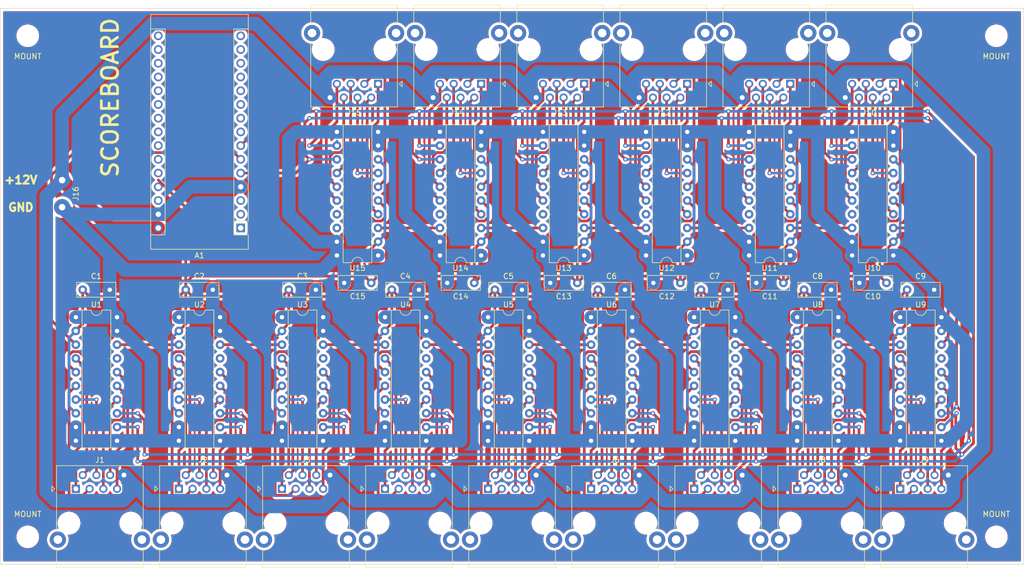
<source format=kicad_pcb>
(kicad_pcb (version 20171130) (host pcbnew "(5.1.10)-1")
  (layers (0 F.Cu mixed) (31 B.Cu jumper) (34 B.Paste user) (35 F.Paste user) (36 B.SilkS user) (37 F.SilkS user) (38 B.Mask user) (39 F.Mask user) (44 Edge.Cuts user))
  (net 0 "")
  (net 1 "Net-(A1-Pad16)")
  (net 2 "Net-(A1-Pad15)")
  (net 3 +12V)
  (net 4 "Net-(A1-Pad14)")
  (net 5 GND)
  (net 6 "Net-(A1-Pad13)")
  (net 7 "Net-(A1-Pad28)")
  (net 8 "Net-(A1-Pad12)")
  (net 9 5V)
  (net 10 "Net-(A1-Pad11)")
  (net 11 "Net-(A1-Pad26)")
  (net 12 "Net-(A1-Pad10)")
  (net 13 "Net-(A1-Pad25)")
  (net 14 "Net-(A1-Pad9)")
  (net 15 "Net-(A1-Pad24)")
  (net 16 "Net-(A1-Pad8)")
  (net 17 "Net-(A1-Pad23)")
  (net 18 RCLK)
  (net 19 "Net-(A1-Pad22)")
  (net 20 SERIAL)
  (net 21 "Net-(A1-Pad21)")
  (net 22 SRCK)
  (net 23 "Net-(A1-Pad20)")
  (net 24 "Net-(A1-Pad19)")
  (net 25 "Net-(A1-Pad3)")
  (net 26 "Net-(A1-Pad18)")
  (net 27 "Net-(A1-Pad2)")
  (net 28 "Net-(A1-Pad17)")
  (net 29 "Net-(A1-Pad1)")
  (net 30 "Net-(J2-Pad6)")
  (net 31 "Net-(J2-Pad2)")
  (net 32 "Net-(J2-Pad1)")
  (net 33 "Net-(J2-Pad7)")
  (net 34 "Net-(J2-Pad4)")
  (net 35 "Net-(J2-Pad5)")
  (net 36 "Net-(J2-Pad3)")
  (net 37 "Net-(J3-Pad6)")
  (net 38 "Net-(J3-Pad2)")
  (net 39 "Net-(J3-Pad1)")
  (net 40 "Net-(J3-Pad7)")
  (net 41 "Net-(J3-Pad4)")
  (net 42 "Net-(J3-Pad5)")
  (net 43 "Net-(J3-Pad3)")
  (net 44 "Net-(J4-Pad6)")
  (net 45 "Net-(J4-Pad2)")
  (net 46 "Net-(J4-Pad1)")
  (net 47 "Net-(J4-Pad7)")
  (net 48 "Net-(J4-Pad4)")
  (net 49 "Net-(J4-Pad5)")
  (net 50 "Net-(J4-Pad3)")
  (net 51 "Net-(J5-Pad6)")
  (net 52 "Net-(J5-Pad2)")
  (net 53 "Net-(J5-Pad1)")
  (net 54 "Net-(J5-Pad7)")
  (net 55 "Net-(J5-Pad4)")
  (net 56 "Net-(J5-Pad5)")
  (net 57 "Net-(J5-Pad3)")
  (net 58 "Net-(J6-Pad6)")
  (net 59 "Net-(J6-Pad2)")
  (net 60 "Net-(J6-Pad1)")
  (net 61 "Net-(J6-Pad7)")
  (net 62 "Net-(J6-Pad4)")
  (net 63 "Net-(J6-Pad5)")
  (net 64 "Net-(J6-Pad3)")
  (net 65 "Net-(J7-Pad6)")
  (net 66 "Net-(J7-Pad2)")
  (net 67 "Net-(J7-Pad1)")
  (net 68 "Net-(J7-Pad7)")
  (net 69 "Net-(J7-Pad4)")
  (net 70 "Net-(J7-Pad5)")
  (net 71 "Net-(J7-Pad3)")
  (net 72 "Net-(J8-Pad6)")
  (net 73 "Net-(J8-Pad2)")
  (net 74 "Net-(J8-Pad1)")
  (net 75 "Net-(J8-Pad7)")
  (net 76 "Net-(J8-Pad4)")
  (net 77 "Net-(J8-Pad5)")
  (net 78 "Net-(J8-Pad3)")
  (net 79 "Net-(J9-Pad6)")
  (net 80 "Net-(J9-Pad2)")
  (net 81 "Net-(J9-Pad1)")
  (net 82 "Net-(J9-Pad7)")
  (net 83 "Net-(J9-Pad4)")
  (net 84 "Net-(J9-Pad5)")
  (net 85 "Net-(J9-Pad3)")
  (net 86 "Net-(J10-Pad6)")
  (net 87 "Net-(J10-Pad2)")
  (net 88 "Net-(J10-Pad1)")
  (net 89 "Net-(J10-Pad7)")
  (net 90 "Net-(J10-Pad4)")
  (net 91 "Net-(J10-Pad5)")
  (net 92 "Net-(J10-Pad3)")
  (net 93 "Net-(J11-Pad6)")
  (net 94 "Net-(J11-Pad2)")
  (net 95 "Net-(J11-Pad1)")
  (net 96 "Net-(J11-Pad7)")
  (net 97 "Net-(J11-Pad4)")
  (net 98 "Net-(J11-Pad5)")
  (net 99 "Net-(J11-Pad3)")
  (net 100 "Net-(J12-Pad6)")
  (net 101 "Net-(J12-Pad2)")
  (net 102 "Net-(J12-Pad1)")
  (net 103 "Net-(J12-Pad7)")
  (net 104 "Net-(J12-Pad4)")
  (net 105 "Net-(J12-Pad5)")
  (net 106 "Net-(J12-Pad3)")
  (net 107 "Net-(J13-Pad6)")
  (net 108 "Net-(J13-Pad2)")
  (net 109 "Net-(J13-Pad1)")
  (net 110 "Net-(J13-Pad7)")
  (net 111 "Net-(J13-Pad4)")
  (net 112 "Net-(J13-Pad5)")
  (net 113 "Net-(J13-Pad3)")
  (net 114 "Net-(J14-Pad6)")
  (net 115 "Net-(J14-Pad2)")
  (net 116 "Net-(J14-Pad1)")
  (net 117 "Net-(J14-Pad7)")
  (net 118 "Net-(J14-Pad4)")
  (net 119 "Net-(J14-Pad5)")
  (net 120 "Net-(J14-Pad3)")
  (net 121 "Net-(J15-Pad6)")
  (net 122 "Net-(J15-Pad2)")
  (net 123 "Net-(J15-Pad1)")
  (net 124 "Net-(J15-Pad7)")
  (net 125 "Net-(J15-Pad4)")
  (net 126 "Net-(J15-Pad5)")
  (net 127 "Net-(J15-Pad3)")
  (net 128 "Net-(U1-Pad18)")
  (net 129 "Net-(U1-Pad17)")
  (net 130 "Net-(U2-Pad18)")
  (net 131 "Net-(U2-Pad17)")
  (net 132 "Net-(U3-Pad18)")
  (net 133 "Net-(U3-Pad17)")
  (net 134 "Net-(U4-Pad18)")
  (net 135 "Net-(U4-Pad17)")
  (net 136 "Net-(U5-Pad18)")
  (net 137 "Net-(U5-Pad17)")
  (net 138 "Net-(U6-Pad18)")
  (net 139 "Net-(U6-Pad17)")
  (net 140 "Net-(U7-Pad18)")
  (net 141 "Net-(U7-Pad17)")
  (net 142 "Net-(U10-Pad3)")
  (net 143 "Net-(U8-Pad17)")
  (net 144 "Net-(U9-Pad17)")
  (net 145 "Net-(U10-Pad18)")
  (net 146 "Net-(U10-Pad17)")
  (net 147 "Net-(U11-Pad18)")
  (net 148 "Net-(U11-Pad17)")
  (net 149 "Net-(U12-Pad18)")
  (net 150 "Net-(U12-Pad17)")
  (net 151 "Net-(U13-Pad18)")
  (net 152 "Net-(U13-Pad17)")
  (net 153 "Net-(U14-Pad17)")
  (net 154 "Net-(U15-Pad18)")
  (net 155 "Net-(U15-Pad17)")
  (net 156 "Net-(J1-Pad6)")
  (net 157 "Net-(J1-Pad2)")
  (net 158 "Net-(J1-Pad1)")
  (net 159 "Net-(J1-Pad7)")
  (net 160 "Net-(J1-Pad4)")
  (net 161 "Net-(J1-Pad5)")
  (net 162 "Net-(J1-Pad3)")
  (net 163 "Net-(U8-Pad18)")
  (net 164 "Net-(U14-Pad18)")
  (module MountingHole:MountingHole_3.2mm_M3 (layer F.Cu) (at 213.36 114.3)
    (fp_text reference MOUNT (at 0 3.81) (layer F.SilkS))
    (fp_text value HOLE hide)
    (pad "" np_thru_hole circle (at 0 0) (size 3.2 3.2) (drill 3.2) (layers *.Cu *.Mask))
  )
  (module MountingHole:MountingHole_3.2mm_M3 (layer F.Cu) (at 34.29 114.3)
    (fp_text reference MOUNT (at 0 3.81) (layer F.SilkS))
    (fp_text value HOLE)
    (pad "" np_thru_hole circle (at 0 0) (size 3.2 3.2) (drill 3.2) (layers *.Cu *.Mask))
  )
  (module MountingHole:MountingHole_3.2mm_M3 (layer F.Cu) (at 34.29 207.01)
    (fp_text reference MOUNT (at 0 -4.2) (layer F.SilkS))
    (fp_text value HOLE)
    (pad "" np_thru_hole circle (at 0 0) (size 3.2 3.2) (drill 3.2) (layers *.Cu *.Mask))
  )
  (module Package_DIP:DIP-20_W7.62mm (layer F.Cu) (at 99.06 154.94 180)
    (fp_text reference U15 (at 3.81 -2.33) (layer F.SilkS))
    (fp_text value TPIC6595)
    (pad 20 thru_hole oval (at 7.62 0 180) (size 1.6 1.6) (drill 0.8) (layers *.Cu *.Mask) (net 5 GND))
    (pad 10 thru_hole oval (at 0 22.86 180) (size 1.6 1.6) (drill 0.8) (layers *.Cu *.Mask) (net 5 GND))
    (pad 19 thru_hole oval (at 7.62 2.54 180) (size 1.6 1.6) (drill 0.8) (layers *.Cu *.Mask) (net 5 GND))
    (pad 9 thru_hole oval (at 0 20.32 180) (size 1.6 1.6) (drill 0.8) (layers *.Cu *.Mask) (net 5 GND))
    (pad 18 thru_hole oval (at 7.62 5.08 180) (size 1.6 1.6) (drill 0.8) (layers *.Cu *.Mask) (net 154 "Net-(U15-Pad18)"))
    (pad 8 thru_hole oval (at 0 17.78 180) (size 1.6 1.6) (drill 0.8) (layers *.Cu *.Mask) (net 9 5V))
    (pad 17 thru_hole oval (at 7.62 7.62 180) (size 1.6 1.6) (drill 0.8) (layers *.Cu *.Mask) (net 155 "Net-(U15-Pad17)"))
    (pad 7 thru_hole oval (at 0 15.24 180) (size 1.6 1.6) (drill 0.8) (layers *.Cu *.Mask) (net 125 "Net-(J15-Pad4)"))
    (pad 16 thru_hole oval (at 7.62 10.16 180) (size 1.6 1.6) (drill 0.8) (layers *.Cu *.Mask) (net 124 "Net-(J15-Pad7)"))
    (pad 6 thru_hole oval (at 0 12.7 180) (size 1.6 1.6) (drill 0.8) (layers *.Cu *.Mask) (net 127 "Net-(J15-Pad3)"))
    (pad 15 thru_hole oval (at 7.62 12.7 180) (size 1.6 1.6) (drill 0.8) (layers *.Cu *.Mask) (net 121 "Net-(J15-Pad6)"))
    (pad 5 thru_hole oval (at 0 10.16 180) (size 1.6 1.6) (drill 0.8) (layers *.Cu *.Mask) (net 122 "Net-(J15-Pad2)"))
    (pad 14 thru_hole oval (at 7.62 15.24 180) (size 1.6 1.6) (drill 0.8) (layers *.Cu *.Mask) (net 126 "Net-(J15-Pad5)"))
    (pad 4 thru_hole oval (at 0 7.62 180) (size 1.6 1.6) (drill 0.8) (layers *.Cu *.Mask) (net 123 "Net-(J15-Pad1)"))
    (pad 13 thru_hole oval (at 7.62 17.78 180) (size 1.6 1.6) (drill 0.8) (layers *.Cu *.Mask) (net 22 SRCK))
    (pad 3 thru_hole oval (at 0 5.08 180) (size 1.6 1.6) (drill 0.8) (layers *.Cu *.Mask) (net 164 "Net-(U14-Pad18)"))
    (pad 12 thru_hole oval (at 7.62 20.32 180) (size 1.6 1.6) (drill 0.8) (layers *.Cu *.Mask) (net 18 RCLK))
    (pad 2 thru_hole oval (at 0 2.54 180) (size 1.6 1.6) (drill 0.8) (layers *.Cu *.Mask) (net 9 5V))
    (pad 11 thru_hole oval (at 7.62 22.86 180) (size 1.6 1.6) (drill 0.8) (layers *.Cu *.Mask) (net 5 GND))
    (pad 1 thru_hole rect (at 0 0 180) (size 1.6 1.6) (drill 0.8) (layers *.Cu *.Mask) (net 5 GND))
  )
  (module Package_DIP:DIP-20_W7.62mm (layer F.Cu) (at 118.11 154.94 180)
    (fp_text reference U14 (at 3.81 -2.33) (layer F.SilkS))
    (fp_text value TPIC6595)
    (pad 20 thru_hole oval (at 7.62 0 180) (size 1.6 1.6) (drill 0.8) (layers *.Cu *.Mask) (net 5 GND))
    (pad 10 thru_hole oval (at 0 22.86 180) (size 1.6 1.6) (drill 0.8) (layers *.Cu *.Mask) (net 5 GND))
    (pad 19 thru_hole oval (at 7.62 2.54 180) (size 1.6 1.6) (drill 0.8) (layers *.Cu *.Mask) (net 5 GND))
    (pad 9 thru_hole oval (at 0 20.32 180) (size 1.6 1.6) (drill 0.8) (layers *.Cu *.Mask) (net 5 GND))
    (pad 18 thru_hole oval (at 7.62 5.08 180) (size 1.6 1.6) (drill 0.8) (layers *.Cu *.Mask) (net 164 "Net-(U14-Pad18)"))
    (pad 8 thru_hole oval (at 0 17.78 180) (size 1.6 1.6) (drill 0.8) (layers *.Cu *.Mask) (net 9 5V))
    (pad 17 thru_hole oval (at 7.62 7.62 180) (size 1.6 1.6) (drill 0.8) (layers *.Cu *.Mask) (net 153 "Net-(U14-Pad17)"))
    (pad 7 thru_hole oval (at 0 15.24 180) (size 1.6 1.6) (drill 0.8) (layers *.Cu *.Mask) (net 118 "Net-(J14-Pad4)"))
    (pad 16 thru_hole oval (at 7.62 10.16 180) (size 1.6 1.6) (drill 0.8) (layers *.Cu *.Mask) (net 117 "Net-(J14-Pad7)"))
    (pad 6 thru_hole oval (at 0 12.7 180) (size 1.6 1.6) (drill 0.8) (layers *.Cu *.Mask) (net 120 "Net-(J14-Pad3)"))
    (pad 15 thru_hole oval (at 7.62 12.7 180) (size 1.6 1.6) (drill 0.8) (layers *.Cu *.Mask) (net 114 "Net-(J14-Pad6)"))
    (pad 5 thru_hole oval (at 0 10.16 180) (size 1.6 1.6) (drill 0.8) (layers *.Cu *.Mask) (net 115 "Net-(J14-Pad2)"))
    (pad 14 thru_hole oval (at 7.62 15.24 180) (size 1.6 1.6) (drill 0.8) (layers *.Cu *.Mask) (net 119 "Net-(J14-Pad5)"))
    (pad 4 thru_hole oval (at 0 7.62 180) (size 1.6 1.6) (drill 0.8) (layers *.Cu *.Mask) (net 116 "Net-(J14-Pad1)"))
    (pad 13 thru_hole oval (at 7.62 17.78 180) (size 1.6 1.6) (drill 0.8) (layers *.Cu *.Mask) (net 22 SRCK))
    (pad 3 thru_hole oval (at 0 5.08 180) (size 1.6 1.6) (drill 0.8) (layers *.Cu *.Mask) (net 151 "Net-(U13-Pad18)"))
    (pad 12 thru_hole oval (at 7.62 20.32 180) (size 1.6 1.6) (drill 0.8) (layers *.Cu *.Mask) (net 18 RCLK))
    (pad 2 thru_hole oval (at 0 2.54 180) (size 1.6 1.6) (drill 0.8) (layers *.Cu *.Mask) (net 9 5V))
    (pad 11 thru_hole oval (at 7.62 22.86 180) (size 1.6 1.6) (drill 0.8) (layers *.Cu *.Mask) (net 5 GND))
    (pad 1 thru_hole rect (at 0 0 180) (size 1.6 1.6) (drill 0.8) (layers *.Cu *.Mask) (net 5 GND))
  )
  (module Package_DIP:DIP-20_W7.62mm (layer F.Cu) (at 137.16 154.94 180)
    (fp_text reference U13 (at 3.81 -2.33) (layer F.SilkS))
    (fp_text value TPIC6595)
    (pad 20 thru_hole oval (at 7.62 0 180) (size 1.6 1.6) (drill 0.8) (layers *.Cu *.Mask) (net 5 GND))
    (pad 10 thru_hole oval (at 0 22.86 180) (size 1.6 1.6) (drill 0.8) (layers *.Cu *.Mask) (net 5 GND))
    (pad 19 thru_hole oval (at 7.62 2.54 180) (size 1.6 1.6) (drill 0.8) (layers *.Cu *.Mask) (net 5 GND))
    (pad 9 thru_hole oval (at 0 20.32 180) (size 1.6 1.6) (drill 0.8) (layers *.Cu *.Mask) (net 5 GND))
    (pad 18 thru_hole oval (at 7.62 5.08 180) (size 1.6 1.6) (drill 0.8) (layers *.Cu *.Mask) (net 151 "Net-(U13-Pad18)"))
    (pad 8 thru_hole oval (at 0 17.78 180) (size 1.6 1.6) (drill 0.8) (layers *.Cu *.Mask) (net 9 5V))
    (pad 17 thru_hole oval (at 7.62 7.62 180) (size 1.6 1.6) (drill 0.8) (layers *.Cu *.Mask) (net 152 "Net-(U13-Pad17)"))
    (pad 7 thru_hole oval (at 0 15.24 180) (size 1.6 1.6) (drill 0.8) (layers *.Cu *.Mask) (net 111 "Net-(J13-Pad4)"))
    (pad 16 thru_hole oval (at 7.62 10.16 180) (size 1.6 1.6) (drill 0.8) (layers *.Cu *.Mask) (net 110 "Net-(J13-Pad7)"))
    (pad 6 thru_hole oval (at 0 12.7 180) (size 1.6 1.6) (drill 0.8) (layers *.Cu *.Mask) (net 113 "Net-(J13-Pad3)"))
    (pad 15 thru_hole oval (at 7.62 12.7 180) (size 1.6 1.6) (drill 0.8) (layers *.Cu *.Mask) (net 107 "Net-(J13-Pad6)"))
    (pad 5 thru_hole oval (at 0 10.16 180) (size 1.6 1.6) (drill 0.8) (layers *.Cu *.Mask) (net 108 "Net-(J13-Pad2)"))
    (pad 14 thru_hole oval (at 7.62 15.24 180) (size 1.6 1.6) (drill 0.8) (layers *.Cu *.Mask) (net 112 "Net-(J13-Pad5)"))
    (pad 4 thru_hole oval (at 0 7.62 180) (size 1.6 1.6) (drill 0.8) (layers *.Cu *.Mask) (net 109 "Net-(J13-Pad1)"))
    (pad 13 thru_hole oval (at 7.62 17.78 180) (size 1.6 1.6) (drill 0.8) (layers *.Cu *.Mask) (net 22 SRCK))
    (pad 3 thru_hole oval (at 0 5.08 180) (size 1.6 1.6) (drill 0.8) (layers *.Cu *.Mask) (net 149 "Net-(U12-Pad18)"))
    (pad 12 thru_hole oval (at 7.62 20.32 180) (size 1.6 1.6) (drill 0.8) (layers *.Cu *.Mask) (net 18 RCLK))
    (pad 2 thru_hole oval (at 0 2.54 180) (size 1.6 1.6) (drill 0.8) (layers *.Cu *.Mask) (net 9 5V))
    (pad 11 thru_hole oval (at 7.62 22.86 180) (size 1.6 1.6) (drill 0.8) (layers *.Cu *.Mask) (net 5 GND))
    (pad 1 thru_hole rect (at 0 0 180) (size 1.6 1.6) (drill 0.8) (layers *.Cu *.Mask) (net 5 GND))
  )
  (module Package_DIP:DIP-20_W7.62mm (layer F.Cu) (at 156.21 154.94 180)
    (fp_text reference U12 (at 3.81 -2.33) (layer F.SilkS))
    (fp_text value TPIC6595)
    (pad 20 thru_hole oval (at 7.62 0 180) (size 1.6 1.6) (drill 0.8) (layers *.Cu *.Mask) (net 5 GND))
    (pad 10 thru_hole oval (at 0 22.86 180) (size 1.6 1.6) (drill 0.8) (layers *.Cu *.Mask) (net 5 GND))
    (pad 19 thru_hole oval (at 7.62 2.54 180) (size 1.6 1.6) (drill 0.8) (layers *.Cu *.Mask) (net 5 GND))
    (pad 9 thru_hole oval (at 0 20.32 180) (size 1.6 1.6) (drill 0.8) (layers *.Cu *.Mask) (net 5 GND))
    (pad 18 thru_hole oval (at 7.62 5.08 180) (size 1.6 1.6) (drill 0.8) (layers *.Cu *.Mask) (net 149 "Net-(U12-Pad18)"))
    (pad 8 thru_hole oval (at 0 17.78 180) (size 1.6 1.6) (drill 0.8) (layers *.Cu *.Mask) (net 9 5V))
    (pad 17 thru_hole oval (at 7.62 7.62 180) (size 1.6 1.6) (drill 0.8) (layers *.Cu *.Mask) (net 150 "Net-(U12-Pad17)"))
    (pad 7 thru_hole oval (at 0 15.24 180) (size 1.6 1.6) (drill 0.8) (layers *.Cu *.Mask) (net 104 "Net-(J12-Pad4)"))
    (pad 16 thru_hole oval (at 7.62 10.16 180) (size 1.6 1.6) (drill 0.8) (layers *.Cu *.Mask) (net 103 "Net-(J12-Pad7)"))
    (pad 6 thru_hole oval (at 0 12.7 180) (size 1.6 1.6) (drill 0.8) (layers *.Cu *.Mask) (net 106 "Net-(J12-Pad3)"))
    (pad 15 thru_hole oval (at 7.62 12.7 180) (size 1.6 1.6) (drill 0.8) (layers *.Cu *.Mask) (net 100 "Net-(J12-Pad6)"))
    (pad 5 thru_hole oval (at 0 10.16 180) (size 1.6 1.6) (drill 0.8) (layers *.Cu *.Mask) (net 101 "Net-(J12-Pad2)"))
    (pad 14 thru_hole oval (at 7.62 15.24 180) (size 1.6 1.6) (drill 0.8) (layers *.Cu *.Mask) (net 105 "Net-(J12-Pad5)"))
    (pad 4 thru_hole oval (at 0 7.62 180) (size 1.6 1.6) (drill 0.8) (layers *.Cu *.Mask) (net 102 "Net-(J12-Pad1)"))
    (pad 13 thru_hole oval (at 7.62 17.78 180) (size 1.6 1.6) (drill 0.8) (layers *.Cu *.Mask) (net 22 SRCK))
    (pad 3 thru_hole oval (at 0 5.08 180) (size 1.6 1.6) (drill 0.8) (layers *.Cu *.Mask) (net 147 "Net-(U11-Pad18)"))
    (pad 12 thru_hole oval (at 7.62 20.32 180) (size 1.6 1.6) (drill 0.8) (layers *.Cu *.Mask) (net 18 RCLK))
    (pad 2 thru_hole oval (at 0 2.54 180) (size 1.6 1.6) (drill 0.8) (layers *.Cu *.Mask) (net 9 5V))
    (pad 11 thru_hole oval (at 7.62 22.86 180) (size 1.6 1.6) (drill 0.8) (layers *.Cu *.Mask) (net 5 GND))
    (pad 1 thru_hole rect (at 0 0 180) (size 1.6 1.6) (drill 0.8) (layers *.Cu *.Mask) (net 5 GND))
  )
  (module Package_DIP:DIP-20_W7.62mm (layer F.Cu) (at 175.26 154.94 180)
    (fp_text reference U11 (at 3.81 -2.33) (layer F.SilkS))
    (fp_text value TPIC6595)
    (pad 20 thru_hole oval (at 7.62 0 180) (size 1.6 1.6) (drill 0.8) (layers *.Cu *.Mask) (net 5 GND))
    (pad 10 thru_hole oval (at 0 22.86 180) (size 1.6 1.6) (drill 0.8) (layers *.Cu *.Mask) (net 5 GND))
    (pad 19 thru_hole oval (at 7.62 2.54 180) (size 1.6 1.6) (drill 0.8) (layers *.Cu *.Mask) (net 5 GND))
    (pad 9 thru_hole oval (at 0 20.32 180) (size 1.6 1.6) (drill 0.8) (layers *.Cu *.Mask) (net 5 GND))
    (pad 18 thru_hole oval (at 7.62 5.08 180) (size 1.6 1.6) (drill 0.8) (layers *.Cu *.Mask) (net 147 "Net-(U11-Pad18)"))
    (pad 8 thru_hole oval (at 0 17.78 180) (size 1.6 1.6) (drill 0.8) (layers *.Cu *.Mask) (net 9 5V))
    (pad 17 thru_hole oval (at 7.62 7.62 180) (size 1.6 1.6) (drill 0.8) (layers *.Cu *.Mask) (net 148 "Net-(U11-Pad17)"))
    (pad 7 thru_hole oval (at 0 15.24 180) (size 1.6 1.6) (drill 0.8) (layers *.Cu *.Mask) (net 97 "Net-(J11-Pad4)"))
    (pad 16 thru_hole oval (at 7.62 10.16 180) (size 1.6 1.6) (drill 0.8) (layers *.Cu *.Mask) (net 96 "Net-(J11-Pad7)"))
    (pad 6 thru_hole oval (at 0 12.7 180) (size 1.6 1.6) (drill 0.8) (layers *.Cu *.Mask) (net 99 "Net-(J11-Pad3)"))
    (pad 15 thru_hole oval (at 7.62 12.7 180) (size 1.6 1.6) (drill 0.8) (layers *.Cu *.Mask) (net 93 "Net-(J11-Pad6)"))
    (pad 5 thru_hole oval (at 0 10.16 180) (size 1.6 1.6) (drill 0.8) (layers *.Cu *.Mask) (net 94 "Net-(J11-Pad2)"))
    (pad 14 thru_hole oval (at 7.62 15.24 180) (size 1.6 1.6) (drill 0.8) (layers *.Cu *.Mask) (net 98 "Net-(J11-Pad5)"))
    (pad 4 thru_hole oval (at 0 7.62 180) (size 1.6 1.6) (drill 0.8) (layers *.Cu *.Mask) (net 95 "Net-(J11-Pad1)"))
    (pad 13 thru_hole oval (at 7.62 17.78 180) (size 1.6 1.6) (drill 0.8) (layers *.Cu *.Mask) (net 22 SRCK))
    (pad 3 thru_hole oval (at 0 5.08 180) (size 1.6 1.6) (drill 0.8) (layers *.Cu *.Mask) (net 145 "Net-(U10-Pad18)"))
    (pad 12 thru_hole oval (at 7.62 20.32 180) (size 1.6 1.6) (drill 0.8) (layers *.Cu *.Mask) (net 18 RCLK))
    (pad 2 thru_hole oval (at 0 2.54 180) (size 1.6 1.6) (drill 0.8) (layers *.Cu *.Mask) (net 9 5V))
    (pad 11 thru_hole oval (at 7.62 22.86 180) (size 1.6 1.6) (drill 0.8) (layers *.Cu *.Mask) (net 5 GND))
    (pad 1 thru_hole rect (at 0 0 180) (size 1.6 1.6) (drill 0.8) (layers *.Cu *.Mask) (net 5 GND))
  )
  (module Package_DIP:DIP-20_W7.62mm (layer F.Cu) (at 194.31 154.94 180)
    (fp_text reference U10 (at 3.81 -2.33) (layer F.SilkS))
    (fp_text value TPIC6595)
    (pad 20 thru_hole oval (at 7.62 0 180) (size 1.6 1.6) (drill 0.8) (layers *.Cu *.Mask) (net 5 GND))
    (pad 10 thru_hole oval (at 0 22.86 180) (size 1.6 1.6) (drill 0.8) (layers *.Cu *.Mask) (net 5 GND))
    (pad 19 thru_hole oval (at 7.62 2.54 180) (size 1.6 1.6) (drill 0.8) (layers *.Cu *.Mask) (net 5 GND))
    (pad 9 thru_hole oval (at 0 20.32 180) (size 1.6 1.6) (drill 0.8) (layers *.Cu *.Mask) (net 5 GND))
    (pad 18 thru_hole oval (at 7.62 5.08 180) (size 1.6 1.6) (drill 0.8) (layers *.Cu *.Mask) (net 145 "Net-(U10-Pad18)"))
    (pad 8 thru_hole oval (at 0 17.78 180) (size 1.6 1.6) (drill 0.8) (layers *.Cu *.Mask) (net 9 5V))
    (pad 17 thru_hole oval (at 7.62 7.62 180) (size 1.6 1.6) (drill 0.8) (layers *.Cu *.Mask) (net 146 "Net-(U10-Pad17)"))
    (pad 7 thru_hole oval (at 0 15.24 180) (size 1.6 1.6) (drill 0.8) (layers *.Cu *.Mask) (net 90 "Net-(J10-Pad4)"))
    (pad 16 thru_hole oval (at 7.62 10.16 180) (size 1.6 1.6) (drill 0.8) (layers *.Cu *.Mask) (net 89 "Net-(J10-Pad7)"))
    (pad 6 thru_hole oval (at 0 12.7 180) (size 1.6 1.6) (drill 0.8) (layers *.Cu *.Mask) (net 92 "Net-(J10-Pad3)"))
    (pad 15 thru_hole oval (at 7.62 12.7 180) (size 1.6 1.6) (drill 0.8) (layers *.Cu *.Mask) (net 86 "Net-(J10-Pad6)"))
    (pad 5 thru_hole oval (at 0 10.16 180) (size 1.6 1.6) (drill 0.8) (layers *.Cu *.Mask) (net 87 "Net-(J10-Pad2)"))
    (pad 14 thru_hole oval (at 7.62 15.24 180) (size 1.6 1.6) (drill 0.8) (layers *.Cu *.Mask) (net 91 "Net-(J10-Pad5)"))
    (pad 4 thru_hole oval (at 0 7.62 180) (size 1.6 1.6) (drill 0.8) (layers *.Cu *.Mask) (net 88 "Net-(J10-Pad1)"))
    (pad 13 thru_hole oval (at 7.62 17.78 180) (size 1.6 1.6) (drill 0.8) (layers *.Cu *.Mask) (net 22 SRCK))
    (pad 3 thru_hole oval (at 0 5.08 180) (size 1.6 1.6) (drill 0.8) (layers *.Cu *.Mask) (net 142 "Net-(U10-Pad3)"))
    (pad 12 thru_hole oval (at 7.62 20.32 180) (size 1.6 1.6) (drill 0.8) (layers *.Cu *.Mask) (net 18 RCLK))
    (pad 2 thru_hole oval (at 0 2.54 180) (size 1.6 1.6) (drill 0.8) (layers *.Cu *.Mask) (net 9 5V))
    (pad 11 thru_hole oval (at 7.62 22.86 180) (size 1.6 1.6) (drill 0.8) (layers *.Cu *.Mask) (net 5 GND))
    (pad 1 thru_hole rect (at 0 0 180) (size 1.6 1.6) (drill 0.8) (layers *.Cu *.Mask) (net 5 GND))
  )
  (module Package_DIP:DIP-20_W7.62mm (layer F.Cu) (at 195.58 166.37)
    (fp_text reference U9 (at 3.81 -2.33) (layer F.SilkS))
    (fp_text value TPIC6595)
    (pad 20 thru_hole oval (at 7.62 0) (size 1.6 1.6) (drill 0.8) (layers *.Cu *.Mask) (net 5 GND))
    (pad 10 thru_hole oval (at 0 22.86) (size 1.6 1.6) (drill 0.8) (layers *.Cu *.Mask) (net 5 GND))
    (pad 19 thru_hole oval (at 7.62 2.54) (size 1.6 1.6) (drill 0.8) (layers *.Cu *.Mask) (net 5 GND))
    (pad 9 thru_hole oval (at 0 20.32) (size 1.6 1.6) (drill 0.8) (layers *.Cu *.Mask) (net 5 GND))
    (pad 18 thru_hole oval (at 7.62 5.08) (size 1.6 1.6) (drill 0.8) (layers *.Cu *.Mask) (net 142 "Net-(U10-Pad3)"))
    (pad 8 thru_hole oval (at 0 17.78) (size 1.6 1.6) (drill 0.8) (layers *.Cu *.Mask) (net 9 5V))
    (pad 17 thru_hole oval (at 7.62 7.62) (size 1.6 1.6) (drill 0.8) (layers *.Cu *.Mask) (net 144 "Net-(U9-Pad17)"))
    (pad 7 thru_hole oval (at 0 15.24) (size 1.6 1.6) (drill 0.8) (layers *.Cu *.Mask) (net 83 "Net-(J9-Pad4)"))
    (pad 16 thru_hole oval (at 7.62 10.16) (size 1.6 1.6) (drill 0.8) (layers *.Cu *.Mask) (net 82 "Net-(J9-Pad7)"))
    (pad 6 thru_hole oval (at 0 12.7) (size 1.6 1.6) (drill 0.8) (layers *.Cu *.Mask) (net 85 "Net-(J9-Pad3)"))
    (pad 15 thru_hole oval (at 7.62 12.7) (size 1.6 1.6) (drill 0.8) (layers *.Cu *.Mask) (net 79 "Net-(J9-Pad6)"))
    (pad 5 thru_hole oval (at 0 10.16) (size 1.6 1.6) (drill 0.8) (layers *.Cu *.Mask) (net 80 "Net-(J9-Pad2)"))
    (pad 14 thru_hole oval (at 7.62 15.24) (size 1.6 1.6) (drill 0.8) (layers *.Cu *.Mask) (net 84 "Net-(J9-Pad5)"))
    (pad 4 thru_hole oval (at 0 7.62) (size 1.6 1.6) (drill 0.8) (layers *.Cu *.Mask) (net 81 "Net-(J9-Pad1)"))
    (pad 13 thru_hole oval (at 7.62 17.78) (size 1.6 1.6) (drill 0.8) (layers *.Cu *.Mask) (net 22 SRCK))
    (pad 3 thru_hole oval (at 0 5.08) (size 1.6 1.6) (drill 0.8) (layers *.Cu *.Mask) (net 163 "Net-(U8-Pad18)"))
    (pad 12 thru_hole oval (at 7.62 20.32) (size 1.6 1.6) (drill 0.8) (layers *.Cu *.Mask) (net 18 RCLK))
    (pad 2 thru_hole oval (at 0 2.54) (size 1.6 1.6) (drill 0.8) (layers *.Cu *.Mask) (net 9 5V))
    (pad 11 thru_hole oval (at 7.62 22.86) (size 1.6 1.6) (drill 0.8) (layers *.Cu *.Mask) (net 5 GND))
    (pad 1 thru_hole rect (at 0 0) (size 1.6 1.6) (drill 0.8) (layers *.Cu *.Mask) (net 5 GND))
  )
  (module Package_DIP:DIP-20_W7.62mm (layer F.Cu) (at 176.53 166.37)
    (fp_text reference U8 (at 3.81 -2.33) (layer F.SilkS))
    (fp_text value TPIC6595)
    (pad 20 thru_hole oval (at 7.62 0) (size 1.6 1.6) (drill 0.8) (layers *.Cu *.Mask) (net 5 GND))
    (pad 10 thru_hole oval (at 0 22.86) (size 1.6 1.6) (drill 0.8) (layers *.Cu *.Mask) (net 5 GND))
    (pad 19 thru_hole oval (at 7.62 2.54) (size 1.6 1.6) (drill 0.8) (layers *.Cu *.Mask) (net 5 GND))
    (pad 9 thru_hole oval (at 0 20.32) (size 1.6 1.6) (drill 0.8) (layers *.Cu *.Mask) (net 5 GND))
    (pad 18 thru_hole oval (at 7.62 5.08) (size 1.6 1.6) (drill 0.8) (layers *.Cu *.Mask) (net 163 "Net-(U8-Pad18)"))
    (pad 8 thru_hole oval (at 0 17.78) (size 1.6 1.6) (drill 0.8) (layers *.Cu *.Mask) (net 9 5V))
    (pad 17 thru_hole oval (at 7.62 7.62) (size 1.6 1.6) (drill 0.8) (layers *.Cu *.Mask) (net 143 "Net-(U8-Pad17)"))
    (pad 7 thru_hole oval (at 0 15.24) (size 1.6 1.6) (drill 0.8) (layers *.Cu *.Mask) (net 76 "Net-(J8-Pad4)"))
    (pad 16 thru_hole oval (at 7.62 10.16) (size 1.6 1.6) (drill 0.8) (layers *.Cu *.Mask) (net 75 "Net-(J8-Pad7)"))
    (pad 6 thru_hole oval (at 0 12.7) (size 1.6 1.6) (drill 0.8) (layers *.Cu *.Mask) (net 78 "Net-(J8-Pad3)"))
    (pad 15 thru_hole oval (at 7.62 12.7) (size 1.6 1.6) (drill 0.8) (layers *.Cu *.Mask) (net 72 "Net-(J8-Pad6)"))
    (pad 5 thru_hole oval (at 0 10.16) (size 1.6 1.6) (drill 0.8) (layers *.Cu *.Mask) (net 73 "Net-(J8-Pad2)"))
    (pad 14 thru_hole oval (at 7.62 15.24) (size 1.6 1.6) (drill 0.8) (layers *.Cu *.Mask) (net 77 "Net-(J8-Pad5)"))
    (pad 4 thru_hole oval (at 0 7.62) (size 1.6 1.6) (drill 0.8) (layers *.Cu *.Mask) (net 74 "Net-(J8-Pad1)"))
    (pad 13 thru_hole oval (at 7.62 17.78) (size 1.6 1.6) (drill 0.8) (layers *.Cu *.Mask) (net 22 SRCK))
    (pad 3 thru_hole oval (at 0 5.08) (size 1.6 1.6) (drill 0.8) (layers *.Cu *.Mask) (net 140 "Net-(U7-Pad18)"))
    (pad 12 thru_hole oval (at 7.62 20.32) (size 1.6 1.6) (drill 0.8) (layers *.Cu *.Mask) (net 18 RCLK))
    (pad 2 thru_hole oval (at 0 2.54) (size 1.6 1.6) (drill 0.8) (layers *.Cu *.Mask) (net 9 5V))
    (pad 11 thru_hole oval (at 7.62 22.86) (size 1.6 1.6) (drill 0.8) (layers *.Cu *.Mask) (net 5 GND))
    (pad 1 thru_hole rect (at 0 0) (size 1.6 1.6) (drill 0.8) (layers *.Cu *.Mask) (net 5 GND))
  )
  (module Package_DIP:DIP-20_W7.62mm (layer F.Cu) (at 157.48 166.37)
    (fp_text reference U7 (at 3.81 -2.33) (layer F.SilkS))
    (fp_text value TPIC6595)
    (pad 20 thru_hole oval (at 7.62 0) (size 1.6 1.6) (drill 0.8) (layers *.Cu *.Mask) (net 5 GND))
    (pad 10 thru_hole oval (at 0 22.86) (size 1.6 1.6) (drill 0.8) (layers *.Cu *.Mask) (net 5 GND))
    (pad 19 thru_hole oval (at 7.62 2.54) (size 1.6 1.6) (drill 0.8) (layers *.Cu *.Mask) (net 5 GND))
    (pad 9 thru_hole oval (at 0 20.32) (size 1.6 1.6) (drill 0.8) (layers *.Cu *.Mask) (net 5 GND))
    (pad 18 thru_hole oval (at 7.62 5.08) (size 1.6 1.6) (drill 0.8) (layers *.Cu *.Mask) (net 140 "Net-(U7-Pad18)"))
    (pad 8 thru_hole oval (at 0 17.78) (size 1.6 1.6) (drill 0.8) (layers *.Cu *.Mask) (net 9 5V))
    (pad 17 thru_hole oval (at 7.62 7.62) (size 1.6 1.6) (drill 0.8) (layers *.Cu *.Mask) (net 141 "Net-(U7-Pad17)"))
    (pad 7 thru_hole oval (at 0 15.24) (size 1.6 1.6) (drill 0.8) (layers *.Cu *.Mask) (net 69 "Net-(J7-Pad4)"))
    (pad 16 thru_hole oval (at 7.62 10.16) (size 1.6 1.6) (drill 0.8) (layers *.Cu *.Mask) (net 68 "Net-(J7-Pad7)"))
    (pad 6 thru_hole oval (at 0 12.7) (size 1.6 1.6) (drill 0.8) (layers *.Cu *.Mask) (net 71 "Net-(J7-Pad3)"))
    (pad 15 thru_hole oval (at 7.62 12.7) (size 1.6 1.6) (drill 0.8) (layers *.Cu *.Mask) (net 65 "Net-(J7-Pad6)"))
    (pad 5 thru_hole oval (at 0 10.16) (size 1.6 1.6) (drill 0.8) (layers *.Cu *.Mask) (net 66 "Net-(J7-Pad2)"))
    (pad 14 thru_hole oval (at 7.62 15.24) (size 1.6 1.6) (drill 0.8) (layers *.Cu *.Mask) (net 70 "Net-(J7-Pad5)"))
    (pad 4 thru_hole oval (at 0 7.62) (size 1.6 1.6) (drill 0.8) (layers *.Cu *.Mask) (net 67 "Net-(J7-Pad1)"))
    (pad 13 thru_hole oval (at 7.62 17.78) (size 1.6 1.6) (drill 0.8) (layers *.Cu *.Mask) (net 22 SRCK))
    (pad 3 thru_hole oval (at 0 5.08) (size 1.6 1.6) (drill 0.8) (layers *.Cu *.Mask) (net 138 "Net-(U6-Pad18)"))
    (pad 12 thru_hole oval (at 7.62 20.32) (size 1.6 1.6) (drill 0.8) (layers *.Cu *.Mask) (net 18 RCLK))
    (pad 2 thru_hole oval (at 0 2.54) (size 1.6 1.6) (drill 0.8) (layers *.Cu *.Mask) (net 9 5V))
    (pad 11 thru_hole oval (at 7.62 22.86) (size 1.6 1.6) (drill 0.8) (layers *.Cu *.Mask) (net 5 GND))
    (pad 1 thru_hole rect (at 0 0) (size 1.6 1.6) (drill 0.8) (layers *.Cu *.Mask) (net 5 GND))
  )
  (module Package_DIP:DIP-20_W7.62mm (layer F.Cu) (at 138.43 166.37)
    (fp_text reference U6 (at 3.81 -2.33) (layer F.SilkS))
    (fp_text value TPIC6595)
    (pad 20 thru_hole oval (at 7.62 0) (size 1.6 1.6) (drill 0.8) (layers *.Cu *.Mask) (net 5 GND))
    (pad 10 thru_hole oval (at 0 22.86) (size 1.6 1.6) (drill 0.8) (layers *.Cu *.Mask) (net 5 GND))
    (pad 19 thru_hole oval (at 7.62 2.54) (size 1.6 1.6) (drill 0.8) (layers *.Cu *.Mask) (net 5 GND))
    (pad 9 thru_hole oval (at 0 20.32) (size 1.6 1.6) (drill 0.8) (layers *.Cu *.Mask) (net 5 GND))
    (pad 18 thru_hole oval (at 7.62 5.08) (size 1.6 1.6) (drill 0.8) (layers *.Cu *.Mask) (net 138 "Net-(U6-Pad18)"))
    (pad 8 thru_hole oval (at 0 17.78) (size 1.6 1.6) (drill 0.8) (layers *.Cu *.Mask) (net 9 5V))
    (pad 17 thru_hole oval (at 7.62 7.62) (size 1.6 1.6) (drill 0.8) (layers *.Cu *.Mask) (net 139 "Net-(U6-Pad17)"))
    (pad 7 thru_hole oval (at 0 15.24) (size 1.6 1.6) (drill 0.8) (layers *.Cu *.Mask) (net 62 "Net-(J6-Pad4)"))
    (pad 16 thru_hole oval (at 7.62 10.16) (size 1.6 1.6) (drill 0.8) (layers *.Cu *.Mask) (net 61 "Net-(J6-Pad7)"))
    (pad 6 thru_hole oval (at 0 12.7) (size 1.6 1.6) (drill 0.8) (layers *.Cu *.Mask) (net 64 "Net-(J6-Pad3)"))
    (pad 15 thru_hole oval (at 7.62 12.7) (size 1.6 1.6) (drill 0.8) (layers *.Cu *.Mask) (net 58 "Net-(J6-Pad6)"))
    (pad 5 thru_hole oval (at 0 10.16) (size 1.6 1.6) (drill 0.8) (layers *.Cu *.Mask) (net 59 "Net-(J6-Pad2)"))
    (pad 14 thru_hole oval (at 7.62 15.24) (size 1.6 1.6) (drill 0.8) (layers *.Cu *.Mask) (net 63 "Net-(J6-Pad5)"))
    (pad 4 thru_hole oval (at 0 7.62) (size 1.6 1.6) (drill 0.8) (layers *.Cu *.Mask) (net 60 "Net-(J6-Pad1)"))
    (pad 13 thru_hole oval (at 7.62 17.78) (size 1.6 1.6) (drill 0.8) (layers *.Cu *.Mask) (net 22 SRCK))
    (pad 3 thru_hole oval (at 0 5.08) (size 1.6 1.6) (drill 0.8) (layers *.Cu *.Mask) (net 136 "Net-(U5-Pad18)"))
    (pad 12 thru_hole oval (at 7.62 20.32) (size 1.6 1.6) (drill 0.8) (layers *.Cu *.Mask) (net 18 RCLK))
    (pad 2 thru_hole oval (at 0 2.54) (size 1.6 1.6) (drill 0.8) (layers *.Cu *.Mask) (net 9 5V))
    (pad 11 thru_hole oval (at 7.62 22.86) (size 1.6 1.6) (drill 0.8) (layers *.Cu *.Mask) (net 5 GND))
    (pad 1 thru_hole rect (at 0 0) (size 1.6 1.6) (drill 0.8) (layers *.Cu *.Mask) (net 5 GND))
  )
  (module Package_DIP:DIP-20_W7.62mm (layer F.Cu) (at 119.38 166.37)
    (fp_text reference U5 (at 3.81 -2.33) (layer F.SilkS))
    (fp_text value TPIC6595)
    (pad 20 thru_hole oval (at 7.62 0) (size 1.6 1.6) (drill 0.8) (layers *.Cu *.Mask) (net 5 GND))
    (pad 10 thru_hole oval (at 0 22.86) (size 1.6 1.6) (drill 0.8) (layers *.Cu *.Mask) (net 5 GND))
    (pad 19 thru_hole oval (at 7.62 2.54) (size 1.6 1.6) (drill 0.8) (layers *.Cu *.Mask) (net 5 GND))
    (pad 9 thru_hole oval (at 0 20.32) (size 1.6 1.6) (drill 0.8) (layers *.Cu *.Mask) (net 5 GND))
    (pad 18 thru_hole oval (at 7.62 5.08) (size 1.6 1.6) (drill 0.8) (layers *.Cu *.Mask) (net 136 "Net-(U5-Pad18)"))
    (pad 8 thru_hole oval (at 0 17.78) (size 1.6 1.6) (drill 0.8) (layers *.Cu *.Mask) (net 9 5V))
    (pad 17 thru_hole oval (at 7.62 7.62) (size 1.6 1.6) (drill 0.8) (layers *.Cu *.Mask) (net 137 "Net-(U5-Pad17)"))
    (pad 7 thru_hole oval (at 0 15.24) (size 1.6 1.6) (drill 0.8) (layers *.Cu *.Mask) (net 55 "Net-(J5-Pad4)"))
    (pad 16 thru_hole oval (at 7.62 10.16) (size 1.6 1.6) (drill 0.8) (layers *.Cu *.Mask) (net 54 "Net-(J5-Pad7)"))
    (pad 6 thru_hole oval (at 0 12.7) (size 1.6 1.6) (drill 0.8) (layers *.Cu *.Mask) (net 57 "Net-(J5-Pad3)"))
    (pad 15 thru_hole oval (at 7.62 12.7) (size 1.6 1.6) (drill 0.8) (layers *.Cu *.Mask) (net 51 "Net-(J5-Pad6)"))
    (pad 5 thru_hole oval (at 0 10.16) (size 1.6 1.6) (drill 0.8) (layers *.Cu *.Mask) (net 52 "Net-(J5-Pad2)"))
    (pad 14 thru_hole oval (at 7.62 15.24) (size 1.6 1.6) (drill 0.8) (layers *.Cu *.Mask) (net 56 "Net-(J5-Pad5)"))
    (pad 4 thru_hole oval (at 0 7.62) (size 1.6 1.6) (drill 0.8) (layers *.Cu *.Mask) (net 53 "Net-(J5-Pad1)"))
    (pad 13 thru_hole oval (at 7.62 17.78) (size 1.6 1.6) (drill 0.8) (layers *.Cu *.Mask) (net 22 SRCK))
    (pad 3 thru_hole oval (at 0 5.08) (size 1.6 1.6) (drill 0.8) (layers *.Cu *.Mask) (net 134 "Net-(U4-Pad18)"))
    (pad 12 thru_hole oval (at 7.62 20.32) (size 1.6 1.6) (drill 0.8) (layers *.Cu *.Mask) (net 18 RCLK))
    (pad 2 thru_hole oval (at 0 2.54) (size 1.6 1.6) (drill 0.8) (layers *.Cu *.Mask) (net 9 5V))
    (pad 11 thru_hole oval (at 7.62 22.86) (size 1.6 1.6) (drill 0.8) (layers *.Cu *.Mask) (net 5 GND))
    (pad 1 thru_hole rect (at 0 0) (size 1.6 1.6) (drill 0.8) (layers *.Cu *.Mask) (net 5 GND))
  )
  (module Package_DIP:DIP-20_W7.62mm (layer F.Cu) (at 100.33 166.37)
    (fp_text reference U4 (at 3.81 -2.33) (layer F.SilkS))
    (fp_text value TPIC6595)
    (pad 20 thru_hole oval (at 7.62 0) (size 1.6 1.6) (drill 0.8) (layers *.Cu *.Mask) (net 5 GND))
    (pad 10 thru_hole oval (at 0 22.86) (size 1.6 1.6) (drill 0.8) (layers *.Cu *.Mask) (net 5 GND))
    (pad 19 thru_hole oval (at 7.62 2.54) (size 1.6 1.6) (drill 0.8) (layers *.Cu *.Mask) (net 5 GND))
    (pad 9 thru_hole oval (at 0 20.32) (size 1.6 1.6) (drill 0.8) (layers *.Cu *.Mask) (net 5 GND))
    (pad 18 thru_hole oval (at 7.62 5.08) (size 1.6 1.6) (drill 0.8) (layers *.Cu *.Mask) (net 134 "Net-(U4-Pad18)"))
    (pad 8 thru_hole oval (at 0 17.78) (size 1.6 1.6) (drill 0.8) (layers *.Cu *.Mask) (net 9 5V))
    (pad 17 thru_hole oval (at 7.62 7.62) (size 1.6 1.6) (drill 0.8) (layers *.Cu *.Mask) (net 135 "Net-(U4-Pad17)"))
    (pad 7 thru_hole oval (at 0 15.24) (size 1.6 1.6) (drill 0.8) (layers *.Cu *.Mask) (net 48 "Net-(J4-Pad4)"))
    (pad 16 thru_hole oval (at 7.62 10.16) (size 1.6 1.6) (drill 0.8) (layers *.Cu *.Mask) (net 47 "Net-(J4-Pad7)"))
    (pad 6 thru_hole oval (at 0 12.7) (size 1.6 1.6) (drill 0.8) (layers *.Cu *.Mask) (net 50 "Net-(J4-Pad3)"))
    (pad 15 thru_hole oval (at 7.62 12.7) (size 1.6 1.6) (drill 0.8) (layers *.Cu *.Mask) (net 44 "Net-(J4-Pad6)"))
    (pad 5 thru_hole oval (at 0 10.16) (size 1.6 1.6) (drill 0.8) (layers *.Cu *.Mask) (net 45 "Net-(J4-Pad2)"))
    (pad 14 thru_hole oval (at 7.62 15.24) (size 1.6 1.6) (drill 0.8) (layers *.Cu *.Mask) (net 49 "Net-(J4-Pad5)"))
    (pad 4 thru_hole oval (at 0 7.62) (size 1.6 1.6) (drill 0.8) (layers *.Cu *.Mask) (net 46 "Net-(J4-Pad1)"))
    (pad 13 thru_hole oval (at 7.62 17.78) (size 1.6 1.6) (drill 0.8) (layers *.Cu *.Mask) (net 22 SRCK))
    (pad 3 thru_hole oval (at 0 5.08) (size 1.6 1.6) (drill 0.8) (layers *.Cu *.Mask) (net 132 "Net-(U3-Pad18)"))
    (pad 12 thru_hole oval (at 7.62 20.32) (size 1.6 1.6) (drill 0.8) (layers *.Cu *.Mask) (net 18 RCLK))
    (pad 2 thru_hole oval (at 0 2.54) (size 1.6 1.6) (drill 0.8) (layers *.Cu *.Mask) (net 9 5V))
    (pad 11 thru_hole oval (at 7.62 22.86) (size 1.6 1.6) (drill 0.8) (layers *.Cu *.Mask) (net 5 GND))
    (pad 1 thru_hole rect (at 0 0) (size 1.6 1.6) (drill 0.8) (layers *.Cu *.Mask) (net 5 GND))
  )
  (module Package_DIP:DIP-20_W7.62mm (layer F.Cu) (at 81.28 166.37)
    (fp_text reference U3 (at 3.81 -2.33) (layer F.SilkS))
    (fp_text value TPIC6595)
    (pad 20 thru_hole oval (at 7.62 0) (size 1.6 1.6) (drill 0.8) (layers *.Cu *.Mask) (net 5 GND))
    (pad 10 thru_hole oval (at 0 22.86) (size 1.6 1.6) (drill 0.8) (layers *.Cu *.Mask) (net 5 GND))
    (pad 19 thru_hole oval (at 7.62 2.54) (size 1.6 1.6) (drill 0.8) (layers *.Cu *.Mask) (net 5 GND))
    (pad 9 thru_hole oval (at 0 20.32) (size 1.6 1.6) (drill 0.8) (layers *.Cu *.Mask) (net 5 GND))
    (pad 18 thru_hole oval (at 7.62 5.08) (size 1.6 1.6) (drill 0.8) (layers *.Cu *.Mask) (net 132 "Net-(U3-Pad18)"))
    (pad 8 thru_hole oval (at 0 17.78) (size 1.6 1.6) (drill 0.8) (layers *.Cu *.Mask) (net 9 5V))
    (pad 17 thru_hole oval (at 7.62 7.62) (size 1.6 1.6) (drill 0.8) (layers *.Cu *.Mask) (net 133 "Net-(U3-Pad17)"))
    (pad 7 thru_hole oval (at 0 15.24) (size 1.6 1.6) (drill 0.8) (layers *.Cu *.Mask) (net 41 "Net-(J3-Pad4)"))
    (pad 16 thru_hole oval (at 7.62 10.16) (size 1.6 1.6) (drill 0.8) (layers *.Cu *.Mask) (net 40 "Net-(J3-Pad7)"))
    (pad 6 thru_hole oval (at 0 12.7) (size 1.6 1.6) (drill 0.8) (layers *.Cu *.Mask) (net 43 "Net-(J3-Pad3)"))
    (pad 15 thru_hole oval (at 7.62 12.7) (size 1.6 1.6) (drill 0.8) (layers *.Cu *.Mask) (net 37 "Net-(J3-Pad6)"))
    (pad 5 thru_hole oval (at 0 10.16) (size 1.6 1.6) (drill 0.8) (layers *.Cu *.Mask) (net 38 "Net-(J3-Pad2)"))
    (pad 14 thru_hole oval (at 7.62 15.24) (size 1.6 1.6) (drill 0.8) (layers *.Cu *.Mask) (net 42 "Net-(J3-Pad5)"))
    (pad 4 thru_hole oval (at 0 7.62) (size 1.6 1.6) (drill 0.8) (layers *.Cu *.Mask) (net 39 "Net-(J3-Pad1)"))
    (pad 13 thru_hole oval (at 7.62 17.78) (size 1.6 1.6) (drill 0.8) (layers *.Cu *.Mask) (net 22 SRCK))
    (pad 3 thru_hole oval (at 0 5.08) (size 1.6 1.6) (drill 0.8) (layers *.Cu *.Mask) (net 130 "Net-(U2-Pad18)"))
    (pad 12 thru_hole oval (at 7.62 20.32) (size 1.6 1.6) (drill 0.8) (layers *.Cu *.Mask) (net 18 RCLK))
    (pad 2 thru_hole oval (at 0 2.54) (size 1.6 1.6) (drill 0.8) (layers *.Cu *.Mask) (net 9 5V))
    (pad 11 thru_hole oval (at 7.62 22.86) (size 1.6 1.6) (drill 0.8) (layers *.Cu *.Mask) (net 5 GND))
    (pad 1 thru_hole rect (at 0 0) (size 1.6 1.6) (drill 0.8) (layers *.Cu *.Mask) (net 5 GND))
  )
  (module Package_DIP:DIP-20_W7.62mm (layer F.Cu) (at 62.23 166.37)
    (fp_text reference U2 (at 3.81 -2.33) (layer F.SilkS))
    (fp_text value TPIC6595)
    (pad 20 thru_hole oval (at 7.62 0) (size 1.6 1.6) (drill 0.8) (layers *.Cu *.Mask) (net 5 GND))
    (pad 10 thru_hole oval (at 0 22.86) (size 1.6 1.6) (drill 0.8) (layers *.Cu *.Mask) (net 5 GND))
    (pad 19 thru_hole oval (at 7.62 2.54) (size 1.6 1.6) (drill 0.8) (layers *.Cu *.Mask) (net 5 GND))
    (pad 9 thru_hole oval (at 0 20.32) (size 1.6 1.6) (drill 0.8) (layers *.Cu *.Mask) (net 5 GND))
    (pad 18 thru_hole oval (at 7.62 5.08) (size 1.6 1.6) (drill 0.8) (layers *.Cu *.Mask) (net 130 "Net-(U2-Pad18)"))
    (pad 8 thru_hole oval (at 0 17.78) (size 1.6 1.6) (drill 0.8) (layers *.Cu *.Mask) (net 9 5V))
    (pad 17 thru_hole oval (at 7.62 7.62) (size 1.6 1.6) (drill 0.8) (layers *.Cu *.Mask) (net 131 "Net-(U2-Pad17)"))
    (pad 7 thru_hole oval (at 0 15.24) (size 1.6 1.6) (drill 0.8) (layers *.Cu *.Mask) (net 34 "Net-(J2-Pad4)"))
    (pad 16 thru_hole oval (at 7.62 10.16) (size 1.6 1.6) (drill 0.8) (layers *.Cu *.Mask) (net 33 "Net-(J2-Pad7)"))
    (pad 6 thru_hole oval (at 0 12.7) (size 1.6 1.6) (drill 0.8) (layers *.Cu *.Mask) (net 36 "Net-(J2-Pad3)"))
    (pad 15 thru_hole oval (at 7.62 12.7) (size 1.6 1.6) (drill 0.8) (layers *.Cu *.Mask) (net 30 "Net-(J2-Pad6)"))
    (pad 5 thru_hole oval (at 0 10.16) (size 1.6 1.6) (drill 0.8) (layers *.Cu *.Mask) (net 31 "Net-(J2-Pad2)"))
    (pad 14 thru_hole oval (at 7.62 15.24) (size 1.6 1.6) (drill 0.8) (layers *.Cu *.Mask) (net 35 "Net-(J2-Pad5)"))
    (pad 4 thru_hole oval (at 0 7.62) (size 1.6 1.6) (drill 0.8) (layers *.Cu *.Mask) (net 32 "Net-(J2-Pad1)"))
    (pad 13 thru_hole oval (at 7.62 17.78) (size 1.6 1.6) (drill 0.8) (layers *.Cu *.Mask) (net 22 SRCK))
    (pad 3 thru_hole oval (at 0 5.08) (size 1.6 1.6) (drill 0.8) (layers *.Cu *.Mask) (net 128 "Net-(U1-Pad18)"))
    (pad 12 thru_hole oval (at 7.62 20.32) (size 1.6 1.6) (drill 0.8) (layers *.Cu *.Mask) (net 18 RCLK))
    (pad 2 thru_hole oval (at 0 2.54) (size 1.6 1.6) (drill 0.8) (layers *.Cu *.Mask) (net 9 5V))
    (pad 11 thru_hole oval (at 7.62 22.86) (size 1.6 1.6) (drill 0.8) (layers *.Cu *.Mask) (net 5 GND))
    (pad 1 thru_hole rect (at 0 0) (size 1.6 1.6) (drill 0.8) (layers *.Cu *.Mask) (net 5 GND))
  )
  (module Package_DIP:DIP-20_W7.62mm (layer F.Cu) (at 43.18 166.37)
    (fp_text reference U1 (at 3.81 -2.33) (layer F.SilkS))
    (fp_text value TPIC6595)
    (pad 20 thru_hole oval (at 7.62 0) (size 1.6 1.6) (drill 0.8) (layers *.Cu *.Mask) (net 5 GND))
    (pad 10 thru_hole oval (at 0 22.86) (size 1.6 1.6) (drill 0.8) (layers *.Cu *.Mask) (net 5 GND))
    (pad 19 thru_hole oval (at 7.62 2.54) (size 1.6 1.6) (drill 0.8) (layers *.Cu *.Mask) (net 5 GND))
    (pad 9 thru_hole oval (at 0 20.32) (size 1.6 1.6) (drill 0.8) (layers *.Cu *.Mask) (net 5 GND))
    (pad 18 thru_hole oval (at 7.62 5.08) (size 1.6 1.6) (drill 0.8) (layers *.Cu *.Mask) (net 128 "Net-(U1-Pad18)"))
    (pad 8 thru_hole oval (at 0 17.78) (size 1.6 1.6) (drill 0.8) (layers *.Cu *.Mask) (net 9 5V))
    (pad 17 thru_hole oval (at 7.62 7.62) (size 1.6 1.6) (drill 0.8) (layers *.Cu *.Mask) (net 129 "Net-(U1-Pad17)"))
    (pad 7 thru_hole oval (at 0 15.24) (size 1.6 1.6) (drill 0.8) (layers *.Cu *.Mask) (net 160 "Net-(J1-Pad4)"))
    (pad 16 thru_hole oval (at 7.62 10.16) (size 1.6 1.6) (drill 0.8) (layers *.Cu *.Mask) (net 159 "Net-(J1-Pad7)"))
    (pad 6 thru_hole oval (at 0 12.7) (size 1.6 1.6) (drill 0.8) (layers *.Cu *.Mask) (net 162 "Net-(J1-Pad3)"))
    (pad 15 thru_hole oval (at 7.62 12.7) (size 1.6 1.6) (drill 0.8) (layers *.Cu *.Mask) (net 156 "Net-(J1-Pad6)"))
    (pad 5 thru_hole oval (at 0 10.16) (size 1.6 1.6) (drill 0.8) (layers *.Cu *.Mask) (net 157 "Net-(J1-Pad2)"))
    (pad 14 thru_hole oval (at 7.62 15.24) (size 1.6 1.6) (drill 0.8) (layers *.Cu *.Mask) (net 161 "Net-(J1-Pad5)"))
    (pad 4 thru_hole oval (at 0 7.62) (size 1.6 1.6) (drill 0.8) (layers *.Cu *.Mask) (net 158 "Net-(J1-Pad1)"))
    (pad 13 thru_hole oval (at 7.62 17.78) (size 1.6 1.6) (drill 0.8) (layers *.Cu *.Mask) (net 22 SRCK))
    (pad 3 thru_hole oval (at 0 5.08) (size 1.6 1.6) (drill 0.8) (layers *.Cu *.Mask) (net 20 SERIAL))
    (pad 12 thru_hole oval (at 7.62 20.32) (size 1.6 1.6) (drill 0.8) (layers *.Cu *.Mask) (net 18 RCLK))
    (pad 2 thru_hole oval (at 0 2.54) (size 1.6 1.6) (drill 0.8) (layers *.Cu *.Mask) (net 9 5V))
    (pad 11 thru_hole oval (at 7.62 22.86) (size 1.6 1.6) (drill 0.8) (layers *.Cu *.Mask) (net 5 GND))
    (pad 1 thru_hole rect (at 0 0) (size 1.6 1.6) (drill 0.8) (layers *.Cu *.Mask) (net 5 GND))
  )
  (module MountingHole:MountingHole_3.2mm_M3 (layer F.Cu) (at 213.36 207.01)
    (fp_text reference MOUNT (at 0 -4.2) (layer F.SilkS))
    (fp_text value HOLE)
    (pad "" np_thru_hole circle (at 0 0) (size 3.2 3.2) (drill 3.2) (layers *.Cu *.Mask))
  )
  (module "SCOREBOARD:Power Terminal" (layer F.Cu) (at 40.64 143.51 270)
    (fp_text reference J16 (at 0 -2.54 90) (layer F.SilkS))
    (fp_text value 15A)
    (pad 2 thru_hole circle (at 2.5 0 270) (size 3 3) (drill 1.2) (layers *.Cu *.Mask) (net 5 GND))
    (pad 1 thru_hole circle (at -2.5 0 270) (size 3 3) (drill 1.2) (layers *.Cu *.Mask) (net 3 +12V))
  )
  (module Connector_RJ:RJ45_Ninigi_GE (layer F.Cu) (at 43.18 198.12)
    (fp_text reference J1 (at 4.445 -5.34) (layer F.SilkS))
    (fp_text value RJ45)
    (pad "" np_thru_hole circle (at 10.16 6.35 180) (size 3.25 3.25) (drill 3.25) (layers *.Cu *.Mask))
    (pad SH thru_hole circle (at 12.215 9.4 180) (size 3 3) (drill 1.6) (layers *.Cu *.Mask))
    (pad "" np_thru_hole circle (at -1.27 6.35) (size 3.25 3.25) (drill 3.25) (layers *.Cu *.Mask))
    (pad 3 thru_hole circle (at 2.54 0 180) (size 1.5 1.5) (drill 0.9) (layers *.Cu *.Mask) (net 162 "Net-(J1-Pad3)"))
    (pad 5 thru_hole circle (at 5.08 0 180) (size 1.5 1.5) (drill 0.9) (layers *.Cu *.Mask) (net 161 "Net-(J1-Pad5)"))
    (pad 4 thru_hole circle (at 3.81 -2.54 180) (size 1.5 1.5) (drill 0.9) (layers *.Cu *.Mask) (net 160 "Net-(J1-Pad4)"))
    (pad 7 thru_hole circle (at 7.62 0 180) (size 1.5 1.5) (drill 0.9) (layers *.Cu *.Mask) (net 159 "Net-(J1-Pad7)"))
    (pad 1 thru_hole rect (at 0 0 180) (size 1.5 1.5) (drill 0.9) (layers *.Cu *.Mask) (net 158 "Net-(J1-Pad1)"))
    (pad 2 thru_hole circle (at 1.27 -2.54 180) (size 1.5 1.5) (drill 0.9) (layers *.Cu *.Mask) (net 157 "Net-(J1-Pad2)"))
    (pad SH thru_hole circle (at -3.325 9.4) (size 3 3) (drill 1.6) (layers *.Cu *.Mask))
    (pad 8 thru_hole circle (at 8.89 -2.54 180) (size 1.5 1.5) (drill 0.9) (layers *.Cu *.Mask) (net 3 +12V))
    (pad 6 thru_hole circle (at 6.35 -2.54 180) (size 1.5 1.5) (drill 0.9) (layers *.Cu *.Mask) (net 156 "Net-(J1-Pad6)"))
  )
  (module Connector_RJ:RJ45_Ninigi_GE (layer F.Cu) (at 99.06 123.19 180)
    (fp_text reference J15 (at 4.445 -5.34) (layer F.SilkS))
    (fp_text value RJ45)
    (pad "" np_thru_hole circle (at 10.16 6.35) (size 3.25 3.25) (drill 3.25) (layers *.Cu *.Mask))
    (pad SH thru_hole circle (at 12.215 9.4) (size 3 3) (drill 1.6) (layers *.Cu *.Mask))
    (pad "" np_thru_hole circle (at -1.27 6.35 180) (size 3.25 3.25) (drill 3.25) (layers *.Cu *.Mask))
    (pad 3 thru_hole circle (at 2.54 0) (size 1.5 1.5) (drill 0.9) (layers *.Cu *.Mask) (net 127 "Net-(J15-Pad3)"))
    (pad 5 thru_hole circle (at 5.08 0) (size 1.5 1.5) (drill 0.9) (layers *.Cu *.Mask) (net 126 "Net-(J15-Pad5)"))
    (pad 4 thru_hole circle (at 3.81 -2.54) (size 1.5 1.5) (drill 0.9) (layers *.Cu *.Mask) (net 125 "Net-(J15-Pad4)"))
    (pad 7 thru_hole circle (at 7.62 0) (size 1.5 1.5) (drill 0.9) (layers *.Cu *.Mask) (net 124 "Net-(J15-Pad7)"))
    (pad 1 thru_hole rect (at 0 0) (size 1.5 1.5) (drill 0.9) (layers *.Cu *.Mask) (net 123 "Net-(J15-Pad1)"))
    (pad 2 thru_hole circle (at 1.27 -2.54) (size 1.5 1.5) (drill 0.9) (layers *.Cu *.Mask) (net 122 "Net-(J15-Pad2)"))
    (pad SH thru_hole circle (at -3.325 9.4 180) (size 3 3) (drill 1.6) (layers *.Cu *.Mask))
    (pad 8 thru_hole circle (at 8.89 -2.54) (size 1.5 1.5) (drill 0.9) (layers *.Cu *.Mask) (net 3 +12V))
    (pad 6 thru_hole circle (at 6.35 -2.54) (size 1.5 1.5) (drill 0.9) (layers *.Cu *.Mask) (net 121 "Net-(J15-Pad6)"))
  )
  (module Connector_RJ:RJ45_Ninigi_GE (layer F.Cu) (at 118.11 123.19 180)
    (fp_text reference J14 (at 4.445 -5.34) (layer F.SilkS))
    (fp_text value RJ45)
    (pad 6 thru_hole circle (at 6.35 -2.54) (size 1.5 1.5) (drill 0.9) (layers *.Cu *.Mask) (net 114 "Net-(J14-Pad6)"))
    (pad 8 thru_hole circle (at 8.89 -2.54) (size 1.5 1.5) (drill 0.9) (layers *.Cu *.Mask) (net 3 +12V))
    (pad SH thru_hole circle (at -3.325 9.4 180) (size 3 3) (drill 1.6) (layers *.Cu *.Mask))
    (pad 2 thru_hole circle (at 1.27 -2.54) (size 1.5 1.5) (drill 0.9) (layers *.Cu *.Mask) (net 115 "Net-(J14-Pad2)"))
    (pad 1 thru_hole rect (at 0 0) (size 1.5 1.5) (drill 0.9) (layers *.Cu *.Mask) (net 116 "Net-(J14-Pad1)"))
    (pad 7 thru_hole circle (at 7.62 0) (size 1.5 1.5) (drill 0.9) (layers *.Cu *.Mask) (net 117 "Net-(J14-Pad7)"))
    (pad 4 thru_hole circle (at 3.81 -2.54) (size 1.5 1.5) (drill 0.9) (layers *.Cu *.Mask) (net 118 "Net-(J14-Pad4)"))
    (pad 5 thru_hole circle (at 5.08 0) (size 1.5 1.5) (drill 0.9) (layers *.Cu *.Mask) (net 119 "Net-(J14-Pad5)"))
    (pad 3 thru_hole circle (at 2.54 0) (size 1.5 1.5) (drill 0.9) (layers *.Cu *.Mask) (net 120 "Net-(J14-Pad3)"))
    (pad "" np_thru_hole circle (at -1.27 6.35 180) (size 3.25 3.25) (drill 3.25) (layers *.Cu *.Mask))
    (pad SH thru_hole circle (at 12.215 9.4) (size 3 3) (drill 1.6) (layers *.Cu *.Mask))
    (pad "" np_thru_hole circle (at 10.16 6.35) (size 3.25 3.25) (drill 3.25) (layers *.Cu *.Mask))
  )
  (module Connector_RJ:RJ45_Ninigi_GE (layer F.Cu) (at 137.16 123.19 180)
    (fp_text reference J13 (at 4.445 -5.34) (layer F.SilkS))
    (fp_text value RJ45)
    (pad 6 thru_hole circle (at 6.35 -2.54) (size 1.5 1.5) (drill 0.9) (layers *.Cu *.Mask) (net 107 "Net-(J13-Pad6)"))
    (pad 8 thru_hole circle (at 8.89 -2.54) (size 1.5 1.5) (drill 0.9) (layers *.Cu *.Mask) (net 3 +12V))
    (pad SH thru_hole circle (at -3.325 9.4 180) (size 3 3) (drill 1.6) (layers *.Cu *.Mask))
    (pad 2 thru_hole circle (at 1.27 -2.54) (size 1.5 1.5) (drill 0.9) (layers *.Cu *.Mask) (net 108 "Net-(J13-Pad2)"))
    (pad 1 thru_hole rect (at 0 0) (size 1.5 1.5) (drill 0.9) (layers *.Cu *.Mask) (net 109 "Net-(J13-Pad1)"))
    (pad 7 thru_hole circle (at 7.62 0) (size 1.5 1.5) (drill 0.9) (layers *.Cu *.Mask) (net 110 "Net-(J13-Pad7)"))
    (pad 4 thru_hole circle (at 3.81 -2.54) (size 1.5 1.5) (drill 0.9) (layers *.Cu *.Mask) (net 111 "Net-(J13-Pad4)"))
    (pad 5 thru_hole circle (at 5.08 0) (size 1.5 1.5) (drill 0.9) (layers *.Cu *.Mask) (net 112 "Net-(J13-Pad5)"))
    (pad 3 thru_hole circle (at 2.54 0) (size 1.5 1.5) (drill 0.9) (layers *.Cu *.Mask) (net 113 "Net-(J13-Pad3)"))
    (pad "" np_thru_hole circle (at -1.27 6.35 180) (size 3.25 3.25) (drill 3.25) (layers *.Cu *.Mask))
    (pad SH thru_hole circle (at 12.215 9.4) (size 3 3) (drill 1.6) (layers *.Cu *.Mask))
    (pad "" np_thru_hole circle (at 10.16 6.35) (size 3.25 3.25) (drill 3.25) (layers *.Cu *.Mask))
  )
  (module Connector_RJ:RJ45_Ninigi_GE (layer F.Cu) (at 156.21 123.19 180)
    (fp_text reference J12 (at 4.445 -5.34) (layer F.SilkS))
    (fp_text value RJ45)
    (pad 6 thru_hole circle (at 6.35 -2.54) (size 1.5 1.5) (drill 0.9) (layers *.Cu *.Mask) (net 100 "Net-(J12-Pad6)"))
    (pad 8 thru_hole circle (at 8.89 -2.54) (size 1.5 1.5) (drill 0.9) (layers *.Cu *.Mask) (net 3 +12V))
    (pad SH thru_hole circle (at -3.325 9.4 180) (size 3 3) (drill 1.6) (layers *.Cu *.Mask))
    (pad 2 thru_hole circle (at 1.27 -2.54) (size 1.5 1.5) (drill 0.9) (layers *.Cu *.Mask) (net 101 "Net-(J12-Pad2)"))
    (pad 1 thru_hole rect (at 0 0) (size 1.5 1.5) (drill 0.9) (layers *.Cu *.Mask) (net 102 "Net-(J12-Pad1)"))
    (pad 7 thru_hole circle (at 7.62 0) (size 1.5 1.5) (drill 0.9) (layers *.Cu *.Mask) (net 103 "Net-(J12-Pad7)"))
    (pad 4 thru_hole circle (at 3.81 -2.54) (size 1.5 1.5) (drill 0.9) (layers *.Cu *.Mask) (net 104 "Net-(J12-Pad4)"))
    (pad 5 thru_hole circle (at 5.08 0) (size 1.5 1.5) (drill 0.9) (layers *.Cu *.Mask) (net 105 "Net-(J12-Pad5)"))
    (pad 3 thru_hole circle (at 2.54 0) (size 1.5 1.5) (drill 0.9) (layers *.Cu *.Mask) (net 106 "Net-(J12-Pad3)"))
    (pad "" np_thru_hole circle (at -1.27 6.35 180) (size 3.25 3.25) (drill 3.25) (layers *.Cu *.Mask))
    (pad SH thru_hole circle (at 12.215 9.4) (size 3 3) (drill 1.6) (layers *.Cu *.Mask))
    (pad "" np_thru_hole circle (at 10.16 6.35) (size 3.25 3.25) (drill 3.25) (layers *.Cu *.Mask))
  )
  (module Connector_RJ:RJ45_Ninigi_GE (layer F.Cu) (at 175.26 123.19 180)
    (fp_text reference J11 (at 4.445 -5.34) (layer F.SilkS))
    (fp_text value RJ45)
    (pad 6 thru_hole circle (at 6.35 -2.54) (size 1.5 1.5) (drill 0.9) (layers *.Cu *.Mask) (net 93 "Net-(J11-Pad6)"))
    (pad 8 thru_hole circle (at 8.89 -2.54) (size 1.5 1.5) (drill 0.9) (layers *.Cu *.Mask) (net 3 +12V))
    (pad SH thru_hole circle (at -3.325 9.4 180) (size 3 3) (drill 1.6) (layers *.Cu *.Mask))
    (pad 2 thru_hole circle (at 1.27 -2.54) (size 1.5 1.5) (drill 0.9) (layers *.Cu *.Mask) (net 94 "Net-(J11-Pad2)"))
    (pad 1 thru_hole rect (at 0 0) (size 1.5 1.5) (drill 0.9) (layers *.Cu *.Mask) (net 95 "Net-(J11-Pad1)"))
    (pad 7 thru_hole circle (at 7.62 0) (size 1.5 1.5) (drill 0.9) (layers *.Cu *.Mask) (net 96 "Net-(J11-Pad7)"))
    (pad 4 thru_hole circle (at 3.81 -2.54) (size 1.5 1.5) (drill 0.9) (layers *.Cu *.Mask) (net 97 "Net-(J11-Pad4)"))
    (pad 5 thru_hole circle (at 5.08 0) (size 1.5 1.5) (drill 0.9) (layers *.Cu *.Mask) (net 98 "Net-(J11-Pad5)"))
    (pad 3 thru_hole circle (at 2.54 0) (size 1.5 1.5) (drill 0.9) (layers *.Cu *.Mask) (net 99 "Net-(J11-Pad3)"))
    (pad "" np_thru_hole circle (at -1.27 6.35 180) (size 3.25 3.25) (drill 3.25) (layers *.Cu *.Mask))
    (pad SH thru_hole circle (at 12.215 9.4) (size 3 3) (drill 1.6) (layers *.Cu *.Mask))
    (pad "" np_thru_hole circle (at 10.16 6.35) (size 3.25 3.25) (drill 3.25) (layers *.Cu *.Mask))
  )
  (module Connector_RJ:RJ45_Ninigi_GE (layer F.Cu) (at 194.31 123.19 180)
    (fp_text reference J10 (at 4.445 -5.34) (layer F.SilkS))
    (fp_text value RJ45)
    (pad 6 thru_hole circle (at 6.35 -2.54) (size 1.5 1.5) (drill 0.9) (layers *.Cu *.Mask) (net 86 "Net-(J10-Pad6)"))
    (pad 8 thru_hole circle (at 8.89 -2.54) (size 1.5 1.5) (drill 0.9) (layers *.Cu *.Mask) (net 3 +12V))
    (pad SH thru_hole circle (at -3.325 9.4 180) (size 3 3) (drill 1.6) (layers *.Cu *.Mask))
    (pad 2 thru_hole circle (at 1.27 -2.54) (size 1.5 1.5) (drill 0.9) (layers *.Cu *.Mask) (net 87 "Net-(J10-Pad2)"))
    (pad 1 thru_hole rect (at 0 0) (size 1.5 1.5) (drill 0.9) (layers *.Cu *.Mask) (net 88 "Net-(J10-Pad1)"))
    (pad 7 thru_hole circle (at 7.62 0) (size 1.5 1.5) (drill 0.9) (layers *.Cu *.Mask) (net 89 "Net-(J10-Pad7)"))
    (pad 4 thru_hole circle (at 3.81 -2.54) (size 1.5 1.5) (drill 0.9) (layers *.Cu *.Mask) (net 90 "Net-(J10-Pad4)"))
    (pad 5 thru_hole circle (at 5.08 0) (size 1.5 1.5) (drill 0.9) (layers *.Cu *.Mask) (net 91 "Net-(J10-Pad5)"))
    (pad 3 thru_hole circle (at 2.54 0) (size 1.5 1.5) (drill 0.9) (layers *.Cu *.Mask) (net 92 "Net-(J10-Pad3)"))
    (pad "" np_thru_hole circle (at -1.27 6.35 180) (size 3.25 3.25) (drill 3.25) (layers *.Cu *.Mask))
    (pad SH thru_hole circle (at 12.215 9.4) (size 3 3) (drill 1.6) (layers *.Cu *.Mask))
    (pad "" np_thru_hole circle (at 10.16 6.35) (size 3.25 3.25) (drill 3.25) (layers *.Cu *.Mask))
  )
  (module Connector_RJ:RJ45_Ninigi_GE (layer F.Cu) (at 195.58 198.12)
    (fp_text reference J9 (at 4.445 -5.34) (layer F.SilkS))
    (fp_text value RJ45)
    (pad 6 thru_hole circle (at 6.35 -2.54 180) (size 1.5 1.5) (drill 0.9) (layers *.Cu *.Mask) (net 79 "Net-(J9-Pad6)"))
    (pad 8 thru_hole circle (at 8.89 -2.54 180) (size 1.5 1.5) (drill 0.9) (layers *.Cu *.Mask) (net 3 +12V))
    (pad SH thru_hole circle (at -3.325 9.4) (size 3 3) (drill 1.6) (layers *.Cu *.Mask))
    (pad 2 thru_hole circle (at 1.27 -2.54 180) (size 1.5 1.5) (drill 0.9) (layers *.Cu *.Mask) (net 80 "Net-(J9-Pad2)"))
    (pad 1 thru_hole rect (at 0 0 180) (size 1.5 1.5) (drill 0.9) (layers *.Cu *.Mask) (net 81 "Net-(J9-Pad1)"))
    (pad 7 thru_hole circle (at 7.62 0 180) (size 1.5 1.5) (drill 0.9) (layers *.Cu *.Mask) (net 82 "Net-(J9-Pad7)"))
    (pad 4 thru_hole circle (at 3.81 -2.54 180) (size 1.5 1.5) (drill 0.9) (layers *.Cu *.Mask) (net 83 "Net-(J9-Pad4)"))
    (pad 5 thru_hole circle (at 5.08 0 180) (size 1.5 1.5) (drill 0.9) (layers *.Cu *.Mask) (net 84 "Net-(J9-Pad5)"))
    (pad 3 thru_hole circle (at 2.54 0 180) (size 1.5 1.5) (drill 0.9) (layers *.Cu *.Mask) (net 85 "Net-(J9-Pad3)"))
    (pad "" np_thru_hole circle (at -1.27 6.35) (size 3.25 3.25) (drill 3.25) (layers *.Cu *.Mask))
    (pad SH thru_hole circle (at 12.215 9.4 180) (size 3 3) (drill 1.6) (layers *.Cu *.Mask))
    (pad "" np_thru_hole circle (at 10.16 6.35 180) (size 3.25 3.25) (drill 3.25) (layers *.Cu *.Mask))
  )
  (module Connector_RJ:RJ45_Ninigi_GE (layer F.Cu) (at 176.53 198.12)
    (fp_text reference J8 (at 4.445 -5.34) (layer F.SilkS))
    (fp_text value RJ45)
    (pad 6 thru_hole circle (at 6.35 -2.54 180) (size 1.5 1.5) (drill 0.9) (layers *.Cu *.Mask) (net 72 "Net-(J8-Pad6)"))
    (pad 8 thru_hole circle (at 8.89 -2.54 180) (size 1.5 1.5) (drill 0.9) (layers *.Cu *.Mask) (net 3 +12V))
    (pad SH thru_hole circle (at -3.325 9.4) (size 3 3) (drill 1.6) (layers *.Cu *.Mask))
    (pad 2 thru_hole circle (at 1.27 -2.54 180) (size 1.5 1.5) (drill 0.9) (layers *.Cu *.Mask) (net 73 "Net-(J8-Pad2)"))
    (pad 1 thru_hole rect (at 0 0 180) (size 1.5 1.5) (drill 0.9) (layers *.Cu *.Mask) (net 74 "Net-(J8-Pad1)"))
    (pad 7 thru_hole circle (at 7.62 0 180) (size 1.5 1.5) (drill 0.9) (layers *.Cu *.Mask) (net 75 "Net-(J8-Pad7)"))
    (pad 4 thru_hole circle (at 3.81 -2.54 180) (size 1.5 1.5) (drill 0.9) (layers *.Cu *.Mask) (net 76 "Net-(J8-Pad4)"))
    (pad 5 thru_hole circle (at 5.08 0 180) (size 1.5 1.5) (drill 0.9) (layers *.Cu *.Mask) (net 77 "Net-(J8-Pad5)"))
    (pad 3 thru_hole circle (at 2.54 0 180) (size 1.5 1.5) (drill 0.9) (layers *.Cu *.Mask) (net 78 "Net-(J8-Pad3)"))
    (pad "" np_thru_hole circle (at -1.27 6.35) (size 3.25 3.25) (drill 3.25) (layers *.Cu *.Mask))
    (pad SH thru_hole circle (at 12.215 9.4 180) (size 3 3) (drill 1.6) (layers *.Cu *.Mask))
    (pad "" np_thru_hole circle (at 10.16 6.35 180) (size 3.25 3.25) (drill 3.25) (layers *.Cu *.Mask))
  )
  (module Connector_RJ:RJ45_Ninigi_GE (layer F.Cu) (at 157.48 198.12)
    (fp_text reference J7 (at 4.445 -5.34) (layer F.SilkS))
    (fp_text value RJ45)
    (pad 6 thru_hole circle (at 6.35 -2.54 180) (size 1.5 1.5) (drill 0.9) (layers *.Cu *.Mask) (net 65 "Net-(J7-Pad6)"))
    (pad 8 thru_hole circle (at 8.89 -2.54 180) (size 1.5 1.5) (drill 0.9) (layers *.Cu *.Mask) (net 3 +12V))
    (pad SH thru_hole circle (at -3.325 9.4) (size 3 3) (drill 1.6) (layers *.Cu *.Mask))
    (pad 2 thru_hole circle (at 1.27 -2.54 180) (size 1.5 1.5) (drill 0.9) (layers *.Cu *.Mask) (net 66 "Net-(J7-Pad2)"))
    (pad 1 thru_hole rect (at 0 0 180) (size 1.5 1.5) (drill 0.9) (layers *.Cu *.Mask) (net 67 "Net-(J7-Pad1)"))
    (pad 7 thru_hole circle (at 7.62 0 180) (size 1.5 1.5) (drill 0.9) (layers *.Cu *.Mask) (net 68 "Net-(J7-Pad7)"))
    (pad 4 thru_hole circle (at 3.81 -2.54 180) (size 1.5 1.5) (drill 0.9) (layers *.Cu *.Mask) (net 69 "Net-(J7-Pad4)"))
    (pad 5 thru_hole circle (at 5.08 0 180) (size 1.5 1.5) (drill 0.9) (layers *.Cu *.Mask) (net 70 "Net-(J7-Pad5)"))
    (pad 3 thru_hole circle (at 2.54 0 180) (size 1.5 1.5) (drill 0.9) (layers *.Cu *.Mask) (net 71 "Net-(J7-Pad3)"))
    (pad "" np_thru_hole circle (at -1.27 6.35) (size 3.25 3.25) (drill 3.25) (layers *.Cu *.Mask))
    (pad SH thru_hole circle (at 12.215 9.4 180) (size 3 3) (drill 1.6) (layers *.Cu *.Mask))
    (pad "" np_thru_hole circle (at 10.16 6.35 180) (size 3.25 3.25) (drill 3.25) (layers *.Cu *.Mask))
  )
  (module Connector_RJ:RJ45_Ninigi_GE (layer F.Cu) (at 138.43 198.12)
    (fp_text reference J6 (at 4.445 -5.34) (layer F.SilkS))
    (fp_text value RJ45)
    (pad 6 thru_hole circle (at 6.35 -2.54 180) (size 1.5 1.5) (drill 0.9) (layers *.Cu *.Mask) (net 58 "Net-(J6-Pad6)"))
    (pad 8 thru_hole circle (at 8.89 -2.54 180) (size 1.5 1.5) (drill 0.9) (layers *.Cu *.Mask) (net 3 +12V))
    (pad SH thru_hole circle (at -3.325 9.4) (size 3 3) (drill 1.6) (layers *.Cu *.Mask))
    (pad 2 thru_hole circle (at 1.27 -2.54 180) (size 1.5 1.5) (drill 0.9) (layers *.Cu *.Mask) (net 59 "Net-(J6-Pad2)"))
    (pad 1 thru_hole rect (at 0 0 180) (size 1.5 1.5) (drill 0.9) (layers *.Cu *.Mask) (net 60 "Net-(J6-Pad1)"))
    (pad 7 thru_hole circle (at 7.62 0 180) (size 1.5 1.5) (drill 0.9) (layers *.Cu *.Mask) (net 61 "Net-(J6-Pad7)"))
    (pad 4 thru_hole circle (at 3.81 -2.54 180) (size 1.5 1.5) (drill 0.9) (layers *.Cu *.Mask) (net 62 "Net-(J6-Pad4)"))
    (pad 5 thru_hole circle (at 5.08 0 180) (size 1.5 1.5) (drill 0.9) (layers *.Cu *.Mask) (net 63 "Net-(J6-Pad5)"))
    (pad 3 thru_hole circle (at 2.54 0 180) (size 1.5 1.5) (drill 0.9) (layers *.Cu *.Mask) (net 64 "Net-(J6-Pad3)"))
    (pad "" np_thru_hole circle (at -1.27 6.35) (size 3.25 3.25) (drill 3.25) (layers *.Cu *.Mask))
    (pad SH thru_hole circle (at 12.215 9.4 180) (size 3 3) (drill 1.6) (layers *.Cu *.Mask))
    (pad "" np_thru_hole circle (at 10.16 6.35 180) (size 3.25 3.25) (drill 3.25) (layers *.Cu *.Mask))
  )
  (module Connector_RJ:RJ45_Ninigi_GE (layer F.Cu) (at 119.38 198.12)
    (fp_text reference J5 (at 4.445 -5.34) (layer F.SilkS))
    (fp_text value RJ45)
    (pad 6 thru_hole circle (at 6.35 -2.54 180) (size 1.5 1.5) (drill 0.9) (layers *.Cu *.Mask) (net 51 "Net-(J5-Pad6)"))
    (pad 8 thru_hole circle (at 8.89 -2.54 180) (size 1.5 1.5) (drill 0.9) (layers *.Cu *.Mask) (net 3 +12V))
    (pad SH thru_hole circle (at -3.325 9.4) (size 3 3) (drill 1.6) (layers *.Cu *.Mask))
    (pad 2 thru_hole circle (at 1.27 -2.54 180) (size 1.5 1.5) (drill 0.9) (layers *.Cu *.Mask) (net 52 "Net-(J5-Pad2)"))
    (pad 1 thru_hole rect (at 0 0 180) (size 1.5 1.5) (drill 0.9) (layers *.Cu *.Mask) (net 53 "Net-(J5-Pad1)"))
    (pad 7 thru_hole circle (at 7.62 0 180) (size 1.5 1.5) (drill 0.9) (layers *.Cu *.Mask) (net 54 "Net-(J5-Pad7)"))
    (pad 4 thru_hole circle (at 3.81 -2.54 180) (size 1.5 1.5) (drill 0.9) (layers *.Cu *.Mask) (net 55 "Net-(J5-Pad4)"))
    (pad 5 thru_hole circle (at 5.08 0 180) (size 1.5 1.5) (drill 0.9) (layers *.Cu *.Mask) (net 56 "Net-(J5-Pad5)"))
    (pad 3 thru_hole circle (at 2.54 0 180) (size 1.5 1.5) (drill 0.9) (layers *.Cu *.Mask) (net 57 "Net-(J5-Pad3)"))
    (pad "" np_thru_hole circle (at -1.27 6.35) (size 3.25 3.25) (drill 3.25) (layers *.Cu *.Mask))
    (pad SH thru_hole circle (at 12.215 9.4 180) (size 3 3) (drill 1.6) (layers *.Cu *.Mask))
    (pad "" np_thru_hole circle (at 10.16 6.35 180) (size 3.25 3.25) (drill 3.25) (layers *.Cu *.Mask))
  )
  (module Connector_RJ:RJ45_Ninigi_GE (layer F.Cu) (at 100.33 198.12)
    (fp_text reference J4 (at 4.445 -5.34) (layer F.SilkS))
    (fp_text value RJ45)
    (pad 6 thru_hole circle (at 6.35 -2.54 180) (size 1.5 1.5) (drill 0.9) (layers *.Cu *.Mask) (net 44 "Net-(J4-Pad6)"))
    (pad 8 thru_hole circle (at 8.89 -2.54 180) (size 1.5 1.5) (drill 0.9) (layers *.Cu *.Mask) (net 3 +12V))
    (pad SH thru_hole circle (at -3.325 9.4) (size 3 3) (drill 1.6) (layers *.Cu *.Mask))
    (pad 2 thru_hole circle (at 1.27 -2.54 180) (size 1.5 1.5) (drill 0.9) (layers *.Cu *.Mask) (net 45 "Net-(J4-Pad2)"))
    (pad 1 thru_hole rect (at 0 0 180) (size 1.5 1.5) (drill 0.9) (layers *.Cu *.Mask) (net 46 "Net-(J4-Pad1)"))
    (pad 7 thru_hole circle (at 7.62 0 180) (size 1.5 1.5) (drill 0.9) (layers *.Cu *.Mask) (net 47 "Net-(J4-Pad7)"))
    (pad 4 thru_hole circle (at 3.81 -2.54 180) (size 1.5 1.5) (drill 0.9) (layers *.Cu *.Mask) (net 48 "Net-(J4-Pad4)"))
    (pad 5 thru_hole circle (at 5.08 0 180) (size 1.5 1.5) (drill 0.9) (layers *.Cu *.Mask) (net 49 "Net-(J4-Pad5)"))
    (pad 3 thru_hole circle (at 2.54 0 180) (size 1.5 1.5) (drill 0.9) (layers *.Cu *.Mask) (net 50 "Net-(J4-Pad3)"))
    (pad "" np_thru_hole circle (at -1.27 6.35) (size 3.25 3.25) (drill 3.25) (layers *.Cu *.Mask))
    (pad SH thru_hole circle (at 12.215 9.4 180) (size 3 3) (drill 1.6) (layers *.Cu *.Mask))
    (pad "" np_thru_hole circle (at 10.16 6.35 180) (size 3.25 3.25) (drill 3.25) (layers *.Cu *.Mask))
  )
  (module Connector_RJ:RJ45_Ninigi_GE (layer F.Cu) (at 81.28 198.12)
    (fp_text reference J3 (at 4.445 -5.34) (layer F.SilkS))
    (fp_text value RJ45)
    (pad "" np_thru_hole circle (at 10.16 6.35 180) (size 3.25 3.25) (drill 3.25) (layers *.Cu *.Mask))
    (pad SH thru_hole circle (at 12.215 9.4 180) (size 3 3) (drill 1.6) (layers *.Cu *.Mask))
    (pad "" np_thru_hole circle (at -1.27 6.35) (size 3.25 3.25) (drill 3.25) (layers *.Cu *.Mask))
    (pad 3 thru_hole circle (at 2.54 0 180) (size 1.5 1.5) (drill 0.9) (layers *.Cu *.Mask) (net 43 "Net-(J3-Pad3)"))
    (pad 5 thru_hole circle (at 5.08 0 180) (size 1.5 1.5) (drill 0.9) (layers *.Cu *.Mask) (net 42 "Net-(J3-Pad5)"))
    (pad 4 thru_hole circle (at 3.81 -2.54 180) (size 1.5 1.5) (drill 0.9) (layers *.Cu *.Mask) (net 41 "Net-(J3-Pad4)"))
    (pad 7 thru_hole circle (at 7.62 0 180) (size 1.5 1.5) (drill 0.9) (layers *.Cu *.Mask) (net 40 "Net-(J3-Pad7)"))
    (pad 1 thru_hole rect (at 0 0 180) (size 1.5 1.5) (drill 0.9) (layers *.Cu *.Mask) (net 39 "Net-(J3-Pad1)"))
    (pad 2 thru_hole circle (at 1.27 -2.54 180) (size 1.5 1.5) (drill 0.9) (layers *.Cu *.Mask) (net 38 "Net-(J3-Pad2)"))
    (pad SH thru_hole circle (at -3.325 9.4) (size 3 3) (drill 1.6) (layers *.Cu *.Mask))
    (pad 8 thru_hole circle (at 8.89 -2.54 180) (size 1.5 1.5) (drill 0.9) (layers *.Cu *.Mask) (net 3 +12V))
    (pad 6 thru_hole circle (at 6.35 -2.54 180) (size 1.5 1.5) (drill 0.9) (layers *.Cu *.Mask) (net 37 "Net-(J3-Pad6)"))
  )
  (module Connector_RJ:RJ45_Ninigi_GE (layer F.Cu) (at 62.23 198.12)
    (fp_text reference J2 (at 4.445 -5.34) (layer F.SilkS))
    (fp_text value RJ45)
    (pad "" np_thru_hole circle (at 10.16 6.35 180) (size 3.25 3.25) (drill 3.25) (layers *.Cu *.Mask))
    (pad SH thru_hole circle (at 12.215 9.4 180) (size 3 3) (drill 1.6) (layers *.Cu *.Mask))
    (pad "" np_thru_hole circle (at -1.27 6.35) (size 3.25 3.25) (drill 3.25) (layers *.Cu *.Mask))
    (pad 3 thru_hole circle (at 2.54 0 180) (size 1.5 1.5) (drill 0.9) (layers *.Cu *.Mask) (net 36 "Net-(J2-Pad3)"))
    (pad 5 thru_hole circle (at 5.08 0 180) (size 1.5 1.5) (drill 0.9) (layers *.Cu *.Mask) (net 35 "Net-(J2-Pad5)"))
    (pad 4 thru_hole circle (at 3.81 -2.54 180) (size 1.5 1.5) (drill 0.9) (layers *.Cu *.Mask) (net 34 "Net-(J2-Pad4)"))
    (pad 7 thru_hole circle (at 7.62 0 180) (size 1.5 1.5) (drill 0.9) (layers *.Cu *.Mask) (net 33 "Net-(J2-Pad7)"))
    (pad 1 thru_hole rect (at 0 0 180) (size 1.5 1.5) (drill 0.9) (layers *.Cu *.Mask) (net 32 "Net-(J2-Pad1)"))
    (pad 2 thru_hole circle (at 1.27 -2.54 180) (size 1.5 1.5) (drill 0.9) (layers *.Cu *.Mask) (net 31 "Net-(J2-Pad2)"))
    (pad SH thru_hole circle (at -3.325 9.4) (size 3 3) (drill 1.6) (layers *.Cu *.Mask))
    (pad 8 thru_hole circle (at 8.89 -2.54 180) (size 1.5 1.5) (drill 0.9) (layers *.Cu *.Mask) (net 3 +12V))
    (pad 6 thru_hole circle (at 6.35 -2.54 180) (size 1.5 1.5) (drill 0.9) (layers *.Cu *.Mask) (net 30 "Net-(J2-Pad6)"))
  )
  (module Capacitor_THT:C_Disc_D7.0mm_W2.5mm_P5.00mm (layer F.Cu) (at 97.79 160.02 180)
    (fp_text reference C15 (at 2.5 -2.5) (layer F.SilkS))
    (fp_text value 0.1uF)
    (pad 2 thru_hole circle (at 5 0 180) (size 1.6 1.6) (drill 0.8) (layers *.Cu *.Mask) (net 5 GND))
    (pad 1 thru_hole circle (at 0 0 180) (size 1.6 1.6) (drill 0.8) (layers *.Cu *.Mask) (net 9 5V))
  )
  (module Capacitor_THT:C_Disc_D7.0mm_W2.5mm_P5.00mm (layer F.Cu) (at 116.84 160.02 180)
    (fp_text reference C14 (at 2.5 -2.5) (layer F.SilkS))
    (fp_text value 0.1uF)
    (pad 2 thru_hole circle (at 5 0 180) (size 1.6 1.6) (drill 0.8) (layers *.Cu *.Mask) (net 5 GND))
    (pad 1 thru_hole circle (at 0 0 180) (size 1.6 1.6) (drill 0.8) (layers *.Cu *.Mask) (net 9 5V))
  )
  (module Capacitor_THT:C_Disc_D7.0mm_W2.5mm_P5.00mm (layer F.Cu) (at 135.89 160.02 180)
    (fp_text reference C13 (at 2.5 -2.5) (layer F.SilkS))
    (fp_text value 0.1uF)
    (pad 2 thru_hole circle (at 5 0 180) (size 1.6 1.6) (drill 0.8) (layers *.Cu *.Mask) (net 5 GND))
    (pad 1 thru_hole circle (at 0 0 180) (size 1.6 1.6) (drill 0.8) (layers *.Cu *.Mask) (net 9 5V))
  )
  (module Capacitor_THT:C_Disc_D7.0mm_W2.5mm_P5.00mm (layer F.Cu) (at 154.94 160.02 180)
    (fp_text reference C12 (at 2.5 -2.5) (layer F.SilkS))
    (fp_text value 0.1uF)
    (pad 2 thru_hole circle (at 5 0 180) (size 1.6 1.6) (drill 0.8) (layers *.Cu *.Mask) (net 5 GND))
    (pad 1 thru_hole circle (at 0 0 180) (size 1.6 1.6) (drill 0.8) (layers *.Cu *.Mask) (net 9 5V))
  )
  (module Capacitor_THT:C_Disc_D7.0mm_W2.5mm_P5.00mm (layer F.Cu) (at 173.99 160.02 180)
    (fp_text reference C11 (at 2.5 -2.5) (layer F.SilkS))
    (fp_text value 0.1uF)
    (pad 2 thru_hole circle (at 5 0 180) (size 1.6 1.6) (drill 0.8) (layers *.Cu *.Mask) (net 5 GND))
    (pad 1 thru_hole circle (at 0 0 180) (size 1.6 1.6) (drill 0.8) (layers *.Cu *.Mask) (net 9 5V))
  )
  (module Capacitor_THT:C_Disc_D7.0mm_W2.5mm_P5.00mm (layer F.Cu) (at 193.04 160.02 180)
    (fp_text reference C10 (at 2.5 -2.5) (layer F.SilkS))
    (fp_text value 0.1uF)
    (pad 2 thru_hole circle (at 5 0 180) (size 1.6 1.6) (drill 0.8) (layers *.Cu *.Mask) (net 5 GND))
    (pad 1 thru_hole circle (at 0 0 180) (size 1.6 1.6) (drill 0.8) (layers *.Cu *.Mask) (net 9 5V))
  )
  (module Capacitor_THT:C_Disc_D7.0mm_W2.5mm_P5.00mm (layer F.Cu) (at 196.85 161.29)
    (fp_text reference C9 (at 2.5 -2.5) (layer F.SilkS))
    (fp_text value 0.1uF)
    (pad 2 thru_hole circle (at 5 0) (size 1.6 1.6) (drill 0.8) (layers *.Cu *.Mask) (net 5 GND))
    (pad 1 thru_hole circle (at 0 0) (size 1.6 1.6) (drill 0.8) (layers *.Cu *.Mask) (net 9 5V))
  )
  (module Capacitor_THT:C_Disc_D7.0mm_W2.5mm_P5.00mm (layer F.Cu) (at 177.8 161.29)
    (fp_text reference C8 (at 2.5 -2.5) (layer F.SilkS))
    (fp_text value 0.1uF)
    (pad 2 thru_hole circle (at 5 0) (size 1.6 1.6) (drill 0.8) (layers *.Cu *.Mask) (net 5 GND))
    (pad 1 thru_hole circle (at 0 0) (size 1.6 1.6) (drill 0.8) (layers *.Cu *.Mask) (net 9 5V))
  )
  (module Capacitor_THT:C_Disc_D7.0mm_W2.5mm_P5.00mm (layer F.Cu) (at 158.75 161.29)
    (fp_text reference C7 (at 2.5 -2.5) (layer F.SilkS))
    (fp_text value 0.1uF)
    (pad 2 thru_hole circle (at 5 0) (size 1.6 1.6) (drill 0.8) (layers *.Cu *.Mask) (net 5 GND))
    (pad 1 thru_hole circle (at 0 0) (size 1.6 1.6) (drill 0.8) (layers *.Cu *.Mask) (net 9 5V))
  )
  (module Capacitor_THT:C_Disc_D7.0mm_W2.5mm_P5.00mm (layer F.Cu) (at 139.7 161.29)
    (fp_text reference C6 (at 2.5 -2.5) (layer F.SilkS))
    (fp_text value 0.1uF)
    (pad 2 thru_hole circle (at 5 0) (size 1.6 1.6) (drill 0.8) (layers *.Cu *.Mask) (net 5 GND))
    (pad 1 thru_hole circle (at 0 0) (size 1.6 1.6) (drill 0.8) (layers *.Cu *.Mask) (net 9 5V))
  )
  (module Capacitor_THT:C_Disc_D7.0mm_W2.5mm_P5.00mm (layer F.Cu) (at 120.65 161.29)
    (fp_text reference C5 (at 2.5 -2.5) (layer F.SilkS))
    (fp_text value 0.1uF)
    (pad 2 thru_hole circle (at 5 0) (size 1.6 1.6) (drill 0.8) (layers *.Cu *.Mask) (net 5 GND))
    (pad 1 thru_hole circle (at 0 0) (size 1.6 1.6) (drill 0.8) (layers *.Cu *.Mask) (net 9 5V))
  )
  (module Capacitor_THT:C_Disc_D7.0mm_W2.5mm_P5.00mm (layer F.Cu) (at 101.6 161.29)
    (fp_text reference C4 (at 2.5 -2.5) (layer F.SilkS))
    (fp_text value 0.1uF)
    (pad 2 thru_hole circle (at 5 0) (size 1.6 1.6) (drill 0.8) (layers *.Cu *.Mask) (net 5 GND))
    (pad 1 thru_hole circle (at 0 0) (size 1.6 1.6) (drill 0.8) (layers *.Cu *.Mask) (net 9 5V))
  )
  (module Capacitor_THT:C_Disc_D7.0mm_W2.5mm_P5.00mm (layer F.Cu) (at 82.55 161.29)
    (fp_text reference C3 (at 2.5 -2.5) (layer F.SilkS))
    (fp_text value 0.1uF)
    (pad 2 thru_hole circle (at 5 0) (size 1.6 1.6) (drill 0.8) (layers *.Cu *.Mask) (net 5 GND))
    (pad 1 thru_hole circle (at 0 0) (size 1.6 1.6) (drill 0.8) (layers *.Cu *.Mask) (net 9 5V))
  )
  (module Capacitor_THT:C_Disc_D7.0mm_W2.5mm_P5.00mm (layer F.Cu) (at 63.5 161.29)
    (fp_text reference C2 (at 2.5 -2.5) (layer F.SilkS))
    (fp_text value 0.1uF)
    (pad 2 thru_hole circle (at 5 0) (size 1.6 1.6) (drill 0.8) (layers *.Cu *.Mask) (net 5 GND))
    (pad 1 thru_hole circle (at 0 0) (size 1.6 1.6) (drill 0.8) (layers *.Cu *.Mask) (net 9 5V))
  )
  (module Capacitor_THT:C_Disc_D7.0mm_W2.5mm_P5.00mm (layer F.Cu) (at 44.45 161.29)
    (fp_text reference C1 (at 2.5 -2.5) (layer F.SilkS))
    (fp_text value 0.1uF)
    (pad 2 thru_hole circle (at 5 0) (size 1.6 1.6) (drill 0.8) (layers *.Cu *.Mask) (net 5 GND))
    (pad 1 thru_hole circle (at 0 0) (size 1.6 1.6) (drill 0.8) (layers *.Cu *.Mask) (net 9 5V))
  )
  (module Module:Arduino_Nano (layer F.Cu) (at 73.66 149.86 180)
    (fp_text reference A1 (at 7.62 -5.08) (layer F.SilkS))
    (fp_text value Arduino_Nano_v2.x)
    (pad 16 thru_hole oval (at 15.24 35.56 180) (size 1.6 1.6) (drill 1) (layers *.Cu *.Mask) (net 1 "Net-(A1-Pad16)"))
    (pad 15 thru_hole oval (at 0 35.56 180) (size 1.6 1.6) (drill 1) (layers *.Cu *.Mask) (net 2 "Net-(A1-Pad15)"))
    (pad 30 thru_hole oval (at 15.24 0 180) (size 1.6 1.6) (drill 1) (layers *.Cu *.Mask) (net 3 +12V))
    (pad 14 thru_hole oval (at 0 33.02 180) (size 1.6 1.6) (drill 1) (layers *.Cu *.Mask) (net 4 "Net-(A1-Pad14)"))
    (pad 29 thru_hole oval (at 15.24 2.54 180) (size 1.6 1.6) (drill 1) (layers *.Cu *.Mask) (net 5 GND))
    (pad 13 thru_hole oval (at 0 30.48 180) (size 1.6 1.6) (drill 1) (layers *.Cu *.Mask) (net 6 "Net-(A1-Pad13)"))
    (pad 28 thru_hole oval (at 15.24 5.08 180) (size 1.6 1.6) (drill 1) (layers *.Cu *.Mask) (net 7 "Net-(A1-Pad28)"))
    (pad 12 thru_hole oval (at 0 27.94 180) (size 1.6 1.6) (drill 1) (layers *.Cu *.Mask) (net 8 "Net-(A1-Pad12)"))
    (pad 27 thru_hole oval (at 15.24 7.62 180) (size 1.6 1.6) (drill 1) (layers *.Cu *.Mask) (net 9 5V))
    (pad 11 thru_hole oval (at 0 25.4 180) (size 1.6 1.6) (drill 1) (layers *.Cu *.Mask) (net 10 "Net-(A1-Pad11)"))
    (pad 26 thru_hole oval (at 15.24 10.16 180) (size 1.6 1.6) (drill 1) (layers *.Cu *.Mask) (net 11 "Net-(A1-Pad26)"))
    (pad 10 thru_hole oval (at 0 22.86 180) (size 1.6 1.6) (drill 1) (layers *.Cu *.Mask) (net 12 "Net-(A1-Pad10)"))
    (pad 25 thru_hole oval (at 15.24 12.7 180) (size 1.6 1.6) (drill 1) (layers *.Cu *.Mask) (net 13 "Net-(A1-Pad25)"))
    (pad 9 thru_hole oval (at 0 20.32 180) (size 1.6 1.6) (drill 1) (layers *.Cu *.Mask) (net 14 "Net-(A1-Pad9)"))
    (pad 24 thru_hole oval (at 15.24 15.24 180) (size 1.6 1.6) (drill 1) (layers *.Cu *.Mask) (net 15 "Net-(A1-Pad24)"))
    (pad 8 thru_hole oval (at 0 17.78 180) (size 1.6 1.6) (drill 1) (layers *.Cu *.Mask) (net 16 "Net-(A1-Pad8)"))
    (pad 23 thru_hole oval (at 15.24 17.78 180) (size 1.6 1.6) (drill 1) (layers *.Cu *.Mask) (net 17 "Net-(A1-Pad23)"))
    (pad 7 thru_hole oval (at 0 15.24 180) (size 1.6 1.6) (drill 1) (layers *.Cu *.Mask) (net 18 RCLK))
    (pad 22 thru_hole oval (at 15.24 20.32 180) (size 1.6 1.6) (drill 1) (layers *.Cu *.Mask) (net 19 "Net-(A1-Pad22)"))
    (pad 6 thru_hole oval (at 0 12.7 180) (size 1.6 1.6) (drill 1) (layers *.Cu *.Mask) (net 20 SERIAL))
    (pad 21 thru_hole oval (at 15.24 22.86 180) (size 1.6 1.6) (drill 1) (layers *.Cu *.Mask) (net 21 "Net-(A1-Pad21)"))
    (pad 5 thru_hole oval (at 0 10.16 180) (size 1.6 1.6) (drill 1) (layers *.Cu *.Mask) (net 22 SRCK))
    (pad 20 thru_hole oval (at 15.24 25.4 180) (size 1.6 1.6) (drill 1) (layers *.Cu *.Mask) (net 23 "Net-(A1-Pad20)"))
    (pad 4 thru_hole oval (at 0 7.62 180) (size 1.6 1.6) (drill 1) (layers *.Cu *.Mask) (net 5 GND))
    (pad 19 thru_hole oval (at 15.24 27.94 180) (size 1.6 1.6) (drill 1) (layers *.Cu *.Mask) (net 24 "Net-(A1-Pad19)"))
    (pad 3 thru_hole oval (at 0 5.08 180) (size 1.6 1.6) (drill 1) (layers *.Cu *.Mask) (net 25 "Net-(A1-Pad3)"))
    (pad 18 thru_hole oval (at 15.24 30.48 180) (size 1.6 1.6) (drill 1) (layers *.Cu *.Mask) (net 26 "Net-(A1-Pad18)"))
    (pad 2 thru_hole oval (at 0 2.54 180) (size 1.6 1.6) (drill 1) (layers *.Cu *.Mask) (net 27 "Net-(A1-Pad2)"))
    (pad 17 thru_hole oval (at 15.24 33.02 180) (size 1.6 1.6) (drill 1) (layers *.Cu *.Mask) (net 28 "Net-(A1-Pad17)"))
    (pad 1 thru_hole rect (at 0 0 180) (size 1.6 1.6) (drill 1) (layers *.Cu *.Mask) (net 29 "Net-(A1-Pad1)"))
  )
  (gr_text GND (at 33.02 146.05) (layer F.SilkS) (effects (font (size 1.5 1.5) (thickness 0.375))))
  (gr_text +12V (at 33.02 140.97) (layer F.SilkS) (effects (font (size 1.5 1.5) (thickness 0.375))))
  (gr_text SCOREBOARD (at 49.53 125.73 90) (layer F.SilkS) (effects (font (size 3 3) (thickness 0.5))))
  (gr_line (start 218.44 109.22) (end 218.44 212.09) (layer Edge.Cuts) (width 0.1))
  (gr_line (start 29.21 109.22) (end 218.44 109.22) (layer Edge.Cuts) (width 0.1))
  (gr_line (start 29.21 212.09) (end 29.21 109.22) (layer Edge.Cuts) (width 0.1))
  (gr_line (start 218.44 212.09) (end 29.21 212.09) (layer Edge.Cuts) (width 0.1))
  (segment (start 104.479999 120.989999) (end 109.22 125.73) (width 2.5) (layer B.Cu) (net 3))
  (segment (start 90.383999 120.989999) (end 104.479999 120.989999) (width 2.5) (layer B.Cu) (net 3))
  (segment (start 89.239999 122.133999) (end 90.383999 120.989999) (width 2.5) (layer B.Cu) (net 3))
  (segment (start 89.239999 124.799999) (end 89.239999 122.133999) (width 2.5) (layer B.Cu) (net 3))
  (segment (start 90.17 125.73) (end 89.239999 124.799999) (width 2.5) (layer B.Cu) (net 3))
  (segment (start 123.529999 120.989999) (end 128.27 125.73) (width 2.5) (layer B.Cu) (net 3))
  (segment (start 109.433999 120.989999) (end 123.529999 120.989999) (width 2.5) (layer B.Cu) (net 3))
  (segment (start 108.289999 122.133999) (end 109.433999 120.989999) (width 2.5) (layer B.Cu) (net 3))
  (segment (start 108.289999 124.799999) (end 108.289999 122.133999) (width 2.5) (layer B.Cu) (net 3))
  (segment (start 109.22 125.73) (end 108.289999 124.799999) (width 2.5) (layer B.Cu) (net 3))
  (segment (start 128.483999 120.989999) (end 142.579999 120.989999) (width 2.5) (layer B.Cu) (net 3))
  (segment (start 127.339999 124.799999) (end 127.339999 122.133999) (width 2.5) (layer B.Cu) (net 3))
  (segment (start 142.579999 120.989999) (end 147.32 125.73) (width 2.5) (layer B.Cu) (net 3))
  (segment (start 127.339999 122.133999) (end 128.483999 120.989999) (width 2.5) (layer B.Cu) (net 3))
  (segment (start 128.27 125.73) (end 127.339999 124.799999) (width 2.5) (layer B.Cu) (net 3))
  (segment (start 161.629999 120.989999) (end 166.37 125.73) (width 2.5) (layer B.Cu) (net 3))
  (segment (start 147.533999 120.989999) (end 161.629999 120.989999) (width 2.5) (layer B.Cu) (net 3))
  (segment (start 146.389999 122.133999) (end 147.533999 120.989999) (width 2.5) (layer B.Cu) (net 3))
  (segment (start 146.389999 124.799999) (end 146.389999 122.133999) (width 2.5) (layer B.Cu) (net 3))
  (segment (start 147.32 125.73) (end 146.389999 124.799999) (width 2.5) (layer B.Cu) (net 3))
  (segment (start 180.679999 120.989999) (end 185.42 125.73) (width 2.5) (layer B.Cu) (net 3))
  (segment (start 166.583999 120.989999) (end 180.679999 120.989999) (width 2.5) (layer B.Cu) (net 3))
  (segment (start 165.439999 122.133999) (end 166.583999 120.989999) (width 2.5) (layer B.Cu) (net 3))
  (segment (start 165.439999 124.799999) (end 165.439999 122.133999) (width 2.5) (layer B.Cu) (net 3))
  (segment (start 166.37 125.73) (end 165.439999 124.799999) (width 2.5) (layer B.Cu) (net 3))
  (segment (start 72.050001 196.510001) (end 71.12 195.58) (width 2.5) (layer B.Cu) (net 3))
  (segment (start 72.050001 199.176001) (end 72.050001 196.510001) (width 2.5) (layer B.Cu) (net 3))
  (segment (start 70.906001 200.320001) (end 72.050001 199.176001) (width 2.5) (layer B.Cu) (net 3))
  (segment (start 56.810001 200.320001) (end 70.906001 200.320001) (width 2.5) (layer B.Cu) (net 3))
  (segment (start 52.07 195.58) (end 56.810001 200.320001) (width 2.5) (layer B.Cu) (net 3))
  (segment (start 91.100001 196.510001) (end 90.17 195.58) (width 2.5) (layer B.Cu) (net 3))
  (segment (start 91.100001 199.176001) (end 91.100001 196.510001) (width 2.5) (layer B.Cu) (net 3))
  (segment (start 88.881003 201.394999) (end 91.100001 199.176001) (width 2.5) (layer B.Cu) (net 3))
  (segment (start 76.934999 201.394999) (end 88.881003 201.394999) (width 2.5) (layer B.Cu) (net 3))
  (segment (start 71.12 195.58) (end 76.934999 201.394999) (width 2.5) (layer B.Cu) (net 3))
  (segment (start 110.150001 196.510001) (end 109.22 195.58) (width 2.5) (layer B.Cu) (net 3))
  (segment (start 110.150001 199.176001) (end 110.150001 196.510001) (width 2.5) (layer B.Cu) (net 3))
  (segment (start 109.006001 200.320001) (end 110.150001 199.176001) (width 2.5) (layer B.Cu) (net 3))
  (segment (start 94.910001 200.320001) (end 109.006001 200.320001) (width 2.5) (layer B.Cu) (net 3))
  (segment (start 90.17 195.58) (end 94.910001 200.320001) (width 2.5) (layer B.Cu) (net 3))
  (segment (start 129.200001 196.510001) (end 128.27 195.58) (width 2.5) (layer B.Cu) (net 3))
  (segment (start 129.200001 199.176001) (end 129.200001 196.510001) (width 2.5) (layer B.Cu) (net 3))
  (segment (start 113.960001 200.320001) (end 128.056001 200.320001) (width 2.5) (layer B.Cu) (net 3))
  (segment (start 128.056001 200.320001) (end 129.200001 199.176001) (width 2.5) (layer B.Cu) (net 3))
  (segment (start 109.22 195.58) (end 113.960001 200.320001) (width 2.5) (layer B.Cu) (net 3))
  (segment (start 148.250001 196.510001) (end 147.32 195.58) (width 2.5) (layer B.Cu) (net 3))
  (segment (start 147.106001 200.320001) (end 148.250001 199.176001) (width 2.5) (layer B.Cu) (net 3))
  (segment (start 133.010001 200.320001) (end 147.106001 200.320001) (width 2.5) (layer B.Cu) (net 3))
  (segment (start 148.250001 199.176001) (end 148.250001 196.510001) (width 2.5) (layer B.Cu) (net 3))
  (segment (start 128.27 195.58) (end 133.010001 200.320001) (width 2.5) (layer B.Cu) (net 3))
  (segment (start 167.300001 196.510001) (end 166.37 195.58) (width 2.5) (layer B.Cu) (net 3))
  (segment (start 167.300001 199.176001) (end 167.300001 196.510001) (width 2.5) (layer B.Cu) (net 3))
  (segment (start 166.156001 200.320001) (end 167.300001 199.176001) (width 2.5) (layer B.Cu) (net 3))
  (segment (start 152.060001 200.320001) (end 166.156001 200.320001) (width 2.5) (layer B.Cu) (net 3))
  (segment (start 147.32 195.58) (end 152.060001 200.320001) (width 2.5) (layer B.Cu) (net 3))
  (segment (start 186.350001 196.510001) (end 185.42 195.58) (width 2.5) (layer B.Cu) (net 3))
  (segment (start 185.206001 200.320001) (end 186.350001 199.176001) (width 2.5) (layer B.Cu) (net 3))
  (segment (start 171.110001 200.320001) (end 185.206001 200.320001) (width 2.5) (layer B.Cu) (net 3))
  (segment (start 186.350001 199.176001) (end 186.350001 196.510001) (width 2.5) (layer B.Cu) (net 3))
  (segment (start 166.37 195.58) (end 171.110001 200.320001) (width 2.5) (layer B.Cu) (net 3))
  (segment (start 190.160001 200.320001) (end 185.42 195.58) (width 2.5) (layer B.Cu) (net 3))
  (segment (start 204.256001 200.320001) (end 190.160001 200.320001) (width 2.5) (layer B.Cu) (net 3))
  (segment (start 205.400001 199.176001) (end 204.256001 200.320001) (width 2.5) (layer B.Cu) (net 3))
  (segment (start 205.400001 196.510001) (end 205.400001 199.176001) (width 2.5) (layer B.Cu) (net 3))
  (segment (start 204.47 195.58) (end 205.400001 196.510001) (width 2.5) (layer B.Cu) (net 3))
  (segment (start 205.938002 195.58) (end 204.47 195.58) (width 2.5) (layer B.Cu) (net 3))
  (segment (start 210.98001 190.537992) (end 205.938002 195.58) (width 2.5) (layer B.Cu) (net 3))
  (segment (start 210.98001 135.750008) (end 210.98001 190.537992) (width 2.5) (layer B.Cu) (net 3))
  (segment (start 196.220001 120.989999) (end 210.98001 135.750008) (width 2.5) (layer B.Cu) (net 3))
  (segment (start 185.633999 120.989999) (end 196.220001 120.989999) (width 2.5) (layer B.Cu) (net 3))
  (segment (start 184.489999 122.133999) (end 185.633999 120.989999) (width 2.5) (layer B.Cu) (net 3))
  (segment (start 184.489999 124.799999) (end 184.489999 122.133999) (width 2.5) (layer B.Cu) (net 3))
  (segment (start 185.42 125.73) (end 184.489999 124.799999) (width 2.5) (layer B.Cu) (net 3))
  (segment (start 49.49 149.86) (end 58.42 149.86) (width 2.5) (layer F.Cu) (net 3))
  (segment (start 40.64 141.01) (end 49.49 149.86) (width 2.5) (layer F.Cu) (net 3))
  (segment (start 40.64 128.749998) (end 40.64 141.01) (width 2.5) (layer B.Cu) (net 3))
  (segment (start 57.339999 112.049999) (end 40.64 128.749998) (width 2.5) (layer B.Cu) (net 3))
  (segment (start 76.489999 112.049999) (end 57.339999 112.049999) (width 2.5) (layer B.Cu) (net 3))
  (segment (start 90.17 125.73) (end 76.489999 112.049999) (width 2.5) (layer B.Cu) (net 3))
  (segment (start 53.000001 196.510001) (end 52.07 195.58) (width 2.5) (layer B.Cu) (net 3))
  (segment (start 53.000001 199.176001) (end 53.000001 196.510001) (width 2.5) (layer B.Cu) (net 3))
  (segment (start 51.856001 200.320001) (end 53.000001 199.176001) (width 2.5) (layer B.Cu) (net 3))
  (segment (start 39.359001 200.320001) (end 51.856001 200.320001) (width 2.5) (layer B.Cu) (net 3))
  (segment (start 37.689999 198.650999) (end 39.359001 200.320001) (width 2.5) (layer B.Cu) (net 3))
  (segment (start 37.689999 143.960001) (end 37.689999 198.650999) (width 2.5) (layer B.Cu) (net 3))
  (segment (start 40.64 141.01) (end 37.689999 143.960001) (width 2.5) (layer B.Cu) (net 3))
  (segment (start 91.44 132.08) (end 99.06 132.08) (width 2.5) (layer B.Cu) (net 5))
  (segment (start 118.11 132.08) (end 110.49 132.08) (width 2.5) (layer B.Cu) (net 5))
  (segment (start 137.16 132.08) (end 129.54 132.08) (width 2.5) (layer B.Cu) (net 5))
  (segment (start 156.21 132.08) (end 148.59 132.08) (width 2.5) (layer B.Cu) (net 5))
  (segment (start 175.26 132.08) (end 167.64 132.08) (width 2.5) (layer B.Cu) (net 5))
  (segment (start 194.31 132.08) (end 186.69 132.08) (width 2.5) (layer B.Cu) (net 5))
  (segment (start 203.2 189.23) (end 195.58 189.23) (width 2.5) (layer B.Cu) (net 5))
  (segment (start 185.42 189.23) (end 176.53 189.23) (width 2.5) (layer B.Cu) (net 5))
  (segment (start 185.42 189.23) (end 184.15 189.23) (width 2.5) (layer B.Cu) (net 5))
  (segment (start 165.1 189.23) (end 157.48 189.23) (width 2.5) (layer B.Cu) (net 5))
  (segment (start 146.05 189.23) (end 138.43 189.23) (width 2.5) (layer B.Cu) (net 5))
  (segment (start 119.38 189.23) (end 127 189.23) (width 2.5) (layer B.Cu) (net 5))
  (segment (start 107.95 189.23) (end 100.33 189.23) (width 2.5) (layer B.Cu) (net 5))
  (segment (start 88.9 189.23) (end 81.28 189.23) (width 2.5) (layer B.Cu) (net 5))
  (segment (start 69.85 189.23) (end 62.23 189.23) (width 2.5) (layer B.Cu) (net 5))
  (segment (start 50.8 189.23) (end 43.18 189.23) (width 2.5) (layer B.Cu) (net 5))
  (segment (start 41.91 147.28) (end 40.64 146.01) (width 2.5) (layer B.Cu) (net 5))
  (segment (start 82.55 147.32) (end 82.55 133.35) (width 2.5) (layer B.Cu) (net 5))
  (segment (start 83.82 132.08) (end 91.44 132.08) (width 2.5) (layer B.Cu) (net 5))
  (segment (start 82.55 133.35) (end 83.82 132.08) (width 2.5) (layer B.Cu) (net 5))
  (segment (start 49.45 165.02) (end 50.8 166.37) (width 2.5) (layer B.Cu) (net 5))
  (segment (start 68.5 165.02) (end 69.85 166.37) (width 2.5) (layer B.Cu) (net 5))
  (segment (start 50.8 166.37) (end 50.8 168.91) (width 2.5) (layer B.Cu) (net 5))
  (segment (start 69.85 166.37) (end 69.85 168.91) (width 2.5) (layer B.Cu) (net 5))
  (segment (start 87.55 165.02) (end 88.9 166.37) (width 2.5) (layer B.Cu) (net 5))
  (segment (start 88.9 166.37) (end 88.9 168.91) (width 2.5) (layer B.Cu) (net 5))
  (segment (start 95.25 174.12863) (end 95.25 189.23) (width 2.5) (layer B.Cu) (net 5))
  (segment (start 90.03137 168.91) (end 95.25 174.12863) (width 2.5) (layer B.Cu) (net 5))
  (segment (start 88.9 168.91) (end 90.03137 168.91) (width 2.5) (layer B.Cu) (net 5))
  (segment (start 95.25 189.23) (end 88.9 189.23) (width 2.5) (layer B.Cu) (net 5))
  (segment (start 100.33 189.23) (end 95.25 189.23) (width 2.5) (layer B.Cu) (net 5))
  (segment (start 70.98137 168.91) (end 76.2 174.12863) (width 2.5) (layer B.Cu) (net 5))
  (segment (start 69.85 168.91) (end 70.98137 168.91) (width 2.5) (layer B.Cu) (net 5))
  (segment (start 76.2 189.23) (end 69.85 189.23) (width 2.5) (layer B.Cu) (net 5))
  (segment (start 76.2 174.12863) (end 76.2 189.23) (width 2.5) (layer B.Cu) (net 5))
  (segment (start 81.28 189.23) (end 76.2 189.23) (width 2.5) (layer B.Cu) (net 5))
  (segment (start 57.15 174.12863) (end 57.15 189.23) (width 2.5) (layer B.Cu) (net 5))
  (segment (start 50.8 168.91) (end 51.93137 168.91) (width 2.5) (layer B.Cu) (net 5))
  (segment (start 57.15 189.23) (end 50.8 189.23) (width 2.5) (layer B.Cu) (net 5))
  (segment (start 51.93137 168.91) (end 57.15 174.12863) (width 2.5) (layer B.Cu) (net 5))
  (segment (start 62.23 189.23) (end 57.15 189.23) (width 2.5) (layer B.Cu) (net 5))
  (segment (start 106.6 165.02) (end 107.95 166.37) (width 2.5) (layer B.Cu) (net 5))
  (segment (start 114.3 189.23) (end 109.22 189.23) (width 2.5) (layer B.Cu) (net 5))
  (segment (start 125.65 165.02) (end 127 166.37) (width 2.5) (layer B.Cu) (net 5))
  (segment (start 127 166.37) (end 127 168.91) (width 2.5) (layer B.Cu) (net 5))
  (segment (start 133.35 174.12863) (end 133.35 189.23) (width 2.5) (layer B.Cu) (net 5))
  (segment (start 128.13137 168.91) (end 133.35 174.12863) (width 2.5) (layer B.Cu) (net 5))
  (segment (start 127 168.91) (end 128.13137 168.91) (width 2.5) (layer B.Cu) (net 5))
  (segment (start 133.35 189.23) (end 127 189.23) (width 2.5) (layer B.Cu) (net 5))
  (segment (start 138.43 189.23) (end 133.35 189.23) (width 2.5) (layer B.Cu) (net 5))
  (segment (start 107.95 166.37) (end 107.95 168.91) (width 2.5) (layer B.Cu) (net 5))
  (segment (start 114.3 174.12863) (end 114.3 189.23) (width 2.5) (layer B.Cu) (net 5))
  (segment (start 109.08137 168.91) (end 114.3 174.12863) (width 2.5) (layer B.Cu) (net 5))
  (segment (start 107.95 168.91) (end 109.08137 168.91) (width 2.5) (layer B.Cu) (net 5))
  (segment (start 144.7 165.02) (end 146.05 166.37) (width 2.5) (layer B.Cu) (net 5))
  (segment (start 146.05 166.37) (end 146.05 168.91) (width 2.5) (layer B.Cu) (net 5))
  (segment (start 152.4 174.12863) (end 152.4 189.23) (width 2.5) (layer B.Cu) (net 5))
  (segment (start 147.18137 168.91) (end 152.4 174.12863) (width 2.5) (layer B.Cu) (net 5))
  (segment (start 146.05 168.91) (end 147.18137 168.91) (width 2.5) (layer B.Cu) (net 5))
  (segment (start 152.4 189.23) (end 146.05 189.23) (width 2.5) (layer B.Cu) (net 5))
  (segment (start 157.48 189.23) (end 152.4 189.23) (width 2.5) (layer B.Cu) (net 5))
  (segment (start 163.75 165.02) (end 165.1 166.37) (width 2.5) (layer B.Cu) (net 5))
  (segment (start 165.1 166.37) (end 165.1 168.91) (width 2.5) (layer B.Cu) (net 5))
  (segment (start 171.45 174.12863) (end 171.45 189.23) (width 2.5) (layer B.Cu) (net 5))
  (segment (start 166.23137 168.91) (end 171.45 174.12863) (width 2.5) (layer B.Cu) (net 5))
  (segment (start 165.1 168.91) (end 166.23137 168.91) (width 2.5) (layer B.Cu) (net 5))
  (segment (start 171.45 189.23) (end 165.1 189.23) (width 2.5) (layer B.Cu) (net 5))
  (segment (start 176.53 189.23) (end 171.45 189.23) (width 2.5) (layer B.Cu) (net 5))
  (segment (start 182.8 165.02) (end 184.15 166.37) (width 2.5) (layer B.Cu) (net 5))
  (segment (start 184.15 166.37) (end 184.15 168.91) (width 2.5) (layer B.Cu) (net 5))
  (segment (start 189.23 189.23) (end 185.42 189.23) (width 2.5) (layer B.Cu) (net 5))
  (segment (start 190.5 174.12863) (end 190.5 189.23) (width 2.5) (layer B.Cu) (net 5))
  (segment (start 185.28137 168.91) (end 190.5 174.12863) (width 2.5) (layer B.Cu) (net 5))
  (segment (start 184.15 168.91) (end 185.28137 168.91) (width 2.5) (layer B.Cu) (net 5))
  (segment (start 190.5 189.23) (end 189.23 189.23) (width 2.5) (layer B.Cu) (net 5))
  (segment (start 194.31 189.23) (end 190.5 189.23) (width 2.5) (layer B.Cu) (net 5))
  (segment (start 201.85 165.02) (end 203.2 166.37) (width 2.5) (layer B.Cu) (net 5))
  (segment (start 203.2 166.37) (end 195.58 166.37) (width 2.5) (layer B.Cu) (net 5))
  (segment (start 184.15 166.37) (end 176.53 166.37) (width 2.5) (layer B.Cu) (net 5))
  (segment (start 165.1 166.37) (end 157.48 166.37) (width 2.5) (layer B.Cu) (net 5))
  (segment (start 146.05 166.37) (end 138.43 166.37) (width 2.5) (layer B.Cu) (net 5))
  (segment (start 127 166.37) (end 119.38 166.37) (width 2.5) (layer B.Cu) (net 5))
  (segment (start 107.95 166.37) (end 100.33 166.37) (width 2.5) (layer B.Cu) (net 5))
  (segment (start 88.9 166.37) (end 81.28 166.37) (width 2.5) (layer B.Cu) (net 5))
  (segment (start 69.85 166.37) (end 62.23 166.37) (width 2.5) (layer B.Cu) (net 5))
  (segment (start 50.8 166.37) (end 43.18 166.37) (width 2.5) (layer B.Cu) (net 5))
  (segment (start 194.31 154.94) (end 186.69 154.94) (width 2.5) (layer B.Cu) (net 5))
  (segment (start 186.69 154.94) (end 186.69 152.4) (width 2.5) (layer B.Cu) (net 5))
  (segment (start 180.34 147.18137) (end 180.34 132.08) (width 2.5) (layer B.Cu) (net 5))
  (segment (start 185.55863 152.4) (end 180.34 147.18137) (width 2.5) (layer B.Cu) (net 5))
  (segment (start 186.69 152.4) (end 185.55863 152.4) (width 2.5) (layer B.Cu) (net 5))
  (segment (start 180.34 132.08) (end 175.26 132.08) (width 2.5) (layer B.Cu) (net 5))
  (segment (start 186.69 132.08) (end 180.34 132.08) (width 2.5) (layer B.Cu) (net 5))
  (segment (start 175.26 154.94) (end 167.64 154.94) (width 2.5) (layer B.Cu) (net 5))
  (segment (start 167.64 154.94) (end 167.64 152.4) (width 2.5) (layer B.Cu) (net 5))
  (segment (start 161.29 146.840002) (end 161.29 132.08) (width 2.5) (layer B.Cu) (net 5))
  (segment (start 166.849998 152.4) (end 161.29 146.840002) (width 2.5) (layer B.Cu) (net 5))
  (segment (start 161.29 132.08) (end 156.21 132.08) (width 2.5) (layer B.Cu) (net 5))
  (segment (start 167.64 152.4) (end 166.849998 152.4) (width 2.5) (layer B.Cu) (net 5))
  (segment (start 167.64 132.08) (end 161.29 132.08) (width 2.5) (layer B.Cu) (net 5))
  (segment (start 156.21 154.94) (end 148.59 154.94) (width 2.5) (layer B.Cu) (net 5))
  (segment (start 148.59 154.94) (end 148.59 152.4) (width 2.5) (layer B.Cu) (net 5))
  (segment (start 147.45863 152.4) (end 142.24 147.18137) (width 2.5) (layer B.Cu) (net 5))
  (segment (start 142.24 132.08) (end 137.16 132.08) (width 2.5) (layer B.Cu) (net 5))
  (segment (start 142.24 147.18137) (end 142.24 132.08) (width 2.5) (layer B.Cu) (net 5))
  (segment (start 148.59 152.4) (end 147.45863 152.4) (width 2.5) (layer B.Cu) (net 5))
  (segment (start 148.59 132.08) (end 142.24 132.08) (width 2.5) (layer B.Cu) (net 5))
  (segment (start 137.16 154.94) (end 129.54 154.94) (width 2.5) (layer B.Cu) (net 5))
  (segment (start 129.54 154.94) (end 129.54 152.4) (width 2.5) (layer B.Cu) (net 5))
  (segment (start 123.19 147.18137) (end 123.19 132.08) (width 2.5) (layer B.Cu) (net 5))
  (segment (start 128.40863 152.4) (end 123.19 147.18137) (width 2.5) (layer B.Cu) (net 5))
  (segment (start 123.19 132.08) (end 118.11 132.08) (width 2.5) (layer B.Cu) (net 5))
  (segment (start 129.54 152.4) (end 128.40863 152.4) (width 2.5) (layer B.Cu) (net 5))
  (segment (start 129.54 132.08) (end 123.19 132.08) (width 2.5) (layer B.Cu) (net 5))
  (segment (start 118.11 154.94) (end 110.49 154.94) (width 2.5) (layer B.Cu) (net 5))
  (segment (start 110.49 154.94) (end 110.49 152.4) (width 2.5) (layer B.Cu) (net 5))
  (segment (start 104.14 147.18137) (end 104.14 132.08) (width 2.5) (layer B.Cu) (net 5))
  (segment (start 109.35863 152.4) (end 104.14 147.18137) (width 2.5) (layer B.Cu) (net 5))
  (segment (start 110.49 152.4) (end 109.35863 152.4) (width 2.5) (layer B.Cu) (net 5))
  (segment (start 104.14 132.08) (end 99.06 132.08) (width 2.5) (layer B.Cu) (net 5))
  (segment (start 110.49 132.08) (end 104.14 132.08) (width 2.5) (layer B.Cu) (net 5))
  (segment (start 99.06 154.94) (end 91.44 154.94) (width 2.5) (layer B.Cu) (net 5))
  (segment (start 91.44 154.94) (end 91.44 152.4) (width 2.5) (layer B.Cu) (net 5))
  (segment (start 99.06 132.08) (end 99.06 134.62) (width 2.5) (layer B.Cu) (net 5))
  (segment (start 118.11 132.08) (end 118.11 134.62) (width 2.5) (layer B.Cu) (net 5))
  (segment (start 137.16 132.08) (end 137.16 134.62) (width 2.5) (layer B.Cu) (net 5))
  (segment (start 156.21 132.08) (end 156.21 134.62) (width 2.5) (layer B.Cu) (net 5))
  (segment (start 175.26 132.08) (end 175.26 134.62) (width 2.5) (layer B.Cu) (net 5))
  (segment (start 87.63 152.4) (end 82.55 147.32) (width 2.5) (layer B.Cu) (net 5))
  (segment (start 91.44 152.4) (end 87.63 152.4) (width 2.5) (layer B.Cu) (net 5))
  (segment (start 194.31 132.08) (end 194.31 134.62) (width 2.5) (layer B.Cu) (net 5))
  (segment (start 195.58 189.23) (end 195.58 186.69) (width 2.5) (layer B.Cu) (net 5))
  (segment (start 176.53 189.23) (end 176.53 186.69) (width 2.5) (layer B.Cu) (net 5))
  (segment (start 157.48 189.23) (end 157.48 186.69) (width 2.5) (layer B.Cu) (net 5))
  (segment (start 138.43 189.23) (end 138.43 186.69) (width 2.5) (layer B.Cu) (net 5))
  (segment (start 119.38 189.23) (end 119.38 186.69) (width 2.5) (layer B.Cu) (net 5))
  (segment (start 100.33 189.23) (end 100.33 186.69) (width 2.5) (layer B.Cu) (net 5))
  (segment (start 81.28 189.23) (end 81.28 186.69) (width 2.5) (layer B.Cu) (net 5))
  (segment (start 62.23 189.23) (end 62.23 186.69) (width 2.5) (layer B.Cu) (net 5))
  (segment (start 43.18 189.23) (end 43.18 186.69) (width 2.5) (layer B.Cu) (net 5))
  (segment (start 68.5 161.29) (end 68.5 165.02) (width 2.5) (layer B.Cu) (net 5))
  (segment (start 49.45 161.29) (end 49.45 165.02) (width 2.5) (layer B.Cu) (net 5))
  (segment (start 87.55 161.29) (end 87.55 165.02) (width 2.5) (layer B.Cu) (net 5))
  (segment (start 106.6 161.29) (end 106.6 165.02) (width 2.5) (layer B.Cu) (net 5))
  (segment (start 125.65 161.29) (end 125.65 165.02) (width 2.5) (layer B.Cu) (net 5))
  (segment (start 144.7 161.29) (end 144.7 165.02) (width 2.5) (layer B.Cu) (net 5))
  (segment (start 163.75 161.29) (end 163.75 165.02) (width 2.5) (layer B.Cu) (net 5))
  (segment (start 182.8 161.29) (end 182.8 165.02) (width 2.5) (layer B.Cu) (net 5))
  (segment (start 201.85 161.29) (end 201.85 165.02) (width 2.5) (layer B.Cu) (net 5))
  (segment (start 188.04 156.29) (end 186.69 154.94) (width 2.5) (layer B.Cu) (net 5))
  (segment (start 188.04 160.02) (end 188.04 156.29) (width 2.5) (layer B.Cu) (net 5))
  (segment (start 168.99 156.29) (end 167.64 154.94) (width 2.5) (layer B.Cu) (net 5))
  (segment (start 168.99 160.02) (end 168.99 156.29) (width 2.5) (layer B.Cu) (net 5))
  (segment (start 149.94 156.29) (end 148.59 154.94) (width 2.5) (layer B.Cu) (net 5))
  (segment (start 149.94 160.02) (end 149.94 156.29) (width 2.5) (layer B.Cu) (net 5))
  (segment (start 130.89 156.29) (end 129.54 154.94) (width 2.5) (layer B.Cu) (net 5))
  (segment (start 130.89 160.02) (end 130.89 156.29) (width 2.5) (layer B.Cu) (net 5))
  (segment (start 111.84 156.29) (end 110.49 154.94) (width 2.5) (layer B.Cu) (net 5))
  (segment (start 111.84 160.02) (end 111.84 156.29) (width 2.5) (layer B.Cu) (net 5))
  (segment (start 92.79 156.29) (end 91.44 154.94) (width 2.5) (layer B.Cu) (net 5))
  (segment (start 92.79 160.02) (end 92.79 156.29) (width 2.5) (layer B.Cu) (net 5))
  (segment (start 49.45 154.82) (end 41.91 147.28) (width 2.5) (layer B.Cu) (net 5))
  (segment (start 49.45 161.29) (end 49.45 154.82) (width 2.5) (layer B.Cu) (net 5))
  (segment (start 52.27001 157.64001) (end 49.45 154.82) (width 2.5) (layer B.Cu) (net 5))
  (segment (start 88.73999 157.64001) (end 52.27001 157.64001) (width 2.5) (layer B.Cu) (net 5))
  (segment (start 91.44 154.94) (end 88.73999 157.64001) (width 2.5) (layer B.Cu) (net 5))
  (segment (start 195.5 154.94) (end 201.85 161.29) (width 2.5) (layer B.Cu) (net 5))
  (segment (start 194.31 154.94) (end 195.5 154.94) (width 2.5) (layer B.Cu) (net 5))
  (segment (start 207.850012 171.020012) (end 207.850012 185.849988) (width 2.5) (layer B.Cu) (net 5))
  (segment (start 203.2 166.37) (end 207.850012 171.020012) (width 2.5) (layer B.Cu) (net 5))
  (segment (start 204.47 189.23) (end 203.2 189.23) (width 2.5) (layer B.Cu) (net 5))
  (segment (start 207.850012 185.849988) (end 204.47 189.23) (width 2.5) (layer B.Cu) (net 5))
  (segment (start 41.95 147.32) (end 40.64 146.01) (width 2.5) (layer B.Cu) (net 5))
  (segment (start 58.42 147.32) (end 41.95 147.32) (width 2.5) (layer B.Cu) (net 5))
  (segment (start 59.210002 147.32) (end 58.42 147.32) (width 2.5) (layer B.Cu) (net 5))
  (segment (start 64.290002 142.24) (end 59.210002 147.32) (width 2.5) (layer B.Cu) (net 5))
  (segment (start 73.66 142.24) (end 64.290002 142.24) (width 2.5) (layer B.Cu) (net 5))
  (segment (start 81.299999 162.540001) (end 82.55 161.29) (width 0.5) (layer F.Cu) (net 9))
  (segment (start 64.750001 162.540001) (end 81.299999 162.540001) (width 0.5) (layer F.Cu) (net 9))
  (segment (start 63.5 161.29) (end 64.750001 162.540001) (width 0.5) (layer F.Cu) (net 9))
  (segment (start 83.800001 162.540001) (end 100.349999 162.540001) (width 0.5) (layer F.Cu) (net 9))
  (segment (start 100.349999 162.540001) (end 101.6 161.29) (width 0.5) (layer F.Cu) (net 9))
  (segment (start 82.55 161.29) (end 83.800001 162.540001) (width 0.5) (layer F.Cu) (net 9))
  (segment (start 119.399999 162.540001) (end 120.65 161.29) (width 0.5) (layer F.Cu) (net 9))
  (segment (start 102.850001 162.540001) (end 119.399999 162.540001) (width 0.5) (layer F.Cu) (net 9))
  (segment (start 101.6 161.29) (end 102.850001 162.540001) (width 0.5) (layer F.Cu) (net 9))
  (segment (start 138.449999 162.540001) (end 139.7 161.29) (width 0.5) (layer F.Cu) (net 9))
  (segment (start 121.900001 162.540001) (end 138.449999 162.540001) (width 0.5) (layer F.Cu) (net 9))
  (segment (start 120.65 161.29) (end 121.900001 162.540001) (width 0.5) (layer F.Cu) (net 9))
  (segment (start 157.499999 162.540001) (end 158.75 161.29) (width 0.5) (layer F.Cu) (net 9))
  (segment (start 140.950001 162.540001) (end 157.499999 162.540001) (width 0.5) (layer F.Cu) (net 9))
  (segment (start 139.7 161.29) (end 140.950001 162.540001) (width 0.5) (layer F.Cu) (net 9))
  (segment (start 176.549999 162.540001) (end 177.8 161.29) (width 0.5) (layer F.Cu) (net 9))
  (segment (start 160.000001 162.540001) (end 176.549999 162.540001) (width 0.5) (layer F.Cu) (net 9))
  (segment (start 158.75 161.29) (end 160.000001 162.540001) (width 0.5) (layer F.Cu) (net 9))
  (segment (start 175.240001 158.769999) (end 173.99 160.02) (width 0.5) (layer F.Cu) (net 9))
  (segment (start 191.789999 158.769999) (end 175.240001 158.769999) (width 0.5) (layer F.Cu) (net 9))
  (segment (start 193.04 160.02) (end 191.789999 158.769999) (width 0.5) (layer F.Cu) (net 9))
  (segment (start 156.190001 158.769999) (end 154.94 160.02) (width 0.5) (layer F.Cu) (net 9))
  (segment (start 172.739999 158.769999) (end 156.190001 158.769999) (width 0.5) (layer F.Cu) (net 9))
  (segment (start 173.99 160.02) (end 172.739999 158.769999) (width 0.5) (layer F.Cu) (net 9))
  (segment (start 137.140001 158.769999) (end 135.89 160.02) (width 0.5) (layer F.Cu) (net 9))
  (segment (start 153.689999 158.769999) (end 137.140001 158.769999) (width 0.5) (layer F.Cu) (net 9))
  (segment (start 154.94 160.02) (end 153.689999 158.769999) (width 0.5) (layer F.Cu) (net 9))
  (segment (start 134.639999 158.769999) (end 118.090001 158.769999) (width 0.5) (layer F.Cu) (net 9))
  (segment (start 135.89 160.02) (end 134.639999 158.769999) (width 0.5) (layer F.Cu) (net 9))
  (segment (start 99.040001 158.769999) (end 97.79 160.02) (width 0.5) (layer F.Cu) (net 9))
  (segment (start 116.859999 158.769999) (end 99.040001 158.769999) (width 0.5) (layer F.Cu) (net 9))
  (segment (start 117.475 159.385) (end 116.859999 158.769999) (width 0.5) (layer F.Cu) (net 9))
  (segment (start 118.090001 158.769999) (end 117.475 159.385) (width 0.5) (layer F.Cu) (net 9))
  (segment (start 117.475 159.385) (end 116.84 160.02) (width 0.5) (layer F.Cu) (net 9))
  (segment (start 97.79 160.02) (end 96.539999 158.769999) (width 0.5) (layer F.Cu) (net 9))
  (segment (start 63.5 161.29) (end 62.23 162.56) (width 0.5) (layer F.Cu) (net 9))
  (segment (start 45.72 162.56) (end 44.45 161.29) (width 0.5) (layer F.Cu) (net 9))
  (segment (start 62.23 162.56) (end 45.72 162.56) (width 0.5) (layer F.Cu) (net 9))
  (segment (start 44.45 167.64) (end 43.18 168.91) (width 0.5) (layer F.Cu) (net 9))
  (segment (start 138.43 168.780002) (end 138.43 168.91) (width 0.5) (layer F.Cu) (net 9))
  (segment (start 139.7 167.510002) (end 138.43 168.780002) (width 0.5) (layer F.Cu) (net 9))
  (segment (start 118.11 152.529998) (end 118.11 152.4) (width 0.5) (layer F.Cu) (net 9))
  (segment (start 116.84 153.799998) (end 118.11 152.529998) (width 0.5) (layer F.Cu) (net 9))
  (segment (start 196.85 167.64) (end 195.58 168.91) (width 0.5) (layer F.Cu) (net 9))
  (segment (start 195.599999 162.540001) (end 196.85 161.29) (width 0.5) (layer F.Cu) (net 9))
  (segment (start 179.050001 162.540001) (end 195.599999 162.540001) (width 0.5) (layer F.Cu) (net 9))
  (segment (start 177.8 161.29) (end 179.050001 162.540001) (width 0.5) (layer F.Cu) (net 9))
  (segment (start 41.929999 170.160001) (end 43.18 168.91) (width 0.5) (layer B.Cu) (net 9))
  (segment (start 41.929999 182.899999) (end 41.929999 170.160001) (width 0.5) (layer B.Cu) (net 9))
  (segment (start 43.18 184.15) (end 41.929999 182.899999) (width 0.5) (layer B.Cu) (net 9))
  (segment (start 60.979999 182.899999) (end 62.23 184.15) (width 0.5) (layer B.Cu) (net 9))
  (segment (start 60.979999 170.160001) (end 60.979999 182.899999) (width 0.5) (layer B.Cu) (net 9))
  (segment (start 62.23 168.91) (end 60.979999 170.160001) (width 0.5) (layer B.Cu) (net 9))
  (segment (start 80.029999 182.899999) (end 81.28 184.15) (width 0.5) (layer B.Cu) (net 9))
  (segment (start 80.029999 170.160001) (end 80.029999 182.899999) (width 0.5) (layer B.Cu) (net 9))
  (segment (start 81.28 168.91) (end 80.029999 170.160001) (width 0.5) (layer B.Cu) (net 9))
  (segment (start 99.079999 182.899999) (end 100.33 184.15) (width 0.5) (layer B.Cu) (net 9))
  (segment (start 99.079999 170.160001) (end 99.079999 182.899999) (width 0.5) (layer B.Cu) (net 9))
  (segment (start 100.33 168.91) (end 99.079999 170.160001) (width 0.5) (layer B.Cu) (net 9))
  (segment (start 118.129999 182.899999) (end 119.38 184.15) (width 0.5) (layer B.Cu) (net 9))
  (segment (start 118.129999 170.160001) (end 118.129999 182.899999) (width 0.5) (layer B.Cu) (net 9))
  (segment (start 119.38 168.91) (end 118.129999 170.160001) (width 0.5) (layer B.Cu) (net 9))
  (segment (start 137.179999 182.899999) (end 138.43 184.15) (width 0.5) (layer B.Cu) (net 9))
  (segment (start 137.179999 170.160001) (end 137.179999 182.899999) (width 0.5) (layer B.Cu) (net 9))
  (segment (start 138.43 168.91) (end 137.179999 170.160001) (width 0.5) (layer B.Cu) (net 9))
  (segment (start 156.229999 182.899999) (end 157.48 184.15) (width 0.5) (layer B.Cu) (net 9))
  (segment (start 156.229999 170.160001) (end 156.229999 182.899999) (width 0.5) (layer B.Cu) (net 9))
  (segment (start 157.48 168.91) (end 156.229999 170.160001) (width 0.5) (layer B.Cu) (net 9))
  (segment (start 177.8 167.64) (end 176.53 168.91) (width 0.5) (layer F.Cu) (net 9))
  (segment (start 175.279999 182.899999) (end 176.53 184.15) (width 0.5) (layer B.Cu) (net 9))
  (segment (start 175.279999 170.160001) (end 175.279999 182.899999) (width 0.5) (layer B.Cu) (net 9))
  (segment (start 176.53 168.91) (end 175.279999 170.160001) (width 0.5) (layer B.Cu) (net 9))
  (segment (start 194.329999 170.160001) (end 194.329999 182.899999) (width 0.5) (layer B.Cu) (net 9))
  (segment (start 194.329999 182.899999) (end 195.58 184.15) (width 0.5) (layer B.Cu) (net 9))
  (segment (start 195.58 168.91) (end 194.329999 170.160001) (width 0.5) (layer B.Cu) (net 9))
  (segment (start 195.560001 138.410001) (end 194.31 137.16) (width 0.5) (layer B.Cu) (net 9))
  (segment (start 195.560001 151.149999) (end 195.560001 138.410001) (width 0.5) (layer B.Cu) (net 9))
  (segment (start 194.31 152.4) (end 195.560001 151.149999) (width 0.5) (layer B.Cu) (net 9))
  (segment (start 176.510001 151.149999) (end 176.510001 138.410001) (width 0.5) (layer B.Cu) (net 9))
  (segment (start 176.510001 138.410001) (end 175.26 137.16) (width 0.5) (layer B.Cu) (net 9))
  (segment (start 175.26 152.4) (end 176.510001 151.149999) (width 0.5) (layer B.Cu) (net 9))
  (segment (start 157.460001 151.149999) (end 157.460001 138.410001) (width 0.5) (layer B.Cu) (net 9))
  (segment (start 157.460001 138.410001) (end 156.21 137.16) (width 0.5) (layer B.Cu) (net 9))
  (segment (start 156.21 152.4) (end 157.460001 151.149999) (width 0.5) (layer B.Cu) (net 9))
  (segment (start 138.410001 138.410001) (end 137.16 137.16) (width 0.5) (layer B.Cu) (net 9))
  (segment (start 138.410001 151.149999) (end 138.410001 138.410001) (width 0.5) (layer B.Cu) (net 9))
  (segment (start 137.16 152.4) (end 138.410001 151.149999) (width 0.5) (layer B.Cu) (net 9))
  (segment (start 119.360001 138.410001) (end 118.11 137.16) (width 0.5) (layer B.Cu) (net 9))
  (segment (start 119.360001 151.149999) (end 119.360001 138.410001) (width 0.5) (layer B.Cu) (net 9))
  (segment (start 118.11 152.4) (end 119.360001 151.149999) (width 0.5) (layer B.Cu) (net 9))
  (segment (start 100.310001 138.410001) (end 99.06 137.16) (width 0.5) (layer B.Cu) (net 9))
  (segment (start 100.310001 151.149999) (end 100.310001 138.410001) (width 0.5) (layer B.Cu) (net 9))
  (segment (start 99.06 152.4) (end 100.310001 151.149999) (width 0.5) (layer B.Cu) (net 9))
  (segment (start 43.18 168.780002) (end 43.18 168.91) (width 0.5) (layer F.Cu) (net 9))
  (segment (start 44.45 167.510002) (end 43.18 168.780002) (width 0.5) (layer F.Cu) (net 9))
  (segment (start 44.45 161.29) (end 44.45 167.510002) (width 0.5) (layer F.Cu) (net 9))
  (segment (start 63.5 167.64) (end 62.23 168.91) (width 0.5) (layer F.Cu) (net 9))
  (segment (start 63.5 161.29) (end 63.5 167.64) (width 0.5) (layer F.Cu) (net 9))
  (segment (start 81.28 168.780002) (end 81.28 168.91) (width 0.5) (layer F.Cu) (net 9))
  (segment (start 82.55 167.510002) (end 81.28 168.780002) (width 0.5) (layer F.Cu) (net 9))
  (segment (start 82.55 161.29) (end 82.55 167.510002) (width 0.5) (layer F.Cu) (net 9))
  (segment (start 100.33 168.780002) (end 100.33 168.91) (width 0.5) (layer F.Cu) (net 9))
  (segment (start 101.6 167.510002) (end 100.33 168.780002) (width 0.5) (layer F.Cu) (net 9))
  (segment (start 101.6 161.29) (end 101.6 167.510002) (width 0.5) (layer F.Cu) (net 9))
  (segment (start 119.38 168.780002) (end 119.38 168.91) (width 0.5) (layer F.Cu) (net 9))
  (segment (start 120.65 167.510002) (end 119.38 168.780002) (width 0.5) (layer F.Cu) (net 9))
  (segment (start 120.65 161.29) (end 120.65 167.510002) (width 0.5) (layer F.Cu) (net 9))
  (segment (start 139.7 167.64) (end 138.43 168.91) (width 0.5) (layer F.Cu) (net 9))
  (segment (start 139.7 161.29) (end 139.7 167.64) (width 0.5) (layer F.Cu) (net 9))
  (segment (start 158.75 167.64) (end 157.48 168.91) (width 0.5) (layer F.Cu) (net 9))
  (segment (start 158.75 161.29) (end 158.75 167.64) (width 0.5) (layer F.Cu) (net 9))
  (segment (start 176.53 168.780002) (end 176.53 168.91) (width 0.5) (layer F.Cu) (net 9))
  (segment (start 177.8 167.510002) (end 176.53 168.780002) (width 0.5) (layer F.Cu) (net 9))
  (segment (start 177.8 161.29) (end 177.8 167.510002) (width 0.5) (layer F.Cu) (net 9))
  (segment (start 195.58 168.780002) (end 195.58 168.91) (width 0.5) (layer F.Cu) (net 9))
  (segment (start 196.85 167.510002) (end 195.58 168.780002) (width 0.5) (layer F.Cu) (net 9))
  (segment (start 196.85 161.29) (end 196.85 167.510002) (width 0.5) (layer F.Cu) (net 9))
  (segment (start 96.539999 154.920001) (end 99.06 152.4) (width 0.5) (layer F.Cu) (net 9))
  (segment (start 96.539999 158.769999) (end 96.539999 154.920001) (width 0.5) (layer F.Cu) (net 9))
  (segment (start 116.84 153.67) (end 118.11 152.4) (width 0.5) (layer F.Cu) (net 9))
  (segment (start 116.84 160.02) (end 116.84 153.67) (width 0.5) (layer F.Cu) (net 9))
  (segment (start 135.89 153.799998) (end 137.16 152.529998) (width 0.5) (layer F.Cu) (net 9))
  (segment (start 137.16 152.529998) (end 137.16 152.4) (width 0.5) (layer F.Cu) (net 9))
  (segment (start 135.89 160.02) (end 135.89 153.799998) (width 0.5) (layer F.Cu) (net 9))
  (segment (start 154.94 153.67) (end 156.21 152.4) (width 0.5) (layer F.Cu) (net 9))
  (segment (start 154.94 160.02) (end 154.94 153.67) (width 0.5) (layer F.Cu) (net 9))
  (segment (start 175.26 152.529998) (end 175.26 152.4) (width 0.5) (layer F.Cu) (net 9))
  (segment (start 173.99 153.799998) (end 175.26 152.529998) (width 0.5) (layer F.Cu) (net 9))
  (segment (start 173.99 160.02) (end 173.99 153.799998) (width 0.5) (layer F.Cu) (net 9))
  (segment (start 194.31 152.529998) (end 194.31 152.4) (width 0.5) (layer F.Cu) (net 9))
  (segment (start 191.789999 155.049999) (end 194.31 152.529998) (width 0.5) (layer F.Cu) (net 9))
  (segment (start 191.789999 158.769999) (end 191.789999 155.049999) (width 0.5) (layer F.Cu) (net 9))
  (segment (start 63.5 146.05) (end 63.5 161.29) (width 0.5) (layer F.Cu) (net 9))
  (segment (start 58.42 140.97) (end 63.5 146.05) (width 0.5) (layer F.Cu) (net 9))
  (segment (start 63.5 161.29) (end 63.5 160.02) (width 0.5) (layer F.Cu) (net 9))
  (segment (start 64.750001 158.769999) (end 96.539999 158.769999) (width 0.5) (layer F.Cu) (net 9))
  (segment (start 63.5 160.02) (end 64.750001 158.769999) (width 0.5) (layer F.Cu) (net 9))
  (segment (start 91.44 134.62) (end 91.44 133.78001) (width 0.5) (layer B.Cu) (net 18))
  (via (at 54.61 186.69) (size 0.8) (drill 0.4) (layers F.Cu B.Cu) (net 18))
  (segment (start 50.8 186.69) (end 54.61 186.69) (width 0.5) (layer B.Cu) (net 18))
  (via (at 54.61 193.04) (size 0.8) (drill 0.4) (layers F.Cu B.Cu) (net 18))
  (segment (start 54.61 186.69) (end 54.61 193.04) (width 0.5) (layer F.Cu) (net 18))
  (segment (start 54.61 193.04) (end 72.39 193.04) (width 0.5) (layer B.Cu) (net 18))
  (via (at 92.71 193.04) (size 0.8) (drill 0.4) (layers F.Cu B.Cu) (net 18))
  (via (at 92.71 186.69) (size 0.8) (drill 0.4) (layers F.Cu B.Cu) (net 18))
  (segment (start 92.71 193.04) (end 92.71 186.69) (width 0.5) (layer F.Cu) (net 18))
  (segment (start 92.71 186.69) (end 88.9 186.69) (width 0.5) (layer B.Cu) (net 18))
  (via (at 73.66 186.69) (size 0.8) (drill 0.4) (layers F.Cu B.Cu) (net 18))
  (segment (start 69.85 186.69) (end 73.66 186.69) (width 0.5) (layer B.Cu) (net 18))
  (via (at 73.66 193.04) (size 0.8) (drill 0.4) (layers F.Cu B.Cu) (net 18))
  (segment (start 73.66 186.69) (end 73.66 193.04) (width 0.5) (layer F.Cu) (net 18))
  (segment (start 73.66 193.04) (end 92.71 193.04) (width 0.5) (layer B.Cu) (net 18))
  (segment (start 72.39 193.04) (end 73.66 193.04) (width 0.5) (layer B.Cu) (net 18))
  (via (at 111.76 186.69) (size 0.8) (drill 0.4) (layers F.Cu B.Cu) (net 18))
  (segment (start 107.95 186.69) (end 111.76 186.69) (width 0.5) (layer B.Cu) (net 18))
  (via (at 206.000011 184.15) (size 0.8) (drill 0.4) (layers F.Cu B.Cu) (net 18))
  (segment (start 203.460011 186.69) (end 206.000011 184.15) (width 0.5) (layer B.Cu) (net 18))
  (segment (start 203.2 186.69) (end 203.460011 186.69) (width 0.5) (layer B.Cu) (net 18))
  (via (at 207.01 191.77) (size 0.8) (drill 0.4) (layers F.Cu B.Cu) (net 18))
  (segment (start 205.74 193.04) (end 207.01 191.77) (width 0.5) (layer B.Cu) (net 18))
  (segment (start 207.01 191.77) (end 205.850021 190.610021) (width 0.5) (layer F.Cu) (net 18))
  (segment (start 205.850021 184.29999) (end 206.000011 184.15) (width 0.5) (layer F.Cu) (net 18))
  (segment (start 205.850021 190.610021) (end 205.850021 184.29999) (width 0.5) (layer F.Cu) (net 18))
  (via (at 111.76 193.04) (size 0.8) (drill 0.4) (layers F.Cu B.Cu) (net 18))
  (segment (start 111.76 186.69) (end 111.76 193.04) (width 0.5) (layer F.Cu) (net 18))
  (segment (start 92.71 193.04) (end 111.76 193.04) (width 0.5) (layer B.Cu) (net 18))
  (via (at 130.81 186.69) (size 0.8) (drill 0.4) (layers F.Cu B.Cu) (net 18))
  (segment (start 127 186.69) (end 130.81 186.69) (width 0.5) (layer B.Cu) (net 18))
  (via (at 130.81 193.04) (size 0.8) (drill 0.4) (layers F.Cu B.Cu) (net 18))
  (segment (start 130.81 186.69) (end 130.81 193.04) (width 0.5) (layer F.Cu) (net 18))
  (segment (start 111.76 193.04) (end 130.81 193.04) (width 0.5) (layer B.Cu) (net 18))
  (via (at 149.86 186.69) (size 0.8) (drill 0.4) (layers F.Cu B.Cu) (net 18))
  (segment (start 146.05 186.69) (end 149.86 186.69) (width 0.5) (layer B.Cu) (net 18))
  (via (at 149.86 193.04) (size 0.8) (drill 0.4) (layers F.Cu B.Cu) (net 18))
  (segment (start 149.86 186.69) (end 149.86 193.04) (width 0.5) (layer F.Cu) (net 18))
  (segment (start 149.86 193.04) (end 132.091998 193.04) (width 0.5) (layer B.Cu) (net 18))
  (via (at 187.96 186.69) (size 0.8) (drill 0.4) (layers F.Cu B.Cu) (net 18))
  (segment (start 184.15 186.69) (end 187.96 186.69) (width 0.5) (layer B.Cu) (net 18))
  (via (at 187.96 193.04) (size 0.8) (drill 0.4) (layers F.Cu B.Cu) (net 18))
  (segment (start 187.96 186.69) (end 187.96 193.04) (width 0.5) (layer F.Cu) (net 18))
  (segment (start 187.96 193.04) (end 205.74 193.04) (width 0.5) (layer B.Cu) (net 18))
  (segment (start 130.81 193.04) (end 187.96 193.04) (width 0.5) (layer B.Cu) (net 18))
  (via (at 168.91 186.69) (size 0.8) (drill 0.4) (layers F.Cu B.Cu) (net 18))
  (segment (start 165.1 186.69) (end 168.91 186.69) (width 0.5) (layer B.Cu) (net 18))
  (via (at 168.91 193.04) (size 0.8) (drill 0.4) (layers F.Cu B.Cu) (net 18))
  (segment (start 168.91 186.69) (end 168.91 193.04) (width 0.5) (layer F.Cu) (net 18))
  (via (at 87.63 128.27) (size 0.8) (drill 0.4) (layers F.Cu B.Cu) (net 18))
  (segment (start 209.130001 189.649999) (end 207.01 191.77) (width 0.5) (layer F.Cu) (net 18))
  (segment (start 87.63 128.27) (end 106.68 128.27) (width 0.5) (layer B.Cu) (net 18))
  (via (at 144.78 134.62) (size 0.8) (drill 0.4) (layers F.Cu B.Cu) (net 18))
  (segment (start 148.59 134.62) (end 144.78 134.62) (width 0.5) (layer B.Cu) (net 18))
  (via (at 144.78 128.27) (size 0.8) (drill 0.4) (layers F.Cu B.Cu) (net 18))
  (segment (start 106.68 128.27) (end 144.78 128.27) (width 0.5) (layer B.Cu) (net 18))
  (via (at 125.73 134.62) (size 0.8) (drill 0.4) (layers F.Cu B.Cu) (net 18))
  (segment (start 129.54 134.62) (end 125.73 134.62) (width 0.5) (layer B.Cu) (net 18))
  (via (at 125.73 128.27) (size 0.8) (drill 0.4) (layers F.Cu B.Cu) (net 18))
  (via (at 163.83 134.62) (size 0.8) (drill 0.4) (layers F.Cu B.Cu) (net 18))
  (segment (start 167.64 134.62) (end 163.83 134.62) (width 0.5) (layer B.Cu) (net 18))
  (via (at 163.83 128.27) (size 0.8) (drill 0.4) (layers F.Cu B.Cu) (net 18))
  (segment (start 144.78 128.27) (end 163.83 128.27) (width 0.5) (layer B.Cu) (net 18))
  (via (at 182.88 134.62) (size 0.8) (drill 0.4) (layers F.Cu B.Cu) (net 18))
  (segment (start 186.69 134.62) (end 182.88 134.62) (width 0.5) (layer B.Cu) (net 18))
  (via (at 182.88 128.27) (size 0.8) (drill 0.4) (layers F.Cu B.Cu) (net 18))
  (segment (start 163.83 128.27) (end 182.88 128.27) (width 0.5) (layer B.Cu) (net 18))
  (via (at 106.68 134.62) (size 0.8) (drill 0.4) (layers F.Cu B.Cu) (net 18))
  (via (at 106.68 128.27) (size 0.8) (drill 0.4) (layers F.Cu B.Cu) (net 18))
  (segment (start 106.68 134.62) (end 110.49 134.62) (width 0.5) (layer B.Cu) (net 18))
  (via (at 86.36 134.62) (size 0.8) (drill 0.4) (layers F.Cu B.Cu) (net 18))
  (segment (start 91.44 134.62) (end 86.36 134.62) (width 0.5) (layer B.Cu) (net 18))
  (segment (start 86.36 134.62) (end 87.63 133.35) (width 0.5) (layer F.Cu) (net 18))
  (segment (start 87.63 128.27) (end 87.63 133.35) (width 0.5) (layer F.Cu) (net 18))
  (segment (start 106.68 128.27) (end 106.68 134.62) (width 0.5) (layer F.Cu) (net 18))
  (segment (start 106.68 134.62) (end 106.68 134.039998) (width 0.5) (layer F.Cu) (net 18))
  (segment (start 125.73 128.27) (end 125.73 134.62) (width 0.5) (layer F.Cu) (net 18))
  (segment (start 144.78 128.27) (end 144.78 134.62) (width 0.5) (layer F.Cu) (net 18))
  (segment (start 163.83 128.27) (end 163.83 134.62) (width 0.5) (layer F.Cu) (net 18))
  (segment (start 163.83 134.62) (end 163.83 134.039998) (width 0.5) (layer F.Cu) (net 18))
  (segment (start 182.88 128.27) (end 182.88 134.62) (width 0.5) (layer F.Cu) (net 18))
  (segment (start 209.130001 136.751999) (end 200.648002 128.27) (width 0.5) (layer F.Cu) (net 18))
  (segment (start 209.130001 189.649999) (end 209.130001 136.751999) (width 0.5) (layer F.Cu) (net 18))
  (segment (start 80.01 128.27) (end 87.63 128.27) (width 0.5) (layer F.Cu) (net 18))
  (segment (start 73.66 134.62) (end 80.01 128.27) (width 0.5) (layer F.Cu) (net 18))
  (via (at 200.66 128.27) (size 0.8) (drill 0.4) (layers F.Cu B.Cu) (net 18))
  (segment (start 200.648002 128.27) (end 200.66 128.27) (width 0.5) (layer F.Cu) (net 18))
  (segment (start 200.66 128.27) (end 182.88 128.27) (width 0.5) (layer B.Cu) (net 18))
  (segment (start 38.689999 166.959999) (end 43.18 171.45) (width 0.5) (layer F.Cu) (net 20))
  (segment (start 38.689999 140.073999) (end 38.689999 166.959999) (width 0.5) (layer F.Cu) (net 20))
  (segment (start 42.853999 135.909999) (end 38.689999 140.073999) (width 0.5) (layer F.Cu) (net 20))
  (segment (start 72.409999 135.909999) (end 42.853999 135.909999) (width 0.5) (layer F.Cu) (net 20))
  (segment (start 73.66 137.16) (end 72.409999 135.909999) (width 0.5) (layer F.Cu) (net 20))
  (via (at 54.61 184.15) (size 0.8) (drill 0.4) (layers F.Cu B.Cu) (net 22))
  (segment (start 50.8 184.15) (end 54.61 184.15) (width 0.5) (layer B.Cu) (net 22))
  (segment (start 54.61 184.15) (end 55.88 185.42) (width 0.5) (layer F.Cu) (net 22))
  (via (at 55.88 191.77) (size 0.8) (drill 0.4) (layers F.Cu B.Cu) (net 22))
  (segment (start 55.88 185.42) (end 55.88 191.77) (width 0.5) (layer F.Cu) (net 22))
  (segment (start 55.88 191.77) (end 73.66 191.77) (width 0.5) (layer B.Cu) (net 22))
  (via (at 73.66 184.15) (size 0.8) (drill 0.4) (layers F.Cu B.Cu) (net 22))
  (segment (start 73.66 184.15) (end 69.85 184.15) (width 0.5) (layer B.Cu) (net 22))
  (via (at 93.98 191.77) (size 0.8) (drill 0.4) (layers F.Cu B.Cu) (net 22))
  (segment (start 73.66 191.77) (end 93.98 191.77) (width 0.5) (layer B.Cu) (net 22))
  (segment (start 93.98 191.77) (end 93.98 185.42) (width 0.5) (layer F.Cu) (net 22))
  (via (at 92.71 184.15) (size 0.8) (drill 0.4) (layers F.Cu B.Cu) (net 22))
  (segment (start 93.98 185.42) (end 92.71 184.15) (width 0.5) (layer F.Cu) (net 22))
  (segment (start 92.71 184.15) (end 88.9 184.15) (width 0.5) (layer B.Cu) (net 22))
  (via (at 74.93 191.77) (size 0.8) (drill 0.4) (layers F.Cu B.Cu) (net 22))
  (segment (start 74.93 185.42) (end 74.93 191.77) (width 0.5) (layer F.Cu) (net 22))
  (segment (start 73.66 184.15) (end 74.93 185.42) (width 0.5) (layer F.Cu) (net 22))
  (via (at 111.76 184.15) (size 0.8) (drill 0.4) (layers F.Cu B.Cu) (net 22))
  (segment (start 107.95 184.15) (end 111.76 184.15) (width 0.5) (layer B.Cu) (net 22))
  (via (at 206.000011 182.88) (size 0.8) (drill 0.4) (layers F.Cu B.Cu) (net 22))
  (segment (start 204.730011 184.15) (end 206.000011 182.88) (width 0.5) (layer B.Cu) (net 22))
  (segment (start 203.2 184.15) (end 204.730011 184.15) (width 0.5) (layer B.Cu) (net 22))
  (via (at 208.28 189.23) (size 0.8) (drill 0.4) (layers F.Cu B.Cu) (net 22))
  (segment (start 205.74 191.77) (end 208.28 189.23) (width 0.5) (layer B.Cu) (net 22))
  (segment (start 208.28 185.171987) (end 205.988013 182.88) (width 0.5) (layer F.Cu) (net 22))
  (segment (start 208.28 189.23) (end 208.28 185.171987) (width 0.5) (layer F.Cu) (net 22))
  (segment (start 205.988013 182.88) (end 206.000011 182.88) (width 0.5) (layer F.Cu) (net 22))
  (via (at 113.03 191.77) (size 0.8) (drill 0.4) (layers F.Cu B.Cu) (net 22))
  (segment (start 113.03 185.42) (end 113.03 191.77) (width 0.5) (layer F.Cu) (net 22))
  (segment (start 111.76 184.15) (end 113.03 185.42) (width 0.5) (layer F.Cu) (net 22))
  (via (at 130.81 184.15) (size 0.8) (drill 0.4) (layers F.Cu B.Cu) (net 22))
  (segment (start 127 184.15) (end 130.81 184.15) (width 0.5) (layer B.Cu) (net 22))
  (via (at 132.08 191.77) (size 0.8) (drill 0.4) (layers F.Cu B.Cu) (net 22))
  (segment (start 132.08 185.42) (end 132.08 191.77) (width 0.5) (layer F.Cu) (net 22))
  (segment (start 130.81 184.15) (end 132.08 185.42) (width 0.5) (layer F.Cu) (net 22))
  (segment (start 93.98 191.77) (end 132.08 191.77) (width 0.5) (layer B.Cu) (net 22))
  (via (at 149.86 184.15) (size 0.8) (drill 0.4) (layers F.Cu B.Cu) (net 22))
  (segment (start 146.05 184.15) (end 149.86 184.15) (width 0.5) (layer B.Cu) (net 22))
  (segment (start 151.13 185.42) (end 151.13 191.77) (width 0.5) (layer F.Cu) (net 22))
  (via (at 151.13 191.77) (size 0.8) (drill 0.4) (layers F.Cu B.Cu) (net 22))
  (segment (start 149.86 184.15) (end 151.13 185.42) (width 0.5) (layer F.Cu) (net 22))
  (segment (start 132.08 191.77) (end 151.13 191.77) (width 0.5) (layer B.Cu) (net 22))
  (via (at 168.91 184.15) (size 0.8) (drill 0.4) (layers F.Cu B.Cu) (net 22))
  (segment (start 165.1 184.15) (end 168.91 184.15) (width 0.5) (layer B.Cu) (net 22))
  (segment (start 168.91 184.15) (end 170.18 185.42) (width 0.5) (layer F.Cu) (net 22))
  (segment (start 170.18 185.42) (end 170.18 191.77) (width 0.5) (layer F.Cu) (net 22))
  (via (at 170.18 191.77) (size 0.8) (drill 0.4) (layers F.Cu B.Cu) (net 22))
  (segment (start 151.13 191.77) (end 170.18 191.77) (width 0.5) (layer B.Cu) (net 22))
  (via (at 187.96 184.15) (size 0.8) (drill 0.4) (layers F.Cu B.Cu) (net 22))
  (segment (start 184.15 184.15) (end 187.96 184.15) (width 0.5) (layer B.Cu) (net 22))
  (segment (start 189.23 185.42) (end 189.23 191.77) (width 0.5) (layer F.Cu) (net 22))
  (via (at 189.23 191.77) (size 0.8) (drill 0.4) (layers F.Cu B.Cu) (net 22))
  (segment (start 187.96 184.15) (end 189.23 185.42) (width 0.5) (layer F.Cu) (net 22))
  (segment (start 189.23 191.77) (end 205.74 191.77) (width 0.5) (layer B.Cu) (net 22))
  (segment (start 170.18 191.77) (end 189.23 191.77) (width 0.5) (layer B.Cu) (net 22))
  (via (at 86.36 137.16) (size 0.8) (drill 0.4) (layers F.Cu B.Cu) (net 22))
  (segment (start 91.44 137.16) (end 86.36 137.16) (width 0.5) (layer B.Cu) (net 22))
  (via (at 144.78 137.16) (size 0.8) (drill 0.4) (layers F.Cu B.Cu) (net 22))
  (segment (start 148.59 137.16) (end 144.78 137.16) (width 0.5) (layer B.Cu) (net 22))
  (via (at 143.51 129.54) (size 0.8) (drill 0.4) (layers F.Cu B.Cu) (net 22))
  (segment (start 144.78 137.16) (end 143.51 135.89) (width 0.5) (layer F.Cu) (net 22))
  (via (at 125.73 137.16) (size 0.8) (drill 0.4) (layers F.Cu B.Cu) (net 22))
  (segment (start 129.54 137.16) (end 125.73 137.16) (width 0.5) (layer B.Cu) (net 22))
  (via (at 124.46 129.54) (size 0.8) (drill 0.4) (layers F.Cu B.Cu) (net 22))
  (segment (start 125.73 137.16) (end 124.46 135.89) (width 0.5) (layer F.Cu) (net 22))
  (segment (start 124.46 129.54) (end 143.51 129.54) (width 0.5) (layer B.Cu) (net 22))
  (via (at 163.83 137.16) (size 0.8) (drill 0.4) (layers F.Cu B.Cu) (net 22))
  (segment (start 167.64 137.16) (end 163.83 137.16) (width 0.5) (layer B.Cu) (net 22))
  (via (at 162.56 129.54) (size 0.8) (drill 0.4) (layers F.Cu B.Cu) (net 22))
  (segment (start 163.83 137.16) (end 162.56 135.89) (width 0.5) (layer F.Cu) (net 22))
  (segment (start 143.51 129.54) (end 162.56 129.54) (width 0.5) (layer B.Cu) (net 22))
  (via (at 182.88 137.16) (size 0.8) (drill 0.4) (layers F.Cu B.Cu) (net 22))
  (segment (start 186.69 137.16) (end 182.88 137.16) (width 0.5) (layer B.Cu) (net 22))
  (segment (start 182.88 137.16) (end 181.61 135.89) (width 0.5) (layer F.Cu) (net 22))
  (via (at 181.61 129.54) (size 0.8) (drill 0.4) (layers F.Cu B.Cu) (net 22))
  (segment (start 162.56 129.54) (end 181.61 129.54) (width 0.5) (layer B.Cu) (net 22))
  (via (at 105.41 129.54) (size 0.8) (drill 0.4) (layers F.Cu B.Cu) (net 22))
  (via (at 106.68 137.16) (size 0.8) (drill 0.4) (layers F.Cu B.Cu) (net 22))
  (segment (start 110.49 137.16) (end 106.68 137.16) (width 0.5) (layer B.Cu) (net 22))
  (segment (start 105.41 129.54) (end 124.46 129.54) (width 0.5) (layer B.Cu) (net 22))
  (segment (start 106.68 137.16) (end 105.41 135.89) (width 0.5) (layer F.Cu) (net 22))
  (via (at 86.36 129.54) (size 0.8) (drill 0.4) (layers F.Cu B.Cu) (net 22))
  (segment (start 86.36 137.16) (end 85.509999 136.309999) (width 0.5) (layer F.Cu) (net 22))
  (segment (start 86.36 129.54) (end 105.41 129.54) (width 0.5) (layer B.Cu) (net 22))
  (segment (start 85.509999 130.390001) (end 85.509999 136.309999) (width 0.5) (layer F.Cu) (net 22))
  (segment (start 86.36 129.54) (end 85.509999 130.390001) (width 0.5) (layer F.Cu) (net 22))
  (segment (start 105.41 129.54) (end 105.41 135.89) (width 0.5) (layer F.Cu) (net 22))
  (segment (start 124.46 129.54) (end 124.46 135.89) (width 0.5) (layer F.Cu) (net 22))
  (segment (start 143.51 129.54) (end 143.51 135.89) (width 0.5) (layer F.Cu) (net 22))
  (segment (start 162.56 129.54) (end 162.56 135.89) (width 0.5) (layer F.Cu) (net 22))
  (segment (start 181.61 129.54) (end 181.61 135.89) (width 0.5) (layer F.Cu) (net 22))
  (via (at 200.66 129.54) (size 0.8) (drill 0.4) (layers F.Cu B.Cu) (net 22))
  (segment (start 206.000011 134.880011) (end 200.66 129.54) (width 0.5) (layer F.Cu) (net 22))
  (segment (start 206.000011 182.88) (end 206.000011 134.880011) (width 0.5) (layer F.Cu) (net 22))
  (segment (start 200.66 129.54) (end 181.61 129.54) (width 0.5) (layer B.Cu) (net 22))
  (segment (start 83.82 139.7) (end 86.36 137.16) (width 0.5) (layer F.Cu) (net 22))
  (segment (start 73.66 139.7) (end 83.82 139.7) (width 0.5) (layer F.Cu) (net 22))
  (segment (start 71.100001 184.750001) (end 71.100001 180.320001) (width 0.5) (layer F.Cu) (net 30))
  (segment (start 71.100001 180.320001) (end 69.85 179.07) (width 0.5) (layer F.Cu) (net 30))
  (segment (start 70.450001 185.400001) (end 71.100001 184.750001) (width 0.5) (layer F.Cu) (net 30))
  (segment (start 69.289997 185.400001) (end 70.450001 185.400001) (width 0.5) (layer F.Cu) (net 30))
  (segment (start 68.58 186.109998) (end 69.289997 185.400001) (width 0.5) (layer F.Cu) (net 30))
  (segment (start 68.58 195.58) (end 68.58 186.109998) (width 0.5) (layer F.Cu) (net 30))
  (segment (start 60.979999 175.279999) (end 62.23 176.53) (width 0.5) (layer F.Cu) (net 31))
  (segment (start 60.979999 173.389999) (end 60.979999 175.279999) (width 0.5) (layer F.Cu) (net 31))
  (segment (start 61.629999 172.739999) (end 60.979999 173.389999) (width 0.5) (layer F.Cu) (net 31))
  (segment (start 62.830001 172.739999) (end 61.629999 172.739999) (width 0.5) (layer F.Cu) (net 31))
  (segment (start 64.249999 194.830001) (end 64.249999 174.159997) (width 0.5) (layer F.Cu) (net 31))
  (segment (start 64.249999 174.159997) (end 62.830001 172.739999) (width 0.5) (layer F.Cu) (net 31))
  (segment (start 63.5 195.58) (end 64.249999 194.830001) (width 0.5) (layer F.Cu) (net 31))
  (segment (start 63.480001 175.240001) (end 62.23 173.99) (width 0.5) (layer F.Cu) (net 32))
  (segment (start 63.480001 189.830001) (end 63.480001 175.240001) (width 0.5) (layer F.Cu) (net 32))
  (segment (start 62.23 191.080002) (end 63.480001 189.830001) (width 0.5) (layer F.Cu) (net 32))
  (segment (start 62.23 198.12) (end 62.23 191.080002) (width 0.5) (layer F.Cu) (net 32))
  (segment (start 71.800011 178.480011) (end 69.85 176.53) (width 0.5) (layer F.Cu) (net 33))
  (segment (start 71.800011 189.129991) (end 71.800011 178.480011) (width 0.5) (layer F.Cu) (net 33))
  (segment (start 69.85 191.080002) (end 71.800011 189.129991) (width 0.5) (layer F.Cu) (net 33))
  (segment (start 69.85 198.12) (end 69.85 191.080002) (width 0.5) (layer F.Cu) (net 33))
  (via (at 66.04 181.61) (size 0.8) (drill 0.4) (layers F.Cu B.Cu) (net 34))
  (segment (start 66.04 181.61) (end 62.23 181.61) (width 0.5) (layer B.Cu) (net 34))
  (segment (start 66.04 195.58) (end 66.04 181.61) (width 0.5) (layer F.Cu) (net 34))
  (segment (start 69.85 182.299998) (end 69.85 181.61) (width 0.5) (layer F.Cu) (net 35))
  (segment (start 67.31 184.15) (end 69.85 181.61) (width 0.5) (layer F.Cu) (net 35))
  (segment (start 67.31 198.12) (end 67.31 184.15) (width 0.5) (layer F.Cu) (net 35))
  (segment (start 60.979999 199.180001) (end 60.979999 180.320001) (width 0.5) (layer F.Cu) (net 36))
  (segment (start 61.119999 199.320001) (end 60.979999 199.180001) (width 0.5) (layer F.Cu) (net 36))
  (segment (start 63.569999 199.320001) (end 61.119999 199.320001) (width 0.5) (layer F.Cu) (net 36))
  (segment (start 60.979999 180.320001) (end 62.23 179.07) (width 0.5) (layer F.Cu) (net 36))
  (segment (start 64.77 198.12) (end 63.569999 199.320001) (width 0.5) (layer F.Cu) (net 36))
  (segment (start 90.150001 180.320001) (end 88.9 179.07) (width 0.5) (layer F.Cu) (net 37))
  (segment (start 90.150001 184.750001) (end 90.150001 180.320001) (width 0.5) (layer F.Cu) (net 37))
  (segment (start 89.500001 185.400001) (end 90.150001 184.750001) (width 0.5) (layer F.Cu) (net 37))
  (segment (start 88.339997 185.400001) (end 89.500001 185.400001) (width 0.5) (layer F.Cu) (net 37))
  (segment (start 87.63 186.109998) (end 88.339997 185.400001) (width 0.5) (layer F.Cu) (net 37))
  (segment (start 87.63 195.58) (end 87.63 186.109998) (width 0.5) (layer F.Cu) (net 37))
  (segment (start 80.029999 175.279999) (end 81.28 176.53) (width 0.5) (layer F.Cu) (net 38))
  (segment (start 80.029999 173.389999) (end 80.029999 175.279999) (width 0.5) (layer F.Cu) (net 38))
  (segment (start 80.679999 172.739999) (end 80.029999 173.389999) (width 0.5) (layer F.Cu) (net 38))
  (segment (start 81.880001 172.739999) (end 80.679999 172.739999) (width 0.5) (layer F.Cu) (net 38))
  (segment (start 83.299999 174.159997) (end 81.880001 172.739999) (width 0.5) (layer F.Cu) (net 38))
  (segment (start 83.299999 194.830001) (end 83.299999 174.159997) (width 0.5) (layer F.Cu) (net 38))
  (segment (start 82.55 195.58) (end 83.299999 194.830001) (width 0.5) (layer F.Cu) (net 38))
  (segment (start 82.530001 175.240001) (end 81.28 173.99) (width 0.5) (layer F.Cu) (net 39))
  (segment (start 81.28 195.073998) (end 82.530001 193.823997) (width 0.5) (layer F.Cu) (net 39))
  (segment (start 82.530001 193.823997) (end 82.530001 175.240001) (width 0.5) (layer F.Cu) (net 39))
  (segment (start 81.28 198.12) (end 81.28 195.073998) (width 0.5) (layer F.Cu) (net 39))
  (segment (start 90.850011 178.480011) (end 88.9 176.53) (width 0.5) (layer F.Cu) (net 40))
  (segment (start 90.850011 189.129991) (end 90.850011 178.480011) (width 0.5) (layer F.Cu) (net 40))
  (segment (start 88.9 191.080002) (end 90.850011 189.129991) (width 0.5) (layer F.Cu) (net 40))
  (segment (start 88.9 198.12) (end 88.9 191.080002) (width 0.5) (layer F.Cu) (net 40))
  (via (at 85.09 181.61) (size 0.8) (drill 0.4) (layers F.Cu B.Cu) (net 41))
  (segment (start 85.09 181.61) (end 81.28 181.61) (width 0.5) (layer B.Cu) (net 41))
  (segment (start 85.09 195.58) (end 85.09 181.61) (width 0.5) (layer F.Cu) (net 41))
  (segment (start 88.9 182.299998) (end 88.9 181.61) (width 0.5) (layer F.Cu) (net 42))
  (segment (start 86.36 184.15) (end 88.9 181.61) (width 0.5) (layer F.Cu) (net 42))
  (segment (start 86.36 198.12) (end 86.36 184.15) (width 0.5) (layer F.Cu) (net 42))
  (segment (start 80.029999 180.320001) (end 81.28 179.07) (width 0.5) (layer F.Cu) (net 43))
  (segment (start 80.029999 199.180001) (end 80.029999 180.320001) (width 0.5) (layer F.Cu) (net 43))
  (segment (start 80.169999 199.320001) (end 80.029999 199.180001) (width 0.5) (layer F.Cu) (net 43))
  (segment (start 82.619999 199.320001) (end 80.169999 199.320001) (width 0.5) (layer F.Cu) (net 43))
  (segment (start 83.82 198.12) (end 82.619999 199.320001) (width 0.5) (layer F.Cu) (net 43))
  (segment (start 109.200001 180.320001) (end 107.95 179.07) (width 0.5) (layer F.Cu) (net 44))
  (segment (start 108.550001 185.400001) (end 109.200001 184.750001) (width 0.5) (layer F.Cu) (net 44))
  (segment (start 107.389997 185.400001) (end 108.550001 185.400001) (width 0.5) (layer F.Cu) (net 44))
  (segment (start 109.200001 184.750001) (end 109.200001 180.320001) (width 0.5) (layer F.Cu) (net 44))
  (segment (start 106.68 186.109998) (end 107.389997 185.400001) (width 0.5) (layer F.Cu) (net 44))
  (segment (start 106.68 195.58) (end 106.68 186.109998) (width 0.5) (layer F.Cu) (net 44))
  (segment (start 99.079999 175.279999) (end 100.33 176.53) (width 0.5) (layer F.Cu) (net 45))
  (segment (start 99.079999 173.389999) (end 99.079999 175.279999) (width 0.5) (layer F.Cu) (net 45))
  (segment (start 100.930001 172.739999) (end 99.729999 172.739999) (width 0.5) (layer F.Cu) (net 45))
  (segment (start 99.729999 172.739999) (end 99.079999 173.389999) (width 0.5) (layer F.Cu) (net 45))
  (segment (start 102.349999 194.830001) (end 102.349999 174.159997) (width 0.5) (layer F.Cu) (net 45))
  (segment (start 102.349999 174.159997) (end 100.930001 172.739999) (width 0.5) (layer F.Cu) (net 45))
  (segment (start 101.6 195.58) (end 102.349999 194.830001) (width 0.5) (layer F.Cu) (net 45))
  (segment (start 101.580001 175.240001) (end 100.33 173.99) (width 0.5) (layer F.Cu) (net 46))
  (segment (start 101.580001 189.830001) (end 101.580001 175.240001) (width 0.5) (layer F.Cu) (net 46))
  (segment (start 100.33 191.080002) (end 101.580001 189.830001) (width 0.5) (layer F.Cu) (net 46))
  (segment (start 100.33 198.12) (end 100.33 191.080002) (width 0.5) (layer F.Cu) (net 46))
  (segment (start 109.900011 189.129991) (end 109.900011 178.480011) (width 0.5) (layer F.Cu) (net 47))
  (segment (start 109.900011 178.480011) (end 107.95 176.53) (width 0.5) (layer F.Cu) (net 47))
  (segment (start 107.95 191.080002) (end 109.900011 189.129991) (width 0.5) (layer F.Cu) (net 47))
  (segment (start 107.95 198.12) (end 107.95 191.080002) (width 0.5) (layer F.Cu) (net 47))
  (via (at 104.14 181.61) (size 0.8) (drill 0.4) (layers F.Cu B.Cu) (net 48))
  (segment (start 104.14 181.61) (end 100.33 181.61) (width 0.5) (layer B.Cu) (net 48))
  (segment (start 104.14 195.58) (end 104.14 181.61) (width 0.5) (layer F.Cu) (net 48))
  (segment (start 105.41 184.15) (end 107.95 181.61) (width 0.5) (layer F.Cu) (net 49))
  (segment (start 105.41 198.12) (end 105.41 184.15) (width 0.5) (layer F.Cu) (net 49))
  (segment (start 99.079999 180.320001) (end 100.33 179.07) (width 0.5) (layer F.Cu) (net 50))
  (segment (start 99.079999 199.180001) (end 99.079999 180.320001) (width 0.5) (layer F.Cu) (net 50))
  (segment (start 99.219999 199.320001) (end 99.079999 199.180001) (width 0.5) (layer F.Cu) (net 50))
  (segment (start 101.669999 199.320001) (end 99.219999 199.320001) (width 0.5) (layer F.Cu) (net 50))
  (segment (start 102.87 198.12) (end 101.669999 199.320001) (width 0.5) (layer F.Cu) (net 50))
  (segment (start 128.250001 180.320001) (end 127 179.07) (width 0.5) (layer F.Cu) (net 51))
  (segment (start 128.250001 184.750001) (end 128.250001 180.320001) (width 0.5) (layer F.Cu) (net 51))
  (segment (start 127.600001 185.400001) (end 128.250001 184.750001) (width 0.5) (layer F.Cu) (net 51))
  (segment (start 126.439997 185.400001) (end 127.600001 185.400001) (width 0.5) (layer F.Cu) (net 51))
  (segment (start 125.73 186.109998) (end 126.439997 185.400001) (width 0.5) (layer F.Cu) (net 51))
  (segment (start 125.73 195.58) (end 125.73 186.109998) (width 0.5) (layer F.Cu) (net 51))
  (segment (start 118.129999 175.279999) (end 119.38 176.53) (width 0.5) (layer F.Cu) (net 52))
  (segment (start 118.129999 173.389999) (end 118.129999 175.279999) (width 0.5) (layer F.Cu) (net 52))
  (segment (start 118.779999 172.739999) (end 118.129999 173.389999) (width 0.5) (layer F.Cu) (net 52))
  (segment (start 119.980001 172.739999) (end 118.779999 172.739999) (width 0.5) (layer F.Cu) (net 52))
  (segment (start 121.399999 174.159997) (end 119.980001 172.739999) (width 0.5) (layer F.Cu) (net 52))
  (segment (start 121.399999 194.830001) (end 121.399999 174.159997) (width 0.5) (layer F.Cu) (net 52))
  (segment (start 120.65 195.58) (end 121.399999 194.830001) (width 0.5) (layer F.Cu) (net 52))
  (segment (start 120.630001 175.240001) (end 119.38 173.99) (width 0.5) (layer F.Cu) (net 53))
  (segment (start 119.38 195.073998) (end 120.630001 193.823997) (width 0.5) (layer F.Cu) (net 53))
  (segment (start 120.630001 193.823997) (end 120.630001 175.240001) (width 0.5) (layer F.Cu) (net 53))
  (segment (start 119.38 198.12) (end 119.38 195.073998) (width 0.5) (layer F.Cu) (net 53))
  (segment (start 128.950011 178.480011) (end 127 176.53) (width 0.5) (layer F.Cu) (net 54))
  (segment (start 128.950011 193.123987) (end 128.950011 178.480011) (width 0.5) (layer F.Cu) (net 54))
  (segment (start 127 195.073998) (end 128.950011 193.123987) (width 0.5) (layer F.Cu) (net 54))
  (segment (start 127 198.12) (end 127 195.073998) (width 0.5) (layer F.Cu) (net 54))
  (via (at 123.19 181.61) (size 0.8) (drill 0.4) (layers F.Cu B.Cu) (net 55))
  (segment (start 123.19 195.58) (end 123.19 181.61) (width 0.5) (layer F.Cu) (net 55))
  (segment (start 123.19 181.61) (end 119.38 181.61) (width 0.5) (layer B.Cu) (net 55))
  (segment (start 124.46 184.15) (end 127 181.61) (width 0.5) (layer F.Cu) (net 56))
  (segment (start 124.46 198.12) (end 124.46 184.15) (width 0.5) (layer F.Cu) (net 56))
  (segment (start 118.129999 180.320001) (end 119.38 179.07) (width 0.5) (layer F.Cu) (net 57))
  (segment (start 118.129999 199.180001) (end 118.129999 180.320001) (width 0.5) (layer F.Cu) (net 57))
  (segment (start 118.269999 199.320001) (end 118.129999 199.180001) (width 0.5) (layer F.Cu) (net 57))
  (segment (start 120.719999 199.320001) (end 118.269999 199.320001) (width 0.5) (layer F.Cu) (net 57))
  (segment (start 121.92 198.12) (end 120.719999 199.320001) (width 0.5) (layer F.Cu) (net 57))
  (segment (start 147.300001 180.320001) (end 146.05 179.07) (width 0.5) (layer F.Cu) (net 58))
  (segment (start 147.300001 184.750001) (end 147.300001 180.320001) (width 0.5) (layer F.Cu) (net 58))
  (segment (start 146.650001 185.400001) (end 147.300001 184.750001) (width 0.5) (layer F.Cu) (net 58))
  (segment (start 145.489997 185.400001) (end 146.650001 185.400001) (width 0.5) (layer F.Cu) (net 58))
  (segment (start 144.78 186.109998) (end 145.489997 185.400001) (width 0.5) (layer F.Cu) (net 58))
  (segment (start 144.78 195.58) (end 144.78 186.109998) (width 0.5) (layer F.Cu) (net 58))
  (segment (start 137.179999 175.279999) (end 138.43 176.53) (width 0.5) (layer F.Cu) (net 59))
  (segment (start 137.179999 173.389999) (end 137.179999 175.279999) (width 0.5) (layer F.Cu) (net 59))
  (segment (start 137.829999 172.739999) (end 137.179999 173.389999) (width 0.5) (layer F.Cu) (net 59))
  (segment (start 139.030001 172.739999) (end 137.829999 172.739999) (width 0.5) (layer F.Cu) (net 59))
  (segment (start 140.449999 174.159997) (end 139.030001 172.739999) (width 0.5) (layer F.Cu) (net 59))
  (segment (start 140.449999 194.830001) (end 140.449999 174.159997) (width 0.5) (layer F.Cu) (net 59))
  (segment (start 139.7 195.58) (end 140.449999 194.830001) (width 0.5) (layer F.Cu) (net 59))
  (segment (start 139.680001 175.240001) (end 138.43 173.99) (width 0.5) (layer F.Cu) (net 60))
  (segment (start 139.680001 189.830001) (end 139.680001 175.240001) (width 0.5) (layer F.Cu) (net 60))
  (segment (start 138.43 191.080002) (end 139.680001 189.830001) (width 0.5) (layer F.Cu) (net 60))
  (segment (start 138.43 198.12) (end 138.43 191.080002) (width 0.5) (layer F.Cu) (net 60))
  (segment (start 148.000011 178.480011) (end 146.05 176.53) (width 0.5) (layer F.Cu) (net 61))
  (segment (start 148.000011 189.129991) (end 148.000011 178.480011) (width 0.5) (layer F.Cu) (net 61))
  (segment (start 146.05 191.080002) (end 148.000011 189.129991) (width 0.5) (layer F.Cu) (net 61))
  (segment (start 146.05 198.12) (end 146.05 191.080002) (width 0.5) (layer F.Cu) (net 61))
  (via (at 142.24 181.61) (size 0.8) (drill 0.4) (layers F.Cu B.Cu) (net 62))
  (segment (start 138.43 181.61) (end 142.24 181.61) (width 0.5) (layer B.Cu) (net 62))
  (segment (start 142.24 181.61) (end 142.24 195.58) (width 0.5) (layer F.Cu) (net 62))
  (segment (start 143.51 184.15) (end 146.05 181.61) (width 0.5) (layer F.Cu) (net 63))
  (segment (start 143.51 198.12) (end 143.51 184.15) (width 0.5) (layer F.Cu) (net 63))
  (segment (start 137.179999 180.320001) (end 138.43 179.07) (width 0.5) (layer F.Cu) (net 64))
  (segment (start 137.179999 199.180001) (end 137.179999 180.320001) (width 0.5) (layer F.Cu) (net 64))
  (segment (start 137.319999 199.320001) (end 137.179999 199.180001) (width 0.5) (layer F.Cu) (net 64))
  (segment (start 139.769999 199.320001) (end 137.319999 199.320001) (width 0.5) (layer F.Cu) (net 64))
  (segment (start 140.97 198.12) (end 139.769999 199.320001) (width 0.5) (layer F.Cu) (net 64))
  (segment (start 166.350001 180.320001) (end 165.1 179.07) (width 0.5) (layer F.Cu) (net 65))
  (segment (start 166.350001 184.750001) (end 166.350001 180.320001) (width 0.5) (layer F.Cu) (net 65))
  (segment (start 165.700001 185.400001) (end 166.350001 184.750001) (width 0.5) (layer F.Cu) (net 65))
  (segment (start 163.83 186.109998) (end 164.539997 185.400001) (width 0.5) (layer F.Cu) (net 65))
  (segment (start 164.539997 185.400001) (end 165.700001 185.400001) (width 0.5) (layer F.Cu) (net 65))
  (segment (start 163.83 195.58) (end 163.83 186.109998) (width 0.5) (layer F.Cu) (net 65))
  (segment (start 156.229999 175.279999) (end 157.48 176.53) (width 0.5) (layer F.Cu) (net 66))
  (segment (start 156.229999 173.389999) (end 156.229999 175.279999) (width 0.5) (layer F.Cu) (net 66))
  (segment (start 156.879999 172.739999) (end 156.229999 173.389999) (width 0.5) (layer F.Cu) (net 66))
  (segment (start 158.080001 172.739999) (end 156.879999 172.739999) (width 0.5) (layer F.Cu) (net 66))
  (segment (start 159.499999 174.159997) (end 158.080001 172.739999) (width 0.5) (layer F.Cu) (net 66))
  (segment (start 159.499999 194.830001) (end 159.499999 174.159997) (width 0.5) (layer F.Cu) (net 66))
  (segment (start 158.75 195.58) (end 159.499999 194.830001) (width 0.5) (layer F.Cu) (net 66))
  (segment (start 158.730001 175.240001) (end 157.48 173.99) (width 0.5) (layer F.Cu) (net 67))
  (segment (start 158.730001 189.830001) (end 158.730001 175.240001) (width 0.5) (layer F.Cu) (net 67))
  (segment (start 157.48 191.080002) (end 158.730001 189.830001) (width 0.5) (layer F.Cu) (net 67))
  (segment (start 157.48 198.12) (end 157.48 191.080002) (width 0.5) (layer F.Cu) (net 67))
  (segment (start 167.050011 178.480011) (end 165.1 176.53) (width 0.5) (layer F.Cu) (net 68))
  (segment (start 167.050011 193.123987) (end 167.050011 178.480011) (width 0.5) (layer F.Cu) (net 68))
  (segment (start 165.1 195.073998) (end 167.050011 193.123987) (width 0.5) (layer F.Cu) (net 68))
  (segment (start 165.1 198.12) (end 165.1 195.073998) (width 0.5) (layer F.Cu) (net 68))
  (via (at 161.29 181.61) (size 0.8) (drill 0.4) (layers F.Cu B.Cu) (net 69))
  (segment (start 161.29 195.58) (end 161.29 181.61) (width 0.5) (layer F.Cu) (net 69))
  (segment (start 161.29 181.61) (end 157.48 181.61) (width 0.5) (layer B.Cu) (net 69))
  (segment (start 162.56 184.15) (end 165.1 181.61) (width 0.5) (layer F.Cu) (net 70))
  (segment (start 162.56 198.12) (end 162.56 184.15) (width 0.5) (layer F.Cu) (net 70))
  (segment (start 156.229999 199.180001) (end 156.229999 180.320001) (width 0.5) (layer F.Cu) (net 71))
  (segment (start 156.229999 180.320001) (end 157.48 179.07) (width 0.5) (layer F.Cu) (net 71))
  (segment (start 156.369999 199.320001) (end 156.229999 199.180001) (width 0.5) (layer F.Cu) (net 71))
  (segment (start 158.819999 199.320001) (end 156.369999 199.320001) (width 0.5) (layer F.Cu) (net 71))
  (segment (start 160.02 198.12) (end 158.819999 199.320001) (width 0.5) (layer F.Cu) (net 71))
  (segment (start 185.400001 180.320001) (end 184.15 179.07) (width 0.5) (layer F.Cu) (net 72))
  (segment (start 185.400001 184.750001) (end 185.400001 180.320001) (width 0.5) (layer F.Cu) (net 72))
  (segment (start 184.750001 185.400001) (end 185.400001 184.750001) (width 0.5) (layer F.Cu) (net 72))
  (segment (start 183.589997 185.400001) (end 184.750001 185.400001) (width 0.5) (layer F.Cu) (net 72))
  (segment (start 182.88 186.109998) (end 183.589997 185.400001) (width 0.5) (layer F.Cu) (net 72))
  (segment (start 182.88 195.58) (end 182.88 186.109998) (width 0.5) (layer F.Cu) (net 72))
  (segment (start 175.279999 175.279999) (end 176.53 176.53) (width 0.5) (layer F.Cu) (net 73))
  (segment (start 175.929999 172.739999) (end 175.279999 173.389999) (width 0.5) (layer F.Cu) (net 73))
  (segment (start 175.279999 173.389999) (end 175.279999 175.279999) (width 0.5) (layer F.Cu) (net 73))
  (segment (start 177.130001 172.739999) (end 175.929999 172.739999) (width 0.5) (layer F.Cu) (net 73))
  (segment (start 178.549999 174.159997) (end 177.130001 172.739999) (width 0.5) (layer F.Cu) (net 73))
  (segment (start 178.549999 194.830001) (end 178.549999 174.159997) (width 0.5) (layer F.Cu) (net 73))
  (segment (start 177.8 195.58) (end 178.549999 194.830001) (width 0.5) (layer F.Cu) (net 73))
  (segment (start 177.780001 175.240001) (end 176.53 173.99) (width 0.5) (layer F.Cu) (net 74))
  (segment (start 177.780001 189.830001) (end 177.780001 175.240001) (width 0.5) (layer F.Cu) (net 74))
  (segment (start 176.53 191.080002) (end 177.780001 189.830001) (width 0.5) (layer F.Cu) (net 74))
  (segment (start 176.53 198.12) (end 176.53 191.080002) (width 0.5) (layer F.Cu) (net 74))
  (segment (start 186.100011 178.480011) (end 184.15 176.53) (width 0.5) (layer F.Cu) (net 75))
  (segment (start 186.100011 189.129991) (end 186.100011 178.480011) (width 0.5) (layer F.Cu) (net 75))
  (segment (start 184.15 191.080002) (end 186.100011 189.129991) (width 0.5) (layer F.Cu) (net 75))
  (segment (start 184.15 198.12) (end 184.15 191.080002) (width 0.5) (layer F.Cu) (net 75))
  (via (at 180.34 181.61) (size 0.8) (drill 0.4) (layers F.Cu B.Cu) (net 76))
  (segment (start 176.53 181.61) (end 180.34 181.61) (width 0.5) (layer B.Cu) (net 76))
  (segment (start 180.34 181.61) (end 180.34 195.58) (width 0.5) (layer F.Cu) (net 76))
  (segment (start 181.61 184.15) (end 184.15 181.61) (width 0.5) (layer F.Cu) (net 77))
  (segment (start 181.61 198.12) (end 181.61 184.15) (width 0.5) (layer F.Cu) (net 77))
  (segment (start 175.279999 199.180001) (end 175.279999 180.320001) (width 0.5) (layer F.Cu) (net 78))
  (segment (start 175.419999 199.320001) (end 175.279999 199.180001) (width 0.5) (layer F.Cu) (net 78))
  (segment (start 175.279999 180.320001) (end 176.53 179.07) (width 0.5) (layer F.Cu) (net 78))
  (segment (start 177.869999 199.320001) (end 175.419999 199.320001) (width 0.5) (layer F.Cu) (net 78))
  (segment (start 179.07 198.12) (end 177.869999 199.320001) (width 0.5) (layer F.Cu) (net 78))
  (segment (start 204.450001 180.320001) (end 203.2 179.07) (width 0.5) (layer F.Cu) (net 79))
  (segment (start 204.450001 184.750001) (end 204.450001 180.320001) (width 0.5) (layer F.Cu) (net 79))
  (segment (start 203.800001 185.400001) (end 204.450001 184.750001) (width 0.5) (layer F.Cu) (net 79))
  (segment (start 202.639997 185.400001) (end 203.800001 185.400001) (width 0.5) (layer F.Cu) (net 79))
  (segment (start 201.93 186.109998) (end 202.639997 185.400001) (width 0.5) (layer F.Cu) (net 79))
  (segment (start 201.93 195.58) (end 201.93 186.109998) (width 0.5) (layer F.Cu) (net 79))
  (segment (start 194.329999 175.279999) (end 195.58 176.53) (width 0.5) (layer F.Cu) (net 80))
  (segment (start 194.329999 173.389999) (end 194.329999 175.279999) (width 0.5) (layer F.Cu) (net 80))
  (segment (start 194.979999 172.739999) (end 194.329999 173.389999) (width 0.5) (layer F.Cu) (net 80))
  (segment (start 197.599999 174.159997) (end 196.180001 172.739999) (width 0.5) (layer F.Cu) (net 80))
  (segment (start 196.180001 172.739999) (end 194.979999 172.739999) (width 0.5) (layer F.Cu) (net 80))
  (segment (start 197.599999 194.830001) (end 197.599999 174.159997) (width 0.5) (layer F.Cu) (net 80))
  (segment (start 196.85 195.58) (end 197.599999 194.830001) (width 0.5) (layer F.Cu) (net 80))
  (segment (start 196.830001 175.240001) (end 195.58 173.99) (width 0.5) (layer F.Cu) (net 81))
  (segment (start 196.830001 189.830001) (end 196.830001 175.240001) (width 0.5) (layer F.Cu) (net 81))
  (segment (start 195.58 191.080002) (end 196.830001 189.830001) (width 0.5) (layer F.Cu) (net 81))
  (segment (start 195.58 198.12) (end 195.58 191.080002) (width 0.5) (layer F.Cu) (net 81))
  (segment (start 205.150011 178.480011) (end 203.2 176.53) (width 0.5) (layer F.Cu) (net 82))
  (segment (start 205.150011 189.129991) (end 205.150011 178.480011) (width 0.5) (layer F.Cu) (net 82))
  (segment (start 203.2 191.080002) (end 205.150011 189.129991) (width 0.5) (layer F.Cu) (net 82))
  (segment (start 203.2 198.12) (end 203.2 191.080002) (width 0.5) (layer F.Cu) (net 82))
  (via (at 199.39 181.61) (size 0.8) (drill 0.4) (layers F.Cu B.Cu) (net 83))
  (segment (start 195.58 181.61) (end 199.39 181.61) (width 0.5) (layer B.Cu) (net 83))
  (segment (start 199.39 181.61) (end 199.39 195.58) (width 0.5) (layer F.Cu) (net 83))
  (segment (start 200.66 184.15) (end 203.2 181.61) (width 0.5) (layer F.Cu) (net 84))
  (segment (start 200.66 198.12) (end 200.66 184.15) (width 0.5) (layer F.Cu) (net 84))
  (segment (start 194.329999 180.320001) (end 195.58 179.07) (width 0.5) (layer F.Cu) (net 85))
  (segment (start 194.329999 199.180001) (end 194.329999 180.320001) (width 0.5) (layer F.Cu) (net 85))
  (segment (start 194.469999 199.320001) (end 194.329999 199.180001) (width 0.5) (layer F.Cu) (net 85))
  (segment (start 196.919999 199.320001) (end 194.469999 199.320001) (width 0.5) (layer F.Cu) (net 85))
  (segment (start 198.12 198.12) (end 196.919999 199.320001) (width 0.5) (layer F.Cu) (net 85))
  (segment (start 185.439999 140.989999) (end 186.69 142.24) (width 0.5) (layer F.Cu) (net 86))
  (segment (start 185.439999 136.559999) (end 185.439999 140.989999) (width 0.5) (layer F.Cu) (net 86))
  (segment (start 186.089999 135.909999) (end 185.439999 136.559999) (width 0.5) (layer F.Cu) (net 86))
  (segment (start 187.290001 135.909999) (end 186.089999 135.909999) (width 0.5) (layer F.Cu) (net 86))
  (segment (start 187.96 135.24) (end 187.290001 135.909999) (width 0.5) (layer F.Cu) (net 86))
  (segment (start 187.96 125.73) (end 187.96 135.24) (width 0.5) (layer F.Cu) (net 86))
  (segment (start 195.560001 146.030001) (end 194.31 144.78) (width 0.5) (layer F.Cu) (net 87))
  (segment (start 195.560001 147.920001) (end 195.560001 146.030001) (width 0.5) (layer F.Cu) (net 87))
  (segment (start 194.910001 148.570001) (end 195.560001 147.920001) (width 0.5) (layer F.Cu) (net 87))
  (segment (start 193.709999 148.570001) (end 194.910001 148.570001) (width 0.5) (layer F.Cu) (net 87))
  (segment (start 192.290001 147.150003) (end 193.709999 148.570001) (width 0.5) (layer F.Cu) (net 87))
  (segment (start 192.290001 126.479999) (end 192.290001 147.150003) (width 0.5) (layer F.Cu) (net 87))
  (segment (start 193.04 125.73) (end 192.290001 126.479999) (width 0.5) (layer F.Cu) (net 87))
  (segment (start 193.059999 146.069999) (end 194.31 147.32) (width 0.5) (layer F.Cu) (net 88))
  (segment (start 193.059999 131.479999) (end 193.059999 146.069999) (width 0.5) (layer F.Cu) (net 88))
  (segment (start 194.31 130.229998) (end 193.059999 131.479999) (width 0.5) (layer F.Cu) (net 88))
  (segment (start 194.31 123.19) (end 194.31 130.229998) (width 0.5) (layer F.Cu) (net 88))
  (segment (start 184.739989 142.829989) (end 186.69 144.78) (width 0.5) (layer F.Cu) (net 89))
  (segment (start 184.739989 132.180009) (end 184.739989 142.829989) (width 0.5) (layer F.Cu) (net 89))
  (segment (start 186.69 130.229998) (end 184.739989 132.180009) (width 0.5) (layer F.Cu) (net 89))
  (segment (start 186.69 123.19) (end 186.69 130.229998) (width 0.5) (layer F.Cu) (net 89))
  (via (at 190.5 139.7) (size 0.8) (drill 0.4) (layers F.Cu B.Cu) (net 90))
  (segment (start 194.31 139.7) (end 190.5 139.7) (width 0.5) (layer B.Cu) (net 90))
  (segment (start 190.5 139.7) (end 190.5 125.73) (width 0.5) (layer F.Cu) (net 90))
  (segment (start 189.23 137.16) (end 186.69 139.7) (width 0.5) (layer F.Cu) (net 91))
  (segment (start 189.23 123.19) (end 189.23 137.16) (width 0.5) (layer F.Cu) (net 91))
  (segment (start 195.560001 140.989999) (end 194.31 142.24) (width 0.5) (layer F.Cu) (net 92))
  (segment (start 195.560001 122.129999) (end 195.560001 140.989999) (width 0.5) (layer F.Cu) (net 92))
  (segment (start 195.420001 121.989999) (end 195.560001 122.129999) (width 0.5) (layer F.Cu) (net 92))
  (segment (start 192.970001 121.989999) (end 195.420001 121.989999) (width 0.5) (layer F.Cu) (net 92))
  (segment (start 191.77 123.19) (end 192.970001 121.989999) (width 0.5) (layer F.Cu) (net 92))
  (segment (start 166.389999 136.559999) (end 166.389999 140.989999) (width 0.5) (layer F.Cu) (net 93))
  (segment (start 167.039999 135.909999) (end 166.389999 136.559999) (width 0.5) (layer F.Cu) (net 93))
  (segment (start 166.389999 140.989999) (end 167.64 142.24) (width 0.5) (layer F.Cu) (net 93))
  (segment (start 168.200003 135.909999) (end 167.039999 135.909999) (width 0.5) (layer F.Cu) (net 93))
  (segment (start 168.91 135.200002) (end 168.200003 135.909999) (width 0.5) (layer F.Cu) (net 93))
  (segment (start 168.91 125.73) (end 168.91 135.200002) (width 0.5) (layer F.Cu) (net 93))
  (segment (start 176.510001 146.030001) (end 175.26 144.78) (width 0.5) (layer F.Cu) (net 94))
  (segment (start 176.510001 147.920001) (end 176.510001 146.030001) (width 0.5) (layer F.Cu) (net 94))
  (segment (start 175.860001 148.570001) (end 176.510001 147.920001) (width 0.5) (layer F.Cu) (net 94))
  (segment (start 174.659999 148.570001) (end 175.860001 148.570001) (width 0.5) (layer F.Cu) (net 94))
  (segment (start 173.240001 147.150003) (end 174.659999 148.570001) (width 0.5) (layer F.Cu) (net 94))
  (segment (start 173.240001 126.479999) (end 173.240001 147.150003) (width 0.5) (layer F.Cu) (net 94))
  (segment (start 173.99 125.73) (end 173.240001 126.479999) (width 0.5) (layer F.Cu) (net 94))
  (segment (start 174.009999 146.069999) (end 175.26 147.32) (width 0.5) (layer F.Cu) (net 95))
  (segment (start 174.009999 131.479999) (end 174.009999 146.069999) (width 0.5) (layer F.Cu) (net 95))
  (segment (start 175.26 130.229998) (end 174.009999 131.479999) (width 0.5) (layer F.Cu) (net 95))
  (segment (start 175.26 123.19) (end 175.26 130.229998) (width 0.5) (layer F.Cu) (net 95))
  (segment (start 165.689989 142.829989) (end 167.64 144.78) (width 0.5) (layer F.Cu) (net 96))
  (segment (start 165.689989 128.186013) (end 165.689989 142.829989) (width 0.5) (layer F.Cu) (net 96))
  (segment (start 167.64 126.236002) (end 165.689989 128.186013) (width 0.5) (layer F.Cu) (net 96))
  (segment (start 167.64 123.19) (end 167.64 126.236002) (width 0.5) (layer F.Cu) (net 96))
  (via (at 171.45 139.7) (size 0.8) (drill 0.4) (layers F.Cu B.Cu) (net 97))
  (segment (start 171.45 125.73) (end 171.45 139.7) (width 0.5) (layer F.Cu) (net 97))
  (segment (start 171.45 139.7) (end 175.26 139.7) (width 0.5) (layer B.Cu) (net 97))
  (segment (start 170.18 137.16) (end 167.64 139.7) (width 0.5) (layer F.Cu) (net 98))
  (segment (start 170.18 123.19) (end 170.18 137.16) (width 0.5) (layer F.Cu) (net 98))
  (segment (start 176.510001 140.989999) (end 175.26 142.24) (width 0.5) (layer F.Cu) (net 99))
  (segment (start 176.370001 121.989999) (end 176.510001 122.129999) (width 0.5) (layer F.Cu) (net 99))
  (segment (start 173.920001 121.989999) (end 176.370001 121.989999) (width 0.5) (layer F.Cu) (net 99))
  (segment (start 176.510001 122.129999) (end 176.510001 140.989999) (width 0.5) (layer F.Cu) (net 99))
  (segment (start 172.72 123.19) (end 173.920001 121.989999) (width 0.5) (layer F.Cu) (net 99))
  (segment (start 147.339999 140.989999) (end 148.59 142.24) (width 0.5) (layer F.Cu) (net 100))
  (segment (start 147.339999 136.559999) (end 147.339999 140.989999) (width 0.5) (layer F.Cu) (net 100))
  (segment (start 147.989999 135.909999) (end 147.339999 136.559999) (width 0.5) (layer F.Cu) (net 100))
  (segment (start 149.150003 135.909999) (end 147.989999 135.909999) (width 0.5) (layer F.Cu) (net 100))
  (segment (start 149.86 135.200002) (end 149.150003 135.909999) (width 0.5) (layer F.Cu) (net 100))
  (segment (start 149.86 125.73) (end 149.86 135.200002) (width 0.5) (layer F.Cu) (net 100))
  (segment (start 157.460001 146.030001) (end 156.21 144.78) (width 0.5) (layer F.Cu) (net 101))
  (segment (start 157.460001 147.920001) (end 157.460001 146.030001) (width 0.5) (layer F.Cu) (net 101))
  (segment (start 156.810001 148.570001) (end 157.460001 147.920001) (width 0.5) (layer F.Cu) (net 101))
  (segment (start 155.609999 148.570001) (end 156.810001 148.570001) (width 0.5) (layer F.Cu) (net 101))
  (segment (start 154.190001 147.150003) (end 155.609999 148.570001) (width 0.5) (layer F.Cu) (net 101))
  (segment (start 154.190001 126.479999) (end 154.190001 147.150003) (width 0.5) (layer F.Cu) (net 101))
  (segment (start 154.94 125.73) (end 154.190001 126.479999) (width 0.5) (layer F.Cu) (net 101))
  (segment (start 154.959999 146.069999) (end 156.21 147.32) (width 0.5) (layer F.Cu) (net 102))
  (segment (start 154.959999 131.479999) (end 154.959999 146.069999) (width 0.5) (layer F.Cu) (net 102))
  (segment (start 156.21 130.229998) (end 154.959999 131.479999) (width 0.5) (layer F.Cu) (net 102))
  (segment (start 156.21 123.19) (end 156.21 130.229998) (width 0.5) (layer F.Cu) (net 102))
  (segment (start 146.639989 142.829989) (end 148.59 144.78) (width 0.5) (layer F.Cu) (net 103))
  (segment (start 146.639989 128.186013) (end 146.639989 142.829989) (width 0.5) (layer F.Cu) (net 103))
  (segment (start 148.59 126.236002) (end 146.639989 128.186013) (width 0.5) (layer F.Cu) (net 103))
  (segment (start 148.59 123.19) (end 148.59 126.236002) (width 0.5) (layer F.Cu) (net 103))
  (via (at 152.4 139.7) (size 0.8) (drill 0.4) (layers F.Cu B.Cu) (net 104))
  (segment (start 156.21 139.7) (end 152.4 139.7) (width 0.5) (layer B.Cu) (net 104))
  (segment (start 152.4 139.7) (end 152.4 125.73) (width 0.5) (layer F.Cu) (net 104))
  (segment (start 151.13 137.16) (end 148.59 139.7) (width 0.5) (layer F.Cu) (net 105))
  (segment (start 151.13 123.19) (end 151.13 137.16) (width 0.5) (layer F.Cu) (net 105))
  (segment (start 157.460001 140.989999) (end 156.21 142.24) (width 0.5) (layer F.Cu) (net 106))
  (segment (start 157.460001 122.129999) (end 157.460001 140.989999) (width 0.5) (layer F.Cu) (net 106))
  (segment (start 157.320001 121.989999) (end 157.460001 122.129999) (width 0.5) (layer F.Cu) (net 106))
  (segment (start 154.870001 121.989999) (end 157.320001 121.989999) (width 0.5) (layer F.Cu) (net 106))
  (segment (start 153.67 123.19) (end 154.870001 121.989999) (width 0.5) (layer F.Cu) (net 106))
  (segment (start 128.289999 140.989999) (end 129.54 142.24) (width 0.5) (layer F.Cu) (net 107))
  (segment (start 128.289999 136.559999) (end 128.289999 140.989999) (width 0.5) (layer F.Cu) (net 107))
  (segment (start 128.939999 135.909999) (end 128.289999 136.559999) (width 0.5) (layer F.Cu) (net 107))
  (segment (start 130.100003 135.909999) (end 128.939999 135.909999) (width 0.5) (layer F.Cu) (net 107))
  (segment (start 130.81 135.200002) (end 130.100003 135.909999) (width 0.5) (layer F.Cu) (net 107))
  (segment (start 130.81 125.73) (end 130.81 135.200002) (width 0.5) (layer F.Cu) (net 107))
  (segment (start 138.410001 146.030001) (end 137.16 144.78) (width 0.5) (layer F.Cu) (net 108))
  (segment (start 138.410001 147.920001) (end 138.410001 146.030001) (width 0.5) (layer F.Cu) (net 108))
  (segment (start 137.760001 148.570001) (end 138.410001 147.920001) (width 0.5) (layer F.Cu) (net 108))
  (segment (start 135.140001 147.150003) (end 136.559999 148.570001) (width 0.5) (layer F.Cu) (net 108))
  (segment (start 136.559999 148.570001) (end 137.760001 148.570001) (width 0.5) (layer F.Cu) (net 108))
  (segment (start 135.140001 126.479999) (end 135.140001 147.150003) (width 0.5) (layer F.Cu) (net 108))
  (segment (start 135.89 125.73) (end 135.140001 126.479999) (width 0.5) (layer F.Cu) (net 108))
  (segment (start 135.909999 146.069999) (end 137.16 147.32) (width 0.5) (layer F.Cu) (net 109))
  (segment (start 135.909999 131.479999) (end 135.909999 146.069999) (width 0.5) (layer F.Cu) (net 109))
  (segment (start 137.16 130.229998) (end 135.909999 131.479999) (width 0.5) (layer F.Cu) (net 109))
  (segment (start 137.16 123.19) (end 137.16 130.229998) (width 0.5) (layer F.Cu) (net 109))
  (segment (start 127.589989 142.829989) (end 129.54 144.78) (width 0.5) (layer F.Cu) (net 110))
  (segment (start 127.589989 128.186013) (end 127.589989 142.829989) (width 0.5) (layer F.Cu) (net 110))
  (segment (start 129.54 126.236002) (end 127.589989 128.186013) (width 0.5) (layer F.Cu) (net 110))
  (segment (start 129.54 123.19) (end 129.54 126.236002) (width 0.5) (layer F.Cu) (net 110))
  (via (at 133.35 139.7) (size 0.8) (drill 0.4) (layers F.Cu B.Cu) (net 111))
  (segment (start 137.16 139.7) (end 133.35 139.7) (width 0.5) (layer B.Cu) (net 111))
  (segment (start 133.35 139.7) (end 133.35 125.73) (width 0.5) (layer F.Cu) (net 111))
  (segment (start 132.08 137.16) (end 129.54 139.7) (width 0.5) (layer F.Cu) (net 112))
  (segment (start 132.08 123.19) (end 132.08 137.16) (width 0.5) (layer F.Cu) (net 112))
  (segment (start 138.410001 140.989999) (end 137.16 142.24) (width 0.5) (layer F.Cu) (net 113))
  (segment (start 138.410001 122.129999) (end 138.410001 140.989999) (width 0.5) (layer F.Cu) (net 113))
  (segment (start 138.270001 121.989999) (end 138.410001 122.129999) (width 0.5) (layer F.Cu) (net 113))
  (segment (start 135.820001 121.989999) (end 138.270001 121.989999) (width 0.5) (layer F.Cu) (net 113))
  (segment (start 134.62 123.19) (end 135.820001 121.989999) (width 0.5) (layer F.Cu) (net 113))
  (segment (start 109.239999 140.989999) (end 110.49 142.24) (width 0.5) (layer F.Cu) (net 114))
  (segment (start 109.889999 135.909999) (end 109.239999 136.559999) (width 0.5) (layer F.Cu) (net 114))
  (segment (start 109.239999 136.559999) (end 109.239999 140.989999) (width 0.5) (layer F.Cu) (net 114))
  (segment (start 111.050003 135.909999) (end 109.889999 135.909999) (width 0.5) (layer F.Cu) (net 114))
  (segment (start 111.76 135.200002) (end 111.050003 135.909999) (width 0.5) (layer F.Cu) (net 114))
  (segment (start 111.76 125.73) (end 111.76 135.200002) (width 0.5) (layer F.Cu) (net 114))
  (segment (start 119.360001 147.920001) (end 119.360001 146.030001) (width 0.5) (layer F.Cu) (net 115))
  (segment (start 118.710001 148.570001) (end 119.360001 147.920001) (width 0.5) (layer F.Cu) (net 115))
  (segment (start 117.509999 148.570001) (end 118.710001 148.570001) (width 0.5) (layer F.Cu) (net 115))
  (segment (start 116.090001 147.150003) (end 117.509999 148.570001) (width 0.5) (layer F.Cu) (net 115))
  (segment (start 119.360001 146.030001) (end 118.11 144.78) (width 0.5) (layer F.Cu) (net 115))
  (segment (start 116.090001 126.479999) (end 116.090001 147.150003) (width 0.5) (layer F.Cu) (net 115))
  (segment (start 116.84 125.73) (end 116.090001 126.479999) (width 0.5) (layer F.Cu) (net 115))
  (segment (start 116.859999 131.479999) (end 116.859999 146.069999) (width 0.5) (layer F.Cu) (net 116))
  (segment (start 116.859999 146.069999) (end 118.11 147.32) (width 0.5) (layer F.Cu) (net 116))
  (segment (start 118.11 130.229998) (end 116.859999 131.479999) (width 0.5) (layer F.Cu) (net 116))
  (segment (start 118.11 123.19) (end 118.11 130.229998) (width 0.5) (layer F.Cu) (net 116))
  (segment (start 108.539989 142.829989) (end 110.49 144.78) (width 0.5) (layer F.Cu) (net 117))
  (segment (start 108.539989 128.186013) (end 108.539989 142.829989) (width 0.5) (layer F.Cu) (net 117))
  (segment (start 110.49 126.236002) (end 108.539989 128.186013) (width 0.5) (layer F.Cu) (net 117))
  (segment (start 110.49 123.19) (end 110.49 126.236002) (width 0.5) (layer F.Cu) (net 117))
  (via (at 114.3 139.7) (size 0.8) (drill 0.4) (layers F.Cu B.Cu) (net 118))
  (segment (start 114.3 125.73) (end 114.3 139.7) (width 0.5) (layer F.Cu) (net 118))
  (segment (start 114.3 139.7) (end 118.11 139.7) (width 0.5) (layer B.Cu) (net 118))
  (segment (start 113.03 137.16) (end 110.49 139.7) (width 0.5) (layer F.Cu) (net 119))
  (segment (start 113.03 123.19) (end 113.03 137.16) (width 0.5) (layer F.Cu) (net 119))
  (segment (start 119.360001 140.989999) (end 118.11 142.24) (width 0.5) (layer F.Cu) (net 120))
  (segment (start 119.360001 122.129999) (end 119.360001 140.989999) (width 0.5) (layer F.Cu) (net 120))
  (segment (start 119.220001 121.989999) (end 119.360001 122.129999) (width 0.5) (layer F.Cu) (net 120))
  (segment (start 116.770001 121.989999) (end 119.220001 121.989999) (width 0.5) (layer F.Cu) (net 120))
  (segment (start 115.57 123.19) (end 116.770001 121.989999) (width 0.5) (layer F.Cu) (net 120))
  (segment (start 90.189999 140.989999) (end 91.44 142.24) (width 0.5) (layer F.Cu) (net 121))
  (segment (start 90.189999 136.559999) (end 90.189999 140.989999) (width 0.5) (layer F.Cu) (net 121))
  (segment (start 90.839999 135.909999) (end 90.189999 136.559999) (width 0.5) (layer F.Cu) (net 121))
  (segment (start 92.71 135.200002) (end 92.000003 135.909999) (width 0.5) (layer F.Cu) (net 121))
  (segment (start 92.000003 135.909999) (end 90.839999 135.909999) (width 0.5) (layer F.Cu) (net 121))
  (segment (start 92.71 125.73) (end 92.71 135.200002) (width 0.5) (layer F.Cu) (net 121))
  (segment (start 100.310001 146.030001) (end 99.06 144.78) (width 0.5) (layer F.Cu) (net 122))
  (segment (start 100.310001 147.920001) (end 100.310001 146.030001) (width 0.5) (layer F.Cu) (net 122))
  (segment (start 99.660001 148.570001) (end 100.310001 147.920001) (width 0.5) (layer F.Cu) (net 122))
  (segment (start 98.459999 148.570001) (end 99.660001 148.570001) (width 0.5) (layer F.Cu) (net 122))
  (segment (start 97.040001 147.150003) (end 98.459999 148.570001) (width 0.5) (layer F.Cu) (net 122))
  (segment (start 97.040001 126.479999) (end 97.040001 147.150003) (width 0.5) (layer F.Cu) (net 122))
  (segment (start 97.79 125.73) (end 97.040001 126.479999) (width 0.5) (layer F.Cu) (net 122))
  (segment (start 97.809999 146.069999) (end 99.06 147.32) (width 0.5) (layer F.Cu) (net 123))
  (segment (start 97.809999 131.479999) (end 97.809999 146.069999) (width 0.5) (layer F.Cu) (net 123))
  (segment (start 99.06 130.229998) (end 97.809999 131.479999) (width 0.5) (layer F.Cu) (net 123))
  (segment (start 99.06 123.19) (end 99.06 130.229998) (width 0.5) (layer F.Cu) (net 123))
  (segment (start 89.489989 142.829989) (end 91.44 144.78) (width 0.5) (layer F.Cu) (net 124))
  (segment (start 89.489989 132.180009) (end 89.489989 142.829989) (width 0.5) (layer F.Cu) (net 124))
  (segment (start 91.44 130.229998) (end 89.489989 132.180009) (width 0.5) (layer F.Cu) (net 124))
  (segment (start 91.44 123.19) (end 91.44 130.229998) (width 0.5) (layer F.Cu) (net 124))
  (via (at 95.25 139.7) (size 0.8) (drill 0.4) (layers F.Cu B.Cu) (net 125))
  (segment (start 99.06 139.7) (end 95.25 139.7) (width 0.5) (layer B.Cu) (net 125))
  (segment (start 95.25 139.7) (end 95.25 125.73) (width 0.5) (layer F.Cu) (net 125))
  (segment (start 93.98 137.16) (end 91.44 139.7) (width 0.5) (layer F.Cu) (net 126))
  (segment (start 93.98 123.19) (end 93.98 137.16) (width 0.5) (layer F.Cu) (net 126))
  (segment (start 100.310001 140.989999) (end 99.06 142.24) (width 0.5) (layer F.Cu) (net 127))
  (segment (start 100.170001 121.989999) (end 100.310001 122.129999) (width 0.5) (layer F.Cu) (net 127))
  (segment (start 100.310001 122.129999) (end 100.310001 140.989999) (width 0.5) (layer F.Cu) (net 127))
  (segment (start 97.720001 121.989999) (end 100.170001 121.989999) (width 0.5) (layer F.Cu) (net 127))
  (segment (start 96.52 123.19) (end 97.720001 121.989999) (width 0.5) (layer F.Cu) (net 127))
  (segment (start 50.8 171.45) (end 62.23 171.45) (width 0.5) (layer F.Cu) (net 128))
  (segment (start 69.85 171.45) (end 81.28 171.45) (width 0.5) (layer F.Cu) (net 130))
  (segment (start 88.9 171.45) (end 100.33 171.45) (width 0.5) (layer F.Cu) (net 132))
  (segment (start 107.95 171.45) (end 119.38 171.45) (width 0.5) (layer F.Cu) (net 134))
  (segment (start 127 171.45) (end 138.43 171.45) (width 0.5) (layer F.Cu) (net 136))
  (segment (start 146.05 171.45) (end 157.48 171.45) (width 0.5) (layer F.Cu) (net 138))
  (segment (start 165.1 171.45) (end 176.53 171.45) (width 0.5) (layer F.Cu) (net 140))
  (segment (start 203.2 171.45) (end 204.450001 170.199999) (width 0.5) (layer F.Cu) (net 142))
  (segment (start 204.450001 170.199999) (end 204.450001 152.380001) (width 0.5) (layer F.Cu) (net 142))
  (segment (start 201.93 149.86) (end 194.31 149.86) (width 0.5) (layer F.Cu) (net 142))
  (segment (start 204.450001 152.380001) (end 201.93 149.86) (width 0.5) (layer F.Cu) (net 142))
  (segment (start 186.69 149.86) (end 175.26 149.86) (width 0.5) (layer F.Cu) (net 145))
  (segment (start 167.64 149.86) (end 156.21 149.86) (width 0.5) (layer F.Cu) (net 147))
  (segment (start 148.59 149.86) (end 137.16 149.86) (width 0.5) (layer F.Cu) (net 149))
  (segment (start 129.54 149.86) (end 118.11 149.86) (width 0.5) (layer F.Cu) (net 151))
  (segment (start 52.050001 180.320001) (end 50.8 179.07) (width 0.5) (layer F.Cu) (net 156))
  (segment (start 52.050001 184.750001) (end 52.050001 180.320001) (width 0.5) (layer F.Cu) (net 156))
  (segment (start 51.400001 185.400001) (end 52.050001 184.750001) (width 0.5) (layer F.Cu) (net 156))
  (segment (start 50.239997 185.400001) (end 51.400001 185.400001) (width 0.5) (layer F.Cu) (net 156))
  (segment (start 49.53 186.109998) (end 50.239997 185.400001) (width 0.5) (layer F.Cu) (net 156))
  (segment (start 49.53 195.58) (end 49.53 186.109998) (width 0.5) (layer F.Cu) (net 156))
  (segment (start 41.929999 175.279999) (end 43.18 176.53) (width 0.5) (layer F.Cu) (net 157))
  (segment (start 41.929999 173.389999) (end 41.929999 175.279999) (width 0.5) (layer F.Cu) (net 157))
  (segment (start 42.579999 172.739999) (end 41.929999 173.389999) (width 0.5) (layer F.Cu) (net 157))
  (segment (start 43.780001 172.739999) (end 42.579999 172.739999) (width 0.5) (layer F.Cu) (net 157))
  (segment (start 45.199999 174.159997) (end 43.780001 172.739999) (width 0.5) (layer F.Cu) (net 157))
  (segment (start 45.199999 194.830001) (end 45.199999 174.159997) (width 0.5) (layer F.Cu) (net 157))
  (segment (start 44.45 195.58) (end 45.199999 194.830001) (width 0.5) (layer F.Cu) (net 157))
  (segment (start 44.430001 175.240001) (end 43.18 173.99) (width 0.5) (layer F.Cu) (net 158))
  (segment (start 43.18 191.080002) (end 44.430001 189.830001) (width 0.5) (layer F.Cu) (net 158))
  (segment (start 44.430001 189.830001) (end 44.430001 175.240001) (width 0.5) (layer F.Cu) (net 158))
  (segment (start 43.18 198.12) (end 43.18 191.080002) (width 0.5) (layer F.Cu) (net 158))
  (segment (start 52.750011 178.480011) (end 50.8 176.53) (width 0.5) (layer F.Cu) (net 159))
  (segment (start 52.750011 189.129991) (end 52.750011 178.480011) (width 0.5) (layer F.Cu) (net 159))
  (segment (start 50.8 191.080002) (end 52.750011 189.129991) (width 0.5) (layer F.Cu) (net 159))
  (segment (start 50.8 198.12) (end 50.8 191.080002) (width 0.5) (layer F.Cu) (net 159))
  (via (at 46.99 181.61) (size 0.8) (drill 0.4) (layers F.Cu B.Cu) (net 160))
  (segment (start 46.99 181.61) (end 43.18 181.61) (width 0.5) (layer B.Cu) (net 160))
  (segment (start 46.99 195.58) (end 46.99 181.61) (width 0.5) (layer F.Cu) (net 160))
  (segment (start 48.26 184.15) (end 50.8 181.61) (width 0.5) (layer F.Cu) (net 161))
  (segment (start 48.26 198.12) (end 48.26 184.15) (width 0.5) (layer F.Cu) (net 161))
  (segment (start 41.929999 180.320001) (end 43.18 179.07) (width 0.5) (layer F.Cu) (net 162))
  (segment (start 41.929999 199.180001) (end 41.929999 180.320001) (width 0.5) (layer F.Cu) (net 162))
  (segment (start 42.069999 199.320001) (end 41.929999 199.180001) (width 0.5) (layer F.Cu) (net 162))
  (segment (start 44.519999 199.320001) (end 42.069999 199.320001) (width 0.5) (layer F.Cu) (net 162))
  (segment (start 45.72 198.12) (end 44.519999 199.320001) (width 0.5) (layer F.Cu) (net 162))
  (segment (start 184.15 171.45) (end 195.58 171.45) (width 0.5) (layer F.Cu) (net 163))
  (segment (start 110.49 149.86) (end 99.06 149.86) (width 0.5) (layer F.Cu) (net 164))
  (zone (net 0) (net_name "") (layer F.Cu) (connect_pads (clearance 0.508)) (min_thickness 0.254) (fill yes (arc_segments 32) (thermal_gap 0.508) (thermal_bridge_width 0.508))
    (polygon (pts (xy 218.44 212.09) (xy 29.21 212.09) (xy 29.21 109.22) (xy 218.44 109.22)))
  )
  (zone (net 0) (net_name "") (layer F.Cu) (connect_pads (clearance 0.508)) (min_thickness 0.254) (fill yes (arc_segments 32) (thermal_gap 0.508) (thermal_bridge_width 0.508))
    (polygon (pts (xy 218.44 212.09) (xy 29.21 212.09) (xy 29.21 109.22) (xy 218.44 109.22)))
  )
  (zone (net 0) (net_name "") (layer B.Cu) (connect_pads (clearance 0.508)) (min_thickness 0.254) (fill yes (arc_segments 32) (thermal_gap 0.508) (thermal_bridge_width 0.508))
    (polygon (pts (xy 218.44 212.09) (xy 29.21 212.09) (xy 29.21 109.22) (xy 218.44 109.22)))
  )
)
</source>
